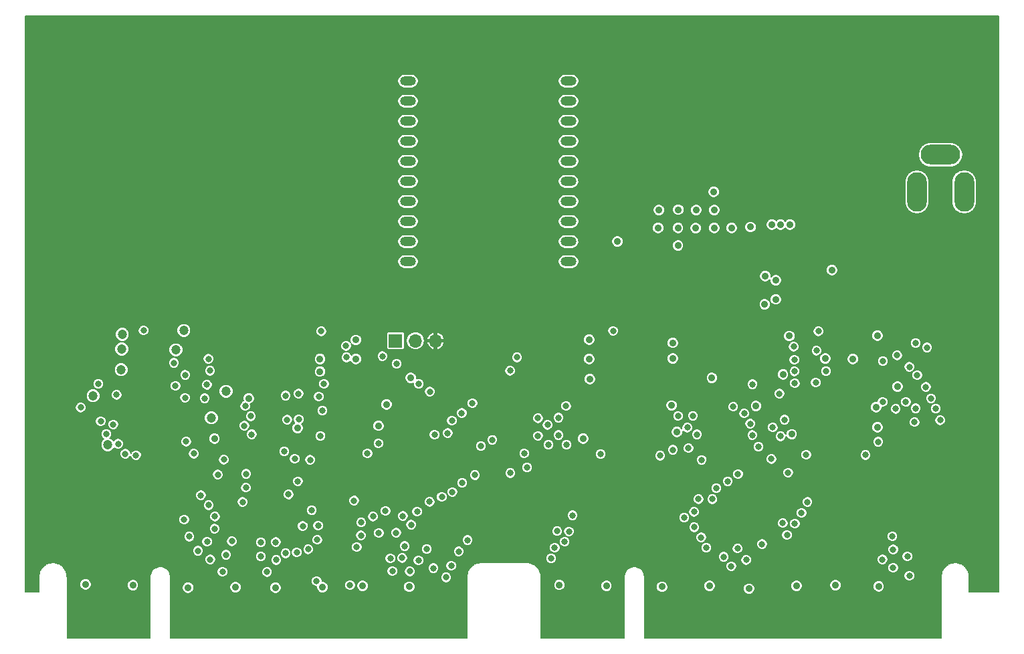
<source format=gbr>
G04 #@! TF.GenerationSoftware,KiCad,Pcbnew,(5.0.0)*
G04 #@! TF.CreationDate,2018-10-29T19:26:44-07:00*
G04 #@! TF.ProjectId,tester_v2,7465737465725F76322E6B696361645F,rev?*
G04 #@! TF.SameCoordinates,Original*
G04 #@! TF.FileFunction,Copper,L3,Inr,Plane*
G04 #@! TF.FilePolarity,Positive*
%FSLAX46Y46*%
G04 Gerber Fmt 4.6, Leading zero omitted, Abs format (unit mm)*
G04 Created by KiCad (PCBNEW (5.0.0)) date 10/29/18 19:26:44*
%MOMM*%
%LPD*%
G01*
G04 APERTURE LIST*
G04 #@! TA.AperFunction,ViaPad*
%ADD10O,2.000000X1.200000*%
G04 #@! TD*
G04 #@! TA.AperFunction,ViaPad*
%ADD11O,2.500000X5.000000*%
G04 #@! TD*
G04 #@! TA.AperFunction,ViaPad*
%ADD12O,5.000000X2.500000*%
G04 #@! TD*
G04 #@! TA.AperFunction,ViaPad*
%ADD13O,1.700000X1.700000*%
G04 #@! TD*
G04 #@! TA.AperFunction,ViaPad*
%ADD14R,1.700000X1.700000*%
G04 #@! TD*
G04 #@! TA.AperFunction,ViaPad*
%ADD15C,1.200000*%
G04 #@! TD*
G04 #@! TA.AperFunction,ViaPad*
%ADD16C,0.900000*%
G04 #@! TD*
G04 #@! TA.AperFunction,ViaPad*
%ADD17C,0.800000*%
G04 #@! TD*
G04 #@! TA.AperFunction,Conductor*
%ADD18C,0.200000*%
G04 #@! TD*
G04 APERTURE END LIST*
D10*
G04 #@! TO.N,/LED_G*
G04 #@! TO.C,A1*
X145160000Y-68570000D03*
G04 #@! TO.N,/5V*
X124840000Y-68570000D03*
G04 #@! TO.N,/LED_R*
X145160000Y-71110000D03*
G04 #@! TO.N,GNDREF*
X124840000Y-71110000D03*
G04 #@! TO.N,Net-(A1-Pad18)*
X145160000Y-73650000D03*
G04 #@! TO.N,/SCL*
X124840000Y-73650000D03*
G04 #@! TO.N,Net-(A1-Pad17)*
X145160000Y-76190000D03*
G04 #@! TO.N,/SDA*
X124840000Y-76190000D03*
G04 #@! TO.N,Net-(A1-Pad16)*
X145160000Y-78730000D03*
G04 #@! TO.N,/SDA*
X124840000Y-78730000D03*
G04 #@! TO.N,Net-(A1-Pad15)*
X145160000Y-81270000D03*
G04 #@! TO.N,Net-(A1-Pad6)*
X124840000Y-81270000D03*
G04 #@! TO.N,Net-(A1-Pad14)*
X145160000Y-83810000D03*
G04 #@! TO.N,Net-(A1-Pad7)*
X124840000Y-83810000D03*
G04 #@! TO.N,Net-(A1-Pad13)*
X145160000Y-86350000D03*
G04 #@! TO.N,Net-(A1-Pad8)*
X124840000Y-86350000D03*
G04 #@! TO.N,/~RESET*
X145160000Y-88890000D03*
G04 #@! TO.N,Net-(A1-Pad9)*
X124840000Y-88890000D03*
G04 #@! TO.N,/~OE*
X145160000Y-91430000D03*
G04 #@! TO.N,Net-(A1-Pad10)*
X124840000Y-91430000D03*
G04 #@! TD*
D11*
G04 #@! TO.N,/VIN*
G04 #@! TO.C,J1*
X189250000Y-82600000D03*
G04 #@! TO.N,GNDREF*
X195250000Y-82600000D03*
D12*
X192250000Y-77900000D03*
G04 #@! TD*
D13*
G04 #@! TO.N,+3V3*
G04 #@! TO.C,J2*
X128330000Y-101450000D03*
G04 #@! TO.N,/I2C_PU*
X125790000Y-101450000D03*
D14*
G04 #@! TO.N,/5V*
X123250000Y-101450000D03*
G04 #@! TD*
D15*
G04 #@! TO.N,GNDREF*
X84995891Y-108395891D03*
X88650000Y-100650000D03*
X96450000Y-100150000D03*
X99950000Y-111200000D03*
X95450000Y-102600000D03*
X86850000Y-114650000D03*
D16*
X125200000Y-106150000D03*
X113700000Y-105350000D03*
X113700000Y-103750000D03*
X121100000Y-112200000D03*
X122100000Y-109500000D03*
X118250000Y-103750000D03*
X118250000Y-101350000D03*
X147750000Y-103750000D03*
X147850000Y-106300000D03*
X147750000Y-101300000D03*
X158350000Y-103700000D03*
X158350000Y-101700000D03*
X158200000Y-109650000D03*
X172300000Y-105700000D03*
X177650000Y-103700000D03*
X173100000Y-100850000D03*
X186800000Y-107250000D03*
X184100000Y-109850000D03*
X184250000Y-112400000D03*
X181150000Y-103750000D03*
X184250000Y-100800000D03*
X159000000Y-89400000D03*
X159000000Y-87150000D03*
X161250000Y-87200000D03*
X163600000Y-87150000D03*
X159050000Y-84850000D03*
X161300000Y-84900000D03*
X163600000Y-84900000D03*
X163550000Y-82600000D03*
X165800000Y-87150000D03*
X168200000Y-87050000D03*
X156500000Y-87150000D03*
X156600000Y-84900000D03*
X151350000Y-88900000D03*
X84000000Y-132300000D03*
X90000000Y-132400000D03*
X97000000Y-132700000D03*
X103000000Y-132650000D03*
X108050000Y-132700000D03*
X114000000Y-132650000D03*
X119100000Y-132500000D03*
X125000000Y-132600000D03*
X144000000Y-132350000D03*
X149950000Y-132500000D03*
X157000000Y-132600000D03*
X163000000Y-132500000D03*
X168000000Y-132850000D03*
X174000000Y-132500000D03*
X178950000Y-132400000D03*
X184399664Y-132550336D03*
D15*
X88550000Y-105099944D03*
X88600000Y-102499911D03*
X101801801Y-107873357D03*
D16*
X104662900Y-108759979D03*
X100334209Y-113828674D03*
X110850000Y-112500000D03*
X146996889Y-113846889D03*
X173393646Y-113286467D03*
X168899957Y-109700000D03*
X170000000Y-96850000D03*
X178500000Y-92500000D03*
X172000000Y-86750000D03*
X173200000Y-86750000D03*
X170900000Y-86750000D03*
X170050000Y-93250000D03*
X171400000Y-93800000D03*
X171400000Y-96200000D03*
X163305039Y-106167059D03*
X158899990Y-113000000D03*
D17*
G04 #@! TO.N,/SCL*
X96750022Y-114224216D03*
X184350000Y-114250000D03*
X135500000Y-114000000D03*
X121089852Y-114450034D03*
X158366806Y-115250034D03*
G04 #@! TO.N,/SDA*
X134050000Y-114774500D03*
X156750000Y-115999994D03*
X182750006Y-115900000D03*
X97700000Y-115750000D03*
X119700000Y-115700000D03*
G04 #@! TO.N,/~RESET*
X149225000Y-115800000D03*
X175250000Y-115875000D03*
X90409891Y-115948763D03*
X139550000Y-115700000D03*
X112431988Y-116523676D03*
G04 #@! TO.N,/~OE*
X91350000Y-100150000D03*
X113850000Y-100250000D03*
X150800000Y-100200000D03*
X176800000Y-100250000D03*
D16*
G04 #@! TO.N,+3V3*
X121100000Y-106300000D03*
X110850000Y-101200000D03*
X110205006Y-109950206D03*
X119750000Y-100100000D03*
X147650000Y-109650000D03*
X158300000Y-106149933D03*
X184050000Y-106250000D03*
X181050000Y-101250000D03*
X152600000Y-91500000D03*
X165750000Y-91600000D03*
X163550000Y-91600000D03*
X162400000Y-92800000D03*
X164700000Y-92700000D03*
X163650000Y-93950000D03*
X162450000Y-95000000D03*
X164850000Y-94950000D03*
X166700000Y-92650000D03*
X165750000Y-93700000D03*
X163700000Y-96100000D03*
X164950000Y-97000000D03*
X162550000Y-97000000D03*
X166500000Y-97000000D03*
X167950000Y-91850000D03*
X167900000Y-93550000D03*
X167700000Y-97400000D03*
X86950000Y-132600000D03*
X100000000Y-132650000D03*
X110950000Y-132750000D03*
X121950000Y-132550000D03*
X147100000Y-132400000D03*
X160000000Y-132550000D03*
X171050000Y-132450000D03*
X182050000Y-132400000D03*
D15*
X101500000Y-105900000D03*
D16*
X173380487Y-110244936D03*
D15*
X87826362Y-110294816D03*
X98958113Y-100949944D03*
D17*
G04 #@! TO.N,/rd[31]*
X83399990Y-109900000D03*
X85622781Y-106904151D03*
G04 #@! TO.N,/rs1[31]*
X95200000Y-104250000D03*
G04 #@! TO.N,/rs1[30]*
X99569085Y-103749988D03*
G04 #@! TO.N,/rs1[29]*
X96625448Y-105776110D03*
G04 #@! TO.N,/rs1[28]*
X99769387Y-105250008D03*
G04 #@! TO.N,/rs1[27]*
X95400000Y-107150000D03*
G04 #@! TO.N,/rs1[26]*
X99378127Y-107020751D03*
G04 #@! TO.N,/rs1[25]*
X96603364Y-108664720D03*
G04 #@! TO.N,/rs1[24]*
X99110056Y-108728653D03*
G04 #@! TO.N,/rd[18]*
X101350000Y-130700000D03*
X99799996Y-129150000D03*
G04 #@! TO.N,/rd[17]*
X101800002Y-128550000D03*
X99400000Y-126900000D03*
G04 #@! TO.N,/rd[16]*
X102542698Y-126839210D03*
X100350000Y-125250000D03*
G04 #@! TO.N,/rs2[23]*
X125228594Y-124747398D03*
X118900000Y-124449998D03*
G04 #@! TO.N,/rs2[22]*
X118883161Y-126093473D03*
X124400000Y-127450000D03*
G04 #@! TO.N,/rs2[21]*
X124192675Y-123633612D03*
X120400000Y-123700000D03*
G04 #@! TO.N,/rs2[20]*
X121150000Y-125800000D03*
X123350034Y-125750000D03*
G04 #@! TO.N,/rs2[18]*
X122600000Y-129000000D03*
X124100000Y-128950012D03*
G04 #@! TO.N,/rs2[17]*
X125990634Y-123078203D03*
X121992641Y-122999990D03*
G04 #@! TO.N,/rs2[16]*
X125050033Y-130650000D03*
X122849980Y-130600000D03*
G04 #@! TO.N,/rda[0]*
X103900000Y-121850000D03*
X127575400Y-121834621D03*
X87950000Y-108300000D03*
X104229649Y-109716440D03*
G04 #@! TO.N,/rda[1]*
X129110562Y-121203582D03*
X109700010Y-120900000D03*
X109161387Y-115450791D03*
X85950000Y-111650000D03*
G04 #@! TO.N,/rda[2]*
X130458707Y-120603145D03*
X104314647Y-120045388D03*
X104924636Y-111008439D03*
X87533967Y-112051415D03*
G04 #@! TO.N,/rda[3]*
X110900000Y-119250000D03*
X131683181Y-119423839D03*
X110500000Y-116400000D03*
X86650000Y-113250000D03*
G04 #@! TO.N,/rda[4]*
X133300000Y-118450000D03*
X104349979Y-118300000D03*
X104122173Y-112199685D03*
X88150000Y-114500000D03*
G04 #@! TO.N,/rs1[23]*
X101510010Y-116500010D03*
G04 #@! TO.N,/rs1[22]*
X100750000Y-118400000D03*
G04 #@! TO.N,/rs1[21]*
X96500000Y-124100000D03*
G04 #@! TO.N,/rs1[20]*
X97150000Y-126250000D03*
G04 #@! TO.N,/rs1[19]*
X98250000Y-128050000D03*
G04 #@! TO.N,/rs1[18]*
X100400000Y-123700000D03*
G04 #@! TO.N,/rs1[17]*
X99600000Y-122250000D03*
G04 #@! TO.N,/rs1[16]*
X98615711Y-121015711D03*
G04 #@! TO.N,/nc18*
X112650000Y-122900000D03*
G04 #@! TO.N,/nc19*
X117050000Y-103550000D03*
X117000000Y-102100000D03*
X113449924Y-124865345D03*
G04 #@! TO.N,/~rd_wr*
X105049899Y-113297925D03*
X106989760Y-130731426D03*
X89056104Y-115764575D03*
G04 #@! TO.N,/nc20*
X106200010Y-128757226D03*
G04 #@! TO.N,/nc21*
X106200010Y-126958553D03*
G04 #@! TO.N,/~rs2_rd*
X118000000Y-121700000D03*
X172950000Y-118150000D03*
X113271063Y-131894238D03*
G04 #@! TO.N,/nc22*
X108150000Y-129200000D03*
G04 #@! TO.N,/nc23*
X108100000Y-126950000D03*
G04 #@! TO.N,/~rs1_rd*
X117500000Y-132400000D03*
X145650000Y-123550000D03*
X118350111Y-127550000D03*
G04 #@! TO.N,/nc0*
X109344982Y-128355018D03*
G04 #@! TO.N,/nc1*
X110750000Y-128249979D03*
G04 #@! TO.N,/nc2*
X112200000Y-127849968D03*
G04 #@! TO.N,/nc3*
X113350000Y-126650000D03*
G04 #@! TO.N,/nc4*
X111500000Y-124900000D03*
G04 #@! TO.N,/nc5*
X126200000Y-106900000D03*
X114199990Y-106907099D03*
X126150000Y-129250000D03*
G04 #@! TO.N,/nc6*
X127608750Y-107884470D03*
X127199924Y-127833048D03*
X110978829Y-108151295D03*
G04 #@! TO.N,/rs2a[4]*
X128049968Y-130252967D03*
X113750000Y-113500000D03*
X128200000Y-113350000D03*
G04 #@! TO.N,/rs2a[3]*
X129649990Y-131398603D03*
X111000000Y-111400000D03*
X129850004Y-113150000D03*
G04 #@! TO.N,/rs2a[2]*
X130299990Y-129945427D03*
X114000000Y-110300000D03*
X130400000Y-111550002D03*
G04 #@! TO.N,/rs2a[1]*
X131250010Y-128124903D03*
X109550000Y-111450000D03*
X131650000Y-110600000D03*
G04 #@! TO.N,/rs2a[0]*
X133000000Y-109350010D03*
X132377832Y-126677832D03*
X109350000Y-108400000D03*
G04 #@! TO.N,/rs1a[4]*
X142950000Y-129000000D03*
G04 #@! TO.N,/rs1[12]*
X163350000Y-121500000D03*
G04 #@! TO.N,/nc7*
X113550000Y-108499978D03*
X187850000Y-109200000D03*
G04 #@! TO.N,/nc8*
X190400070Y-107291598D03*
X173750000Y-103849998D03*
G04 #@! TO.N,/nc9*
X191050000Y-108750000D03*
X177750000Y-105300000D03*
G04 #@! TO.N,/nc10*
X191650000Y-110050000D03*
X173754672Y-105335462D03*
G04 #@! TO.N,/nc11*
X176450000Y-106750011D03*
X192200000Y-111500000D03*
G04 #@! TO.N,/rs1a[3]*
X141300000Y-111250000D03*
X141300009Y-113491663D03*
X143400000Y-127650000D03*
G04 #@! TO.N,/rs1a[2]*
X142600000Y-114600004D03*
X142503067Y-112105264D03*
X143700000Y-125550000D03*
G04 #@! TO.N,/rs1a[1]*
X143899988Y-113400000D03*
X143900000Y-111199966D03*
X144663115Y-126898166D03*
G04 #@! TO.N,/rs1a[0]*
X145200000Y-125600000D03*
X144900000Y-114600000D03*
X144850000Y-109700000D03*
G04 #@! TO.N,/rs1[15]*
X166607073Y-118326962D03*
G04 #@! TO.N,/rs1[14]*
X165292874Y-119250358D03*
G04 #@! TO.N,/rs1[13]*
X163864085Y-120113448D03*
G04 #@! TO.N,/rs1[11]*
X161600000Y-121500000D03*
G04 #@! TO.N,/rs1[10]*
X161050000Y-123100000D03*
G04 #@! TO.N,/rs1[9]*
X159800000Y-123850000D03*
G04 #@! TO.N,/rs1[8]*
X161068151Y-125043871D03*
G04 #@! TO.N,/rs1[7]*
X161950000Y-126350000D03*
G04 #@! TO.N,/rs1[6]*
X162600000Y-127650000D03*
G04 #@! TO.N,/rs1[5]*
X164800000Y-128800000D03*
X159022443Y-110975514D03*
X166000000Y-109800000D03*
G04 #@! TO.N,/rs1[4]*
X165750000Y-130000000D03*
X167400000Y-110650000D03*
X160900000Y-110950000D03*
G04 #@! TO.N,/rs1[3]*
X166550000Y-127750000D03*
X168150000Y-111950000D03*
X160200000Y-112450000D03*
G04 #@! TO.N,/rs1[2]*
X167655736Y-129204299D03*
X161400000Y-113300000D03*
X168418475Y-113393020D03*
G04 #@! TO.N,/rs1[1]*
X169656507Y-127203533D03*
X160350000Y-115050000D03*
X169200000Y-114850000D03*
G04 #@! TO.N,/rs1[0]*
X172274078Y-124534114D03*
X162018529Y-116538838D03*
X170828683Y-116428685D03*
G04 #@! TO.N,/nc12*
X172800000Y-126050000D03*
X168450000Y-106950000D03*
X173792842Y-106835474D03*
G04 #@! TO.N,/nc13*
X173800000Y-124600000D03*
G04 #@! TO.N,/nc14*
X174650000Y-123250000D03*
G04 #@! TO.N,/nc15*
X175400000Y-121850000D03*
G04 #@! TO.N,/nc16*
X137800000Y-118200000D03*
X137750000Y-105250000D03*
X123400000Y-104350000D03*
G04 #@! TO.N,/nc17*
X138650000Y-103550000D03*
X121600000Y-103400000D03*
X139900000Y-117500000D03*
G04 #@! TO.N,/~shift_oe*
X173650000Y-102200000D03*
X189100000Y-101750000D03*
X186150000Y-126200000D03*
G04 #@! TO.N,/~alu_oe*
X176550000Y-102700000D03*
X190550000Y-102299965D03*
X186259757Y-127871957D03*
G04 #@! TO.N,/f[0]*
X184910453Y-109182399D03*
X184900000Y-129150000D03*
X171850000Y-108150000D03*
G04 #@! TO.N,/f[1]*
X186250000Y-130200000D03*
X186573603Y-110064235D03*
X172500000Y-111450000D03*
G04 #@! TO.N,/f[2]*
X188050000Y-128750000D03*
X189100000Y-110000000D03*
X171000000Y-112400000D03*
G04 #@! TO.N,/f[3]*
X188300000Y-131200000D03*
X188950000Y-111750000D03*
X172000000Y-113550000D03*
G04 #@! TO.N,/~BOOT_ALU_EN*
X189300000Y-105800000D03*
G04 #@! TO.N,/BOOT_CLK*
X188300000Y-104750000D03*
G04 #@! TO.N,/~BOOT_RST*
X186750000Y-103300000D03*
G04 #@! TO.N,/~BOOT_WR*
X184953029Y-104032730D03*
G04 #@! TD*
D18*
G04 #@! TO.N,+3V3*
G36*
X199625001Y-133225000D02*
X195897247Y-133225000D01*
X195897247Y-131312777D01*
X195894195Y-131297433D01*
X195874313Y-131067871D01*
X195870770Y-131054072D01*
X195870770Y-131039825D01*
X195855320Y-130979651D01*
X195697556Y-130530405D01*
X195683897Y-130505560D01*
X195674714Y-130478738D01*
X195640606Y-130426813D01*
X195345829Y-130052891D01*
X195324855Y-130033806D01*
X195307482Y-130011409D01*
X195258394Y-129973331D01*
X194858390Y-129715052D01*
X194832366Y-129703791D01*
X194808674Y-129688228D01*
X194749898Y-129668104D01*
X194287800Y-129553318D01*
X194259535Y-129551093D01*
X194232076Y-129544043D01*
X194169963Y-129544043D01*
X194169950Y-129544042D01*
X194169944Y-129544044D01*
X193695584Y-129585127D01*
X193668123Y-129592178D01*
X193639860Y-129594402D01*
X193581083Y-129614525D01*
X193145600Y-129807050D01*
X193121900Y-129822618D01*
X193095884Y-129833876D01*
X193046795Y-129871953D01*
X192697154Y-130195159D01*
X192679775Y-130217563D01*
X192658808Y-130236642D01*
X192624703Y-130288560D01*
X192624699Y-130288566D01*
X192624699Y-130288567D01*
X192398600Y-130707602D01*
X192389415Y-130734428D01*
X192375759Y-130759269D01*
X192360312Y-130819430D01*
X192360308Y-130819442D01*
X192360308Y-130819448D01*
X192283054Y-131283585D01*
X192277247Y-131312778D01*
X192277248Y-139038230D01*
X154797247Y-139038230D01*
X154797247Y-132450816D01*
X156250000Y-132450816D01*
X156250000Y-132749184D01*
X156364181Y-133024841D01*
X156575159Y-133235819D01*
X156850816Y-133350000D01*
X157149184Y-133350000D01*
X157424841Y-133235819D01*
X157635819Y-133024841D01*
X157750000Y-132749184D01*
X157750000Y-132450816D01*
X157708579Y-132350816D01*
X162250000Y-132350816D01*
X162250000Y-132649184D01*
X162364181Y-132924841D01*
X162575159Y-133135819D01*
X162850816Y-133250000D01*
X163149184Y-133250000D01*
X163424841Y-133135819D01*
X163635819Y-132924841D01*
X163728613Y-132700816D01*
X167250000Y-132700816D01*
X167250000Y-132999184D01*
X167364181Y-133274841D01*
X167575159Y-133485819D01*
X167850816Y-133600000D01*
X168149184Y-133600000D01*
X168424841Y-133485819D01*
X168635819Y-133274841D01*
X168750000Y-132999184D01*
X168750000Y-132700816D01*
X168635819Y-132425159D01*
X168561476Y-132350816D01*
X173250000Y-132350816D01*
X173250000Y-132649184D01*
X173364181Y-132924841D01*
X173575159Y-133135819D01*
X173850816Y-133250000D01*
X174149184Y-133250000D01*
X174424841Y-133135819D01*
X174635819Y-132924841D01*
X174750000Y-132649184D01*
X174750000Y-132350816D01*
X174708579Y-132250816D01*
X178200000Y-132250816D01*
X178200000Y-132549184D01*
X178314181Y-132824841D01*
X178525159Y-133035819D01*
X178800816Y-133150000D01*
X179099184Y-133150000D01*
X179374841Y-133035819D01*
X179585819Y-132824841D01*
X179700000Y-132549184D01*
X179700000Y-132401152D01*
X183649664Y-132401152D01*
X183649664Y-132699520D01*
X183763845Y-132975177D01*
X183974823Y-133186155D01*
X184250480Y-133300336D01*
X184548848Y-133300336D01*
X184824505Y-133186155D01*
X185035483Y-132975177D01*
X185149664Y-132699520D01*
X185149664Y-132401152D01*
X185035483Y-132125495D01*
X184824505Y-131914517D01*
X184548848Y-131800336D01*
X184250480Y-131800336D01*
X183974823Y-131914517D01*
X183763845Y-132125495D01*
X183649664Y-132401152D01*
X179700000Y-132401152D01*
X179700000Y-132250816D01*
X179585819Y-131975159D01*
X179374841Y-131764181D01*
X179099184Y-131650000D01*
X178800816Y-131650000D01*
X178525159Y-131764181D01*
X178314181Y-131975159D01*
X178200000Y-132250816D01*
X174708579Y-132250816D01*
X174635819Y-132075159D01*
X174424841Y-131864181D01*
X174149184Y-131750000D01*
X173850816Y-131750000D01*
X173575159Y-131864181D01*
X173364181Y-132075159D01*
X173250000Y-132350816D01*
X168561476Y-132350816D01*
X168424841Y-132214181D01*
X168149184Y-132100000D01*
X167850816Y-132100000D01*
X167575159Y-132214181D01*
X167364181Y-132425159D01*
X167250000Y-132700816D01*
X163728613Y-132700816D01*
X163750000Y-132649184D01*
X163750000Y-132350816D01*
X163635819Y-132075159D01*
X163424841Y-131864181D01*
X163149184Y-131750000D01*
X162850816Y-131750000D01*
X162575159Y-131864181D01*
X162364181Y-132075159D01*
X162250000Y-132350816D01*
X157708579Y-132350816D01*
X157635819Y-132175159D01*
X157424841Y-131964181D01*
X157149184Y-131850000D01*
X156850816Y-131850000D01*
X156575159Y-131964181D01*
X156364181Y-132175159D01*
X156250000Y-132450816D01*
X154797247Y-132450816D01*
X154797247Y-131312777D01*
X154790330Y-131278003D01*
X154790330Y-131277998D01*
X154747120Y-131060761D01*
X187600000Y-131060761D01*
X187600000Y-131339239D01*
X187706568Y-131596518D01*
X187903482Y-131793432D01*
X188160761Y-131900000D01*
X188439239Y-131900000D01*
X188696518Y-131793432D01*
X188893432Y-131596518D01*
X189000000Y-131339239D01*
X189000000Y-131060761D01*
X188893432Y-130803482D01*
X188696518Y-130606568D01*
X188439239Y-130500000D01*
X188160761Y-130500000D01*
X187903482Y-130606568D01*
X187706568Y-130803482D01*
X187600000Y-131060761D01*
X154747120Y-131060761D01*
X154718016Y-130914449D01*
X154718016Y-130914447D01*
X154680397Y-130823627D01*
X154664263Y-130784676D01*
X154664262Y-130784675D01*
X154458327Y-130476473D01*
X154359002Y-130377148D01*
X154050802Y-130171215D01*
X154050801Y-130171214D01*
X153997048Y-130148949D01*
X153921030Y-130117461D01*
X153921028Y-130117461D01*
X153557481Y-130045147D01*
X153417013Y-130045147D01*
X153053466Y-130117461D01*
X153053464Y-130117461D01*
X152977446Y-130148949D01*
X152923693Y-130171214D01*
X152923692Y-130171215D01*
X152615492Y-130377148D01*
X152516167Y-130476473D01*
X152310232Y-130784675D01*
X152310231Y-130784676D01*
X152294097Y-130823627D01*
X152256478Y-130914447D01*
X152256478Y-130914449D01*
X152184164Y-131277998D01*
X152184164Y-131278008D01*
X152177248Y-131312777D01*
X152177247Y-133562777D01*
X152177247Y-133562778D01*
X152177248Y-139038230D01*
X141697247Y-139038230D01*
X141697247Y-132200816D01*
X143250000Y-132200816D01*
X143250000Y-132499184D01*
X143364181Y-132774841D01*
X143575159Y-132985819D01*
X143850816Y-133100000D01*
X144149184Y-133100000D01*
X144424841Y-132985819D01*
X144635819Y-132774841D01*
X144750000Y-132499184D01*
X144750000Y-132350816D01*
X149200000Y-132350816D01*
X149200000Y-132649184D01*
X149314181Y-132924841D01*
X149525159Y-133135819D01*
X149800816Y-133250000D01*
X150099184Y-133250000D01*
X150374841Y-133135819D01*
X150585819Y-132924841D01*
X150700000Y-132649184D01*
X150700000Y-132350816D01*
X150585819Y-132075159D01*
X150374841Y-131864181D01*
X150099184Y-131750000D01*
X149800816Y-131750000D01*
X149525159Y-131864181D01*
X149314181Y-132075159D01*
X149200000Y-132350816D01*
X144750000Y-132350816D01*
X144750000Y-132200816D01*
X144635819Y-131925159D01*
X144424841Y-131714181D01*
X144149184Y-131600000D01*
X143850816Y-131600000D01*
X143575159Y-131714181D01*
X143364181Y-131925159D01*
X143250000Y-132200816D01*
X141697247Y-132200816D01*
X141697247Y-131312777D01*
X141692813Y-131290488D01*
X141648854Y-130942510D01*
X141642747Y-130922090D01*
X141641075Y-130900843D01*
X141620952Y-130842066D01*
X141428427Y-130406583D01*
X141412859Y-130382883D01*
X141401601Y-130356867D01*
X141363524Y-130307778D01*
X141040318Y-129958137D01*
X141017914Y-129940758D01*
X140998835Y-129919791D01*
X140946917Y-129885686D01*
X140946911Y-129885682D01*
X140946908Y-129885681D01*
X140900724Y-129860761D01*
X165050000Y-129860761D01*
X165050000Y-130139239D01*
X165156568Y-130396518D01*
X165353482Y-130593432D01*
X165610761Y-130700000D01*
X165889239Y-130700000D01*
X166146518Y-130593432D01*
X166343432Y-130396518D01*
X166450000Y-130139239D01*
X166450000Y-130060761D01*
X185550000Y-130060761D01*
X185550000Y-130339239D01*
X185656568Y-130596518D01*
X185853482Y-130793432D01*
X186110761Y-130900000D01*
X186389239Y-130900000D01*
X186646518Y-130793432D01*
X186843432Y-130596518D01*
X186950000Y-130339239D01*
X186950000Y-130060761D01*
X186843432Y-129803482D01*
X186646518Y-129606568D01*
X186389239Y-129500000D01*
X186110761Y-129500000D01*
X185853482Y-129606568D01*
X185656568Y-129803482D01*
X185550000Y-130060761D01*
X166450000Y-130060761D01*
X166450000Y-129860761D01*
X166343432Y-129603482D01*
X166146518Y-129406568D01*
X165889239Y-129300000D01*
X165610761Y-129300000D01*
X165353482Y-129406568D01*
X165156568Y-129603482D01*
X165050000Y-129860761D01*
X140900724Y-129860761D01*
X140527875Y-129659583D01*
X140501049Y-129650398D01*
X140476208Y-129636742D01*
X140416047Y-129621295D01*
X140416035Y-129621291D01*
X140416029Y-129621291D01*
X139951898Y-129544038D01*
X139922700Y-129538230D01*
X134051794Y-129538230D01*
X134029505Y-129542664D01*
X133681527Y-129586623D01*
X133661107Y-129592730D01*
X133639860Y-129594402D01*
X133581083Y-129614525D01*
X133145600Y-129807050D01*
X133121900Y-129822618D01*
X133095884Y-129833876D01*
X133046795Y-129871953D01*
X132697154Y-130195159D01*
X132679775Y-130217563D01*
X132658808Y-130236642D01*
X132624703Y-130288560D01*
X132624699Y-130288566D01*
X132624699Y-130288567D01*
X132398600Y-130707602D01*
X132389415Y-130734428D01*
X132375759Y-130759269D01*
X132360312Y-130819430D01*
X132360308Y-130819442D01*
X132360308Y-130819448D01*
X132283054Y-131283585D01*
X132277247Y-131312778D01*
X132277248Y-139038230D01*
X94797247Y-139038230D01*
X94797247Y-132550816D01*
X96250000Y-132550816D01*
X96250000Y-132849184D01*
X96364181Y-133124841D01*
X96575159Y-133335819D01*
X96850816Y-133450000D01*
X97149184Y-133450000D01*
X97424841Y-133335819D01*
X97635819Y-133124841D01*
X97750000Y-132849184D01*
X97750000Y-132550816D01*
X97729290Y-132500816D01*
X102250000Y-132500816D01*
X102250000Y-132799184D01*
X102364181Y-133074841D01*
X102575159Y-133285819D01*
X102850816Y-133400000D01*
X103149184Y-133400000D01*
X103424841Y-133285819D01*
X103635819Y-133074841D01*
X103750000Y-132799184D01*
X103750000Y-132550816D01*
X107300000Y-132550816D01*
X107300000Y-132849184D01*
X107414181Y-133124841D01*
X107625159Y-133335819D01*
X107900816Y-133450000D01*
X108199184Y-133450000D01*
X108474841Y-133335819D01*
X108685819Y-133124841D01*
X108800000Y-132849184D01*
X108800000Y-132550816D01*
X108685819Y-132275159D01*
X108474841Y-132064181D01*
X108199184Y-131950000D01*
X107900816Y-131950000D01*
X107625159Y-132064181D01*
X107414181Y-132275159D01*
X107300000Y-132550816D01*
X103750000Y-132550816D01*
X103750000Y-132500816D01*
X103635819Y-132225159D01*
X103424841Y-132014181D01*
X103149184Y-131900000D01*
X102850816Y-131900000D01*
X102575159Y-132014181D01*
X102364181Y-132225159D01*
X102250000Y-132500816D01*
X97729290Y-132500816D01*
X97635819Y-132275159D01*
X97424841Y-132064181D01*
X97149184Y-131950000D01*
X96850816Y-131950000D01*
X96575159Y-132064181D01*
X96364181Y-132275159D01*
X96250000Y-132550816D01*
X94797247Y-132550816D01*
X94797247Y-131754999D01*
X112571063Y-131754999D01*
X112571063Y-132033477D01*
X112677631Y-132290756D01*
X112874545Y-132487670D01*
X113131824Y-132594238D01*
X113250000Y-132594238D01*
X113250000Y-132799184D01*
X113364181Y-133074841D01*
X113575159Y-133285819D01*
X113850816Y-133400000D01*
X114149184Y-133400000D01*
X114424841Y-133285819D01*
X114635819Y-133074841D01*
X114750000Y-132799184D01*
X114750000Y-132500816D01*
X114650566Y-132260761D01*
X116800000Y-132260761D01*
X116800000Y-132539239D01*
X116906568Y-132796518D01*
X117103482Y-132993432D01*
X117360761Y-133100000D01*
X117639239Y-133100000D01*
X117896518Y-132993432D01*
X118093432Y-132796518D01*
X118200000Y-132539239D01*
X118200000Y-132350816D01*
X118350000Y-132350816D01*
X118350000Y-132649184D01*
X118464181Y-132924841D01*
X118675159Y-133135819D01*
X118950816Y-133250000D01*
X119249184Y-133250000D01*
X119524841Y-133135819D01*
X119735819Y-132924841D01*
X119850000Y-132649184D01*
X119850000Y-132450816D01*
X124250000Y-132450816D01*
X124250000Y-132749184D01*
X124364181Y-133024841D01*
X124575159Y-133235819D01*
X124850816Y-133350000D01*
X125149184Y-133350000D01*
X125424841Y-133235819D01*
X125635819Y-133024841D01*
X125750000Y-132749184D01*
X125750000Y-132450816D01*
X125635819Y-132175159D01*
X125424841Y-131964181D01*
X125149184Y-131850000D01*
X124850816Y-131850000D01*
X124575159Y-131964181D01*
X124364181Y-132175159D01*
X124250000Y-132450816D01*
X119850000Y-132450816D01*
X119850000Y-132350816D01*
X119735819Y-132075159D01*
X119524841Y-131864181D01*
X119249184Y-131750000D01*
X118950816Y-131750000D01*
X118675159Y-131864181D01*
X118464181Y-132075159D01*
X118350000Y-132350816D01*
X118200000Y-132350816D01*
X118200000Y-132260761D01*
X118093432Y-132003482D01*
X117896518Y-131806568D01*
X117639239Y-131700000D01*
X117360761Y-131700000D01*
X117103482Y-131806568D01*
X116906568Y-132003482D01*
X116800000Y-132260761D01*
X114650566Y-132260761D01*
X114635819Y-132225159D01*
X114424841Y-132014181D01*
X114149184Y-131900000D01*
X113971063Y-131900000D01*
X113971063Y-131754999D01*
X113864495Y-131497720D01*
X113667581Y-131300806D01*
X113410302Y-131194238D01*
X113131824Y-131194238D01*
X112874545Y-131300806D01*
X112677631Y-131497720D01*
X112571063Y-131754999D01*
X94797247Y-131754999D01*
X94797247Y-131312777D01*
X94790330Y-131278003D01*
X94790330Y-131277998D01*
X94718016Y-130914449D01*
X94718016Y-130914447D01*
X94680397Y-130823627D01*
X94664263Y-130784676D01*
X94664262Y-130784675D01*
X94514647Y-130560761D01*
X100650000Y-130560761D01*
X100650000Y-130839239D01*
X100756568Y-131096518D01*
X100953482Y-131293432D01*
X101210761Y-131400000D01*
X101489239Y-131400000D01*
X101746518Y-131293432D01*
X101943432Y-131096518D01*
X102050000Y-130839239D01*
X102050000Y-130592187D01*
X106289760Y-130592187D01*
X106289760Y-130870665D01*
X106396328Y-131127944D01*
X106593242Y-131324858D01*
X106850521Y-131431426D01*
X107128999Y-131431426D01*
X107386278Y-131324858D01*
X107583192Y-131127944D01*
X107689760Y-130870665D01*
X107689760Y-130592187D01*
X107635322Y-130460761D01*
X122149980Y-130460761D01*
X122149980Y-130739239D01*
X122256548Y-130996518D01*
X122453462Y-131193432D01*
X122710741Y-131300000D01*
X122989219Y-131300000D01*
X123246498Y-131193432D01*
X123443412Y-130996518D01*
X123549980Y-130739239D01*
X123549980Y-130510761D01*
X124350033Y-130510761D01*
X124350033Y-130789239D01*
X124456601Y-131046518D01*
X124653515Y-131243432D01*
X124910794Y-131350000D01*
X125189272Y-131350000D01*
X125408087Y-131259364D01*
X128949990Y-131259364D01*
X128949990Y-131537842D01*
X129056558Y-131795121D01*
X129253472Y-131992035D01*
X129510751Y-132098603D01*
X129789229Y-132098603D01*
X130046508Y-131992035D01*
X130243422Y-131795121D01*
X130349990Y-131537842D01*
X130349990Y-131259364D01*
X130243422Y-131002085D01*
X130046508Y-130805171D01*
X129789229Y-130698603D01*
X129510751Y-130698603D01*
X129253472Y-130805171D01*
X129056558Y-131002085D01*
X128949990Y-131259364D01*
X125408087Y-131259364D01*
X125446551Y-131243432D01*
X125643465Y-131046518D01*
X125750033Y-130789239D01*
X125750033Y-130510761D01*
X125643465Y-130253482D01*
X125503711Y-130113728D01*
X127349968Y-130113728D01*
X127349968Y-130392206D01*
X127456536Y-130649485D01*
X127653450Y-130846399D01*
X127910729Y-130952967D01*
X128189207Y-130952967D01*
X128446486Y-130846399D01*
X128643400Y-130649485D01*
X128749968Y-130392206D01*
X128749968Y-130113728D01*
X128643400Y-129856449D01*
X128593139Y-129806188D01*
X129599990Y-129806188D01*
X129599990Y-130084666D01*
X129706558Y-130341945D01*
X129903472Y-130538859D01*
X130160751Y-130645427D01*
X130439229Y-130645427D01*
X130696508Y-130538859D01*
X130893422Y-130341945D01*
X130999990Y-130084666D01*
X130999990Y-129806188D01*
X130893422Y-129548909D01*
X130696508Y-129351995D01*
X130439229Y-129245427D01*
X130160751Y-129245427D01*
X129903472Y-129351995D01*
X129706558Y-129548909D01*
X129599990Y-129806188D01*
X128593139Y-129806188D01*
X128446486Y-129659535D01*
X128189207Y-129552967D01*
X127910729Y-129552967D01*
X127653450Y-129659535D01*
X127456536Y-129856449D01*
X127349968Y-130113728D01*
X125503711Y-130113728D01*
X125446551Y-130056568D01*
X125189272Y-129950000D01*
X124910794Y-129950000D01*
X124653515Y-130056568D01*
X124456601Y-130253482D01*
X124350033Y-130510761D01*
X123549980Y-130510761D01*
X123549980Y-130460761D01*
X123443412Y-130203482D01*
X123246498Y-130006568D01*
X122989219Y-129900000D01*
X122710741Y-129900000D01*
X122453462Y-130006568D01*
X122256548Y-130203482D01*
X122149980Y-130460761D01*
X107635322Y-130460761D01*
X107583192Y-130334908D01*
X107386278Y-130137994D01*
X107128999Y-130031426D01*
X106850521Y-130031426D01*
X106593242Y-130137994D01*
X106396328Y-130334908D01*
X106289760Y-130592187D01*
X102050000Y-130592187D01*
X102050000Y-130560761D01*
X101943432Y-130303482D01*
X101746518Y-130106568D01*
X101489239Y-130000000D01*
X101210761Y-130000000D01*
X100953482Y-130106568D01*
X100756568Y-130303482D01*
X100650000Y-130560761D01*
X94514647Y-130560761D01*
X94458327Y-130476473D01*
X94359002Y-130377148D01*
X94050802Y-130171215D01*
X94050801Y-130171214D01*
X93997048Y-130148949D01*
X93921030Y-130117461D01*
X93921028Y-130117461D01*
X93557481Y-130045147D01*
X93417013Y-130045147D01*
X93053466Y-130117461D01*
X93053464Y-130117461D01*
X92977446Y-130148949D01*
X92923693Y-130171214D01*
X92923692Y-130171215D01*
X92615492Y-130377148D01*
X92516167Y-130476473D01*
X92310232Y-130784675D01*
X92310231Y-130784676D01*
X92294097Y-130823627D01*
X92256478Y-130914447D01*
X92256478Y-130914449D01*
X92184164Y-131277998D01*
X92184164Y-131278008D01*
X92177248Y-131312777D01*
X92177247Y-133562777D01*
X92177247Y-133562778D01*
X92177248Y-139038230D01*
X81697247Y-139038230D01*
X81697247Y-132150816D01*
X83250000Y-132150816D01*
X83250000Y-132449184D01*
X83364181Y-132724841D01*
X83575159Y-132935819D01*
X83850816Y-133050000D01*
X84149184Y-133050000D01*
X84424841Y-132935819D01*
X84635819Y-132724841D01*
X84750000Y-132449184D01*
X84750000Y-132250816D01*
X89250000Y-132250816D01*
X89250000Y-132549184D01*
X89364181Y-132824841D01*
X89575159Y-133035819D01*
X89850816Y-133150000D01*
X90149184Y-133150000D01*
X90424841Y-133035819D01*
X90635819Y-132824841D01*
X90750000Y-132549184D01*
X90750000Y-132250816D01*
X90635819Y-131975159D01*
X90424841Y-131764181D01*
X90149184Y-131650000D01*
X89850816Y-131650000D01*
X89575159Y-131764181D01*
X89364181Y-131975159D01*
X89250000Y-132250816D01*
X84750000Y-132250816D01*
X84750000Y-132150816D01*
X84635819Y-131875159D01*
X84424841Y-131664181D01*
X84149184Y-131550000D01*
X83850816Y-131550000D01*
X83575159Y-131664181D01*
X83364181Y-131875159D01*
X83250000Y-132150816D01*
X81697247Y-132150816D01*
X81697247Y-131312777D01*
X81694195Y-131297433D01*
X81674313Y-131067871D01*
X81670770Y-131054072D01*
X81670770Y-131039825D01*
X81655320Y-130979651D01*
X81497556Y-130530405D01*
X81483897Y-130505560D01*
X81474714Y-130478738D01*
X81440606Y-130426813D01*
X81145829Y-130052891D01*
X81124855Y-130033806D01*
X81107482Y-130011409D01*
X81058394Y-129973331D01*
X80658390Y-129715052D01*
X80632366Y-129703791D01*
X80608674Y-129688228D01*
X80549898Y-129668104D01*
X80087800Y-129553318D01*
X80059535Y-129551093D01*
X80032076Y-129544043D01*
X79969963Y-129544043D01*
X79969950Y-129544042D01*
X79969944Y-129544044D01*
X79495584Y-129585127D01*
X79468123Y-129592178D01*
X79439860Y-129594402D01*
X79381083Y-129614525D01*
X78945600Y-129807050D01*
X78921900Y-129822618D01*
X78895884Y-129833876D01*
X78846795Y-129871953D01*
X78497154Y-130195159D01*
X78479775Y-130217563D01*
X78458808Y-130236642D01*
X78424703Y-130288560D01*
X78424699Y-130288566D01*
X78424699Y-130288567D01*
X78198600Y-130707602D01*
X78189415Y-130734428D01*
X78175759Y-130759269D01*
X78160312Y-130819430D01*
X78160308Y-130819442D01*
X78160308Y-130819448D01*
X78083054Y-131283585D01*
X78077247Y-131312778D01*
X78077248Y-133225000D01*
X76375000Y-133225000D01*
X76375000Y-129010761D01*
X99099996Y-129010761D01*
X99099996Y-129289239D01*
X99206564Y-129546518D01*
X99403478Y-129743432D01*
X99660757Y-129850000D01*
X99939235Y-129850000D01*
X100196514Y-129743432D01*
X100393428Y-129546518D01*
X100499996Y-129289239D01*
X100499996Y-129010761D01*
X100393428Y-128753482D01*
X100196514Y-128556568D01*
X99939235Y-128450000D01*
X99660757Y-128450000D01*
X99403478Y-128556568D01*
X99206564Y-128753482D01*
X99099996Y-129010761D01*
X76375000Y-129010761D01*
X76375000Y-127910761D01*
X97550000Y-127910761D01*
X97550000Y-128189239D01*
X97656568Y-128446518D01*
X97853482Y-128643432D01*
X98110761Y-128750000D01*
X98389239Y-128750000D01*
X98646518Y-128643432D01*
X98843432Y-128446518D01*
X98858242Y-128410761D01*
X101100002Y-128410761D01*
X101100002Y-128689239D01*
X101206570Y-128946518D01*
X101403484Y-129143432D01*
X101660763Y-129250000D01*
X101939241Y-129250000D01*
X102196520Y-129143432D01*
X102393434Y-128946518D01*
X102500002Y-128689239D01*
X102500002Y-128617987D01*
X105500010Y-128617987D01*
X105500010Y-128896465D01*
X105606578Y-129153744D01*
X105803492Y-129350658D01*
X106060771Y-129457226D01*
X106339249Y-129457226D01*
X106596528Y-129350658D01*
X106793442Y-129153744D01*
X106831956Y-129060761D01*
X107450000Y-129060761D01*
X107450000Y-129339239D01*
X107556568Y-129596518D01*
X107753482Y-129793432D01*
X108010761Y-129900000D01*
X108289239Y-129900000D01*
X108546518Y-129793432D01*
X108743432Y-129596518D01*
X108850000Y-129339239D01*
X108850000Y-129060761D01*
X108743432Y-128803482D01*
X108546518Y-128606568D01*
X108289239Y-128500000D01*
X108010761Y-128500000D01*
X107753482Y-128606568D01*
X107556568Y-128803482D01*
X107450000Y-129060761D01*
X106831956Y-129060761D01*
X106900010Y-128896465D01*
X106900010Y-128617987D01*
X106793442Y-128360708D01*
X106648513Y-128215779D01*
X108644982Y-128215779D01*
X108644982Y-128494257D01*
X108751550Y-128751536D01*
X108948464Y-128948450D01*
X109205743Y-129055018D01*
X109484221Y-129055018D01*
X109741500Y-128948450D01*
X109938414Y-128751536D01*
X110044982Y-128494257D01*
X110044982Y-128215779D01*
X110001474Y-128110740D01*
X110050000Y-128110740D01*
X110050000Y-128389218D01*
X110156568Y-128646497D01*
X110353482Y-128843411D01*
X110610761Y-128949979D01*
X110889239Y-128949979D01*
X111104631Y-128860761D01*
X121900000Y-128860761D01*
X121900000Y-129139239D01*
X122006568Y-129396518D01*
X122203482Y-129593432D01*
X122460761Y-129700000D01*
X122739239Y-129700000D01*
X122996518Y-129593432D01*
X123193432Y-129396518D01*
X123300000Y-129139239D01*
X123300000Y-128860761D01*
X123279295Y-128810773D01*
X123400000Y-128810773D01*
X123400000Y-129089251D01*
X123506568Y-129346530D01*
X123703482Y-129543444D01*
X123960761Y-129650012D01*
X124239239Y-129650012D01*
X124496518Y-129543444D01*
X124693432Y-129346530D01*
X124791090Y-129110761D01*
X125450000Y-129110761D01*
X125450000Y-129389239D01*
X125556568Y-129646518D01*
X125753482Y-129843432D01*
X126010761Y-129950000D01*
X126289239Y-129950000D01*
X126546518Y-129843432D01*
X126743432Y-129646518D01*
X126850000Y-129389239D01*
X126850000Y-129110761D01*
X126746448Y-128860761D01*
X142250000Y-128860761D01*
X142250000Y-129139239D01*
X142356568Y-129396518D01*
X142553482Y-129593432D01*
X142810761Y-129700000D01*
X143089239Y-129700000D01*
X143346518Y-129593432D01*
X143543432Y-129396518D01*
X143650000Y-129139239D01*
X143650000Y-128860761D01*
X143567158Y-128660761D01*
X164100000Y-128660761D01*
X164100000Y-128939239D01*
X164206568Y-129196518D01*
X164403482Y-129393432D01*
X164660761Y-129500000D01*
X164939239Y-129500000D01*
X165196518Y-129393432D01*
X165393432Y-129196518D01*
X165447883Y-129065060D01*
X166955736Y-129065060D01*
X166955736Y-129343538D01*
X167062304Y-129600817D01*
X167259218Y-129797731D01*
X167516497Y-129904299D01*
X167794975Y-129904299D01*
X168052254Y-129797731D01*
X168249168Y-129600817D01*
X168355736Y-129343538D01*
X168355736Y-129065060D01*
X168333245Y-129010761D01*
X184200000Y-129010761D01*
X184200000Y-129289239D01*
X184306568Y-129546518D01*
X184503482Y-129743432D01*
X184760761Y-129850000D01*
X185039239Y-129850000D01*
X185296518Y-129743432D01*
X185493432Y-129546518D01*
X185600000Y-129289239D01*
X185600000Y-129010761D01*
X185493432Y-128753482D01*
X185350711Y-128610761D01*
X187350000Y-128610761D01*
X187350000Y-128889239D01*
X187456568Y-129146518D01*
X187653482Y-129343432D01*
X187910761Y-129450000D01*
X188189239Y-129450000D01*
X188446518Y-129343432D01*
X188643432Y-129146518D01*
X188750000Y-128889239D01*
X188750000Y-128610761D01*
X188643432Y-128353482D01*
X188446518Y-128156568D01*
X188189239Y-128050000D01*
X187910761Y-128050000D01*
X187653482Y-128156568D01*
X187456568Y-128353482D01*
X187350000Y-128610761D01*
X185350711Y-128610761D01*
X185296518Y-128556568D01*
X185039239Y-128450000D01*
X184760761Y-128450000D01*
X184503482Y-128556568D01*
X184306568Y-128753482D01*
X184200000Y-129010761D01*
X168333245Y-129010761D01*
X168249168Y-128807781D01*
X168052254Y-128610867D01*
X167794975Y-128504299D01*
X167516497Y-128504299D01*
X167259218Y-128610867D01*
X167062304Y-128807781D01*
X166955736Y-129065060D01*
X165447883Y-129065060D01*
X165500000Y-128939239D01*
X165500000Y-128660761D01*
X165393432Y-128403482D01*
X165196518Y-128206568D01*
X164939239Y-128100000D01*
X164660761Y-128100000D01*
X164403482Y-128206568D01*
X164206568Y-128403482D01*
X164100000Y-128660761D01*
X143567158Y-128660761D01*
X143543432Y-128603482D01*
X143346518Y-128406568D01*
X143089239Y-128300000D01*
X142810761Y-128300000D01*
X142553482Y-128406568D01*
X142356568Y-128603482D01*
X142250000Y-128860761D01*
X126746448Y-128860761D01*
X126743432Y-128853482D01*
X126546518Y-128656568D01*
X126289239Y-128550000D01*
X126010761Y-128550000D01*
X125753482Y-128656568D01*
X125556568Y-128853482D01*
X125450000Y-129110761D01*
X124791090Y-129110761D01*
X124800000Y-129089251D01*
X124800000Y-128810773D01*
X124693432Y-128553494D01*
X124496518Y-128356580D01*
X124239239Y-128250012D01*
X123960761Y-128250012D01*
X123703482Y-128356580D01*
X123506568Y-128553494D01*
X123400000Y-128810773D01*
X123279295Y-128810773D01*
X123193432Y-128603482D01*
X122996518Y-128406568D01*
X122739239Y-128300000D01*
X122460761Y-128300000D01*
X122203482Y-128406568D01*
X122006568Y-128603482D01*
X121900000Y-128860761D01*
X111104631Y-128860761D01*
X111146518Y-128843411D01*
X111343432Y-128646497D01*
X111450000Y-128389218D01*
X111450000Y-128110740D01*
X111343432Y-127853461D01*
X111200700Y-127710729D01*
X111500000Y-127710729D01*
X111500000Y-127989207D01*
X111606568Y-128246486D01*
X111803482Y-128443400D01*
X112060761Y-128549968D01*
X112339239Y-128549968D01*
X112596518Y-128443400D01*
X112793432Y-128246486D01*
X112900000Y-127989207D01*
X112900000Y-127710729D01*
X112793432Y-127453450D01*
X112750743Y-127410761D01*
X117650111Y-127410761D01*
X117650111Y-127689239D01*
X117756679Y-127946518D01*
X117953593Y-128143432D01*
X118210872Y-128250000D01*
X118489350Y-128250000D01*
X118746629Y-128143432D01*
X118943543Y-127946518D01*
X119050111Y-127689239D01*
X119050111Y-127410761D01*
X119008690Y-127310761D01*
X123700000Y-127310761D01*
X123700000Y-127589239D01*
X123806568Y-127846518D01*
X124003482Y-128043432D01*
X124260761Y-128150000D01*
X124539239Y-128150000D01*
X124796518Y-128043432D01*
X124993432Y-127846518D01*
X125056685Y-127693809D01*
X126499924Y-127693809D01*
X126499924Y-127972287D01*
X126606492Y-128229566D01*
X126803406Y-128426480D01*
X127060685Y-128533048D01*
X127339163Y-128533048D01*
X127596442Y-128426480D01*
X127793356Y-128229566D01*
X127894383Y-127985664D01*
X130550010Y-127985664D01*
X130550010Y-128264142D01*
X130656578Y-128521421D01*
X130853492Y-128718335D01*
X131110771Y-128824903D01*
X131389249Y-128824903D01*
X131646528Y-128718335D01*
X131843442Y-128521421D01*
X131950010Y-128264142D01*
X131950010Y-127985664D01*
X131843442Y-127728385D01*
X131646528Y-127531471D01*
X131596530Y-127510761D01*
X142700000Y-127510761D01*
X142700000Y-127789239D01*
X142806568Y-128046518D01*
X143003482Y-128243432D01*
X143260761Y-128350000D01*
X143539239Y-128350000D01*
X143796518Y-128243432D01*
X143993432Y-128046518D01*
X144100000Y-127789239D01*
X144100000Y-127510761D01*
X143993432Y-127253482D01*
X143796518Y-127056568D01*
X143539239Y-126950000D01*
X143260761Y-126950000D01*
X143003482Y-127056568D01*
X142806568Y-127253482D01*
X142700000Y-127510761D01*
X131596530Y-127510761D01*
X131389249Y-127424903D01*
X131110771Y-127424903D01*
X130853492Y-127531471D01*
X130656578Y-127728385D01*
X130550010Y-127985664D01*
X127894383Y-127985664D01*
X127899924Y-127972287D01*
X127899924Y-127693809D01*
X127793356Y-127436530D01*
X127596442Y-127239616D01*
X127339163Y-127133048D01*
X127060685Y-127133048D01*
X126803406Y-127239616D01*
X126606492Y-127436530D01*
X126499924Y-127693809D01*
X125056685Y-127693809D01*
X125100000Y-127589239D01*
X125100000Y-127310761D01*
X124993432Y-127053482D01*
X124796518Y-126856568D01*
X124539239Y-126750000D01*
X124260761Y-126750000D01*
X124003482Y-126856568D01*
X123806568Y-127053482D01*
X123700000Y-127310761D01*
X119008690Y-127310761D01*
X118943543Y-127153482D01*
X118746629Y-126956568D01*
X118489350Y-126850000D01*
X118210872Y-126850000D01*
X117953593Y-126956568D01*
X117756679Y-127153482D01*
X117650111Y-127410761D01*
X112750743Y-127410761D01*
X112596518Y-127256536D01*
X112339239Y-127149968D01*
X112060761Y-127149968D01*
X111803482Y-127256536D01*
X111606568Y-127453450D01*
X111500000Y-127710729D01*
X111200700Y-127710729D01*
X111146518Y-127656547D01*
X110889239Y-127549979D01*
X110610761Y-127549979D01*
X110353482Y-127656547D01*
X110156568Y-127853461D01*
X110050000Y-128110740D01*
X110001474Y-128110740D01*
X109938414Y-127958500D01*
X109741500Y-127761586D01*
X109484221Y-127655018D01*
X109205743Y-127655018D01*
X108948464Y-127761586D01*
X108751550Y-127958500D01*
X108644982Y-128215779D01*
X106648513Y-128215779D01*
X106596528Y-128163794D01*
X106339249Y-128057226D01*
X106060771Y-128057226D01*
X105803492Y-128163794D01*
X105606578Y-128360708D01*
X105500010Y-128617987D01*
X102500002Y-128617987D01*
X102500002Y-128410761D01*
X102393434Y-128153482D01*
X102196520Y-127956568D01*
X101939241Y-127850000D01*
X101660763Y-127850000D01*
X101403484Y-127956568D01*
X101206570Y-128153482D01*
X101100002Y-128410761D01*
X98858242Y-128410761D01*
X98950000Y-128189239D01*
X98950000Y-127910761D01*
X98843432Y-127653482D01*
X98646518Y-127456568D01*
X98389239Y-127350000D01*
X98110761Y-127350000D01*
X97853482Y-127456568D01*
X97656568Y-127653482D01*
X97550000Y-127910761D01*
X76375000Y-127910761D01*
X76375000Y-126110761D01*
X96450000Y-126110761D01*
X96450000Y-126389239D01*
X96556568Y-126646518D01*
X96753482Y-126843432D01*
X97010761Y-126950000D01*
X97289239Y-126950000D01*
X97546518Y-126843432D01*
X97629189Y-126760761D01*
X98700000Y-126760761D01*
X98700000Y-127039239D01*
X98806568Y-127296518D01*
X99003482Y-127493432D01*
X99260761Y-127600000D01*
X99539239Y-127600000D01*
X99796518Y-127493432D01*
X99993432Y-127296518D01*
X100100000Y-127039239D01*
X100100000Y-126760761D01*
X100074821Y-126699971D01*
X101842698Y-126699971D01*
X101842698Y-126978449D01*
X101949266Y-127235728D01*
X102146180Y-127432642D01*
X102403459Y-127539210D01*
X102681937Y-127539210D01*
X102939216Y-127432642D01*
X103136130Y-127235728D01*
X103242698Y-126978449D01*
X103242698Y-126819314D01*
X105500010Y-126819314D01*
X105500010Y-127097792D01*
X105606578Y-127355071D01*
X105803492Y-127551985D01*
X106060771Y-127658553D01*
X106339249Y-127658553D01*
X106596528Y-127551985D01*
X106793442Y-127355071D01*
X106900010Y-127097792D01*
X106900010Y-126819314D01*
X106896468Y-126810761D01*
X107400000Y-126810761D01*
X107400000Y-127089239D01*
X107506568Y-127346518D01*
X107703482Y-127543432D01*
X107960761Y-127650000D01*
X108239239Y-127650000D01*
X108496518Y-127543432D01*
X108693432Y-127346518D01*
X108800000Y-127089239D01*
X108800000Y-126810761D01*
X108693432Y-126553482D01*
X108650711Y-126510761D01*
X112650000Y-126510761D01*
X112650000Y-126789239D01*
X112756568Y-127046518D01*
X112953482Y-127243432D01*
X113210761Y-127350000D01*
X113489239Y-127350000D01*
X113746518Y-127243432D01*
X113943432Y-127046518D01*
X114050000Y-126789239D01*
X114050000Y-126510761D01*
X113943432Y-126253482D01*
X113746518Y-126056568D01*
X113499461Y-125954234D01*
X118183161Y-125954234D01*
X118183161Y-126232712D01*
X118289729Y-126489991D01*
X118486643Y-126686905D01*
X118743922Y-126793473D01*
X119022400Y-126793473D01*
X119279679Y-126686905D01*
X119427991Y-126538593D01*
X131677832Y-126538593D01*
X131677832Y-126817071D01*
X131784400Y-127074350D01*
X131981314Y-127271264D01*
X132238593Y-127377832D01*
X132517071Y-127377832D01*
X132774350Y-127271264D01*
X132971264Y-127074350D01*
X133077832Y-126817071D01*
X133077832Y-126758927D01*
X143963115Y-126758927D01*
X143963115Y-127037405D01*
X144069683Y-127294684D01*
X144266597Y-127491598D01*
X144523876Y-127598166D01*
X144802354Y-127598166D01*
X145013369Y-127510761D01*
X161900000Y-127510761D01*
X161900000Y-127789239D01*
X162006568Y-128046518D01*
X162203482Y-128243432D01*
X162460761Y-128350000D01*
X162739239Y-128350000D01*
X162996518Y-128243432D01*
X163193432Y-128046518D01*
X163300000Y-127789239D01*
X163300000Y-127610761D01*
X165850000Y-127610761D01*
X165850000Y-127889239D01*
X165956568Y-128146518D01*
X166153482Y-128343432D01*
X166410761Y-128450000D01*
X166689239Y-128450000D01*
X166946518Y-128343432D01*
X167143432Y-128146518D01*
X167250000Y-127889239D01*
X167250000Y-127610761D01*
X167143432Y-127353482D01*
X166946518Y-127156568D01*
X166723748Y-127064294D01*
X168956507Y-127064294D01*
X168956507Y-127342772D01*
X169063075Y-127600051D01*
X169259989Y-127796965D01*
X169517268Y-127903533D01*
X169795746Y-127903533D01*
X170053025Y-127796965D01*
X170117272Y-127732718D01*
X185559757Y-127732718D01*
X185559757Y-128011196D01*
X185666325Y-128268475D01*
X185863239Y-128465389D01*
X186120518Y-128571957D01*
X186398996Y-128571957D01*
X186656275Y-128465389D01*
X186853189Y-128268475D01*
X186959757Y-128011196D01*
X186959757Y-127732718D01*
X186853189Y-127475439D01*
X186656275Y-127278525D01*
X186398996Y-127171957D01*
X186120518Y-127171957D01*
X185863239Y-127278525D01*
X185666325Y-127475439D01*
X185559757Y-127732718D01*
X170117272Y-127732718D01*
X170249939Y-127600051D01*
X170356507Y-127342772D01*
X170356507Y-127064294D01*
X170249939Y-126807015D01*
X170053025Y-126610101D01*
X169795746Y-126503533D01*
X169517268Y-126503533D01*
X169259989Y-126610101D01*
X169063075Y-126807015D01*
X168956507Y-127064294D01*
X166723748Y-127064294D01*
X166689239Y-127050000D01*
X166410761Y-127050000D01*
X166153482Y-127156568D01*
X165956568Y-127353482D01*
X165850000Y-127610761D01*
X163300000Y-127610761D01*
X163300000Y-127510761D01*
X163193432Y-127253482D01*
X162996518Y-127056568D01*
X162739239Y-126950000D01*
X162460761Y-126950000D01*
X162203482Y-127056568D01*
X162006568Y-127253482D01*
X161900000Y-127510761D01*
X145013369Y-127510761D01*
X145059633Y-127491598D01*
X145256547Y-127294684D01*
X145363115Y-127037405D01*
X145363115Y-126758927D01*
X145256547Y-126501648D01*
X145059633Y-126304734D01*
X144802354Y-126198166D01*
X144523876Y-126198166D01*
X144266597Y-126304734D01*
X144069683Y-126501648D01*
X143963115Y-126758927D01*
X133077832Y-126758927D01*
X133077832Y-126538593D01*
X132971264Y-126281314D01*
X132774350Y-126084400D01*
X132517071Y-125977832D01*
X132238593Y-125977832D01*
X131981314Y-126084400D01*
X131784400Y-126281314D01*
X131677832Y-126538593D01*
X119427991Y-126538593D01*
X119476593Y-126489991D01*
X119583161Y-126232712D01*
X119583161Y-125954234D01*
X119476593Y-125696955D01*
X119440399Y-125660761D01*
X120450000Y-125660761D01*
X120450000Y-125939239D01*
X120556568Y-126196518D01*
X120753482Y-126393432D01*
X121010761Y-126500000D01*
X121289239Y-126500000D01*
X121546518Y-126393432D01*
X121743432Y-126196518D01*
X121850000Y-125939239D01*
X121850000Y-125660761D01*
X121829290Y-125610761D01*
X122650034Y-125610761D01*
X122650034Y-125889239D01*
X122756602Y-126146518D01*
X122953516Y-126343432D01*
X123210795Y-126450000D01*
X123489273Y-126450000D01*
X123746552Y-126343432D01*
X123943466Y-126146518D01*
X124050034Y-125889239D01*
X124050034Y-125610761D01*
X123943466Y-125353482D01*
X123746552Y-125156568D01*
X123489273Y-125050000D01*
X123210795Y-125050000D01*
X122953516Y-125156568D01*
X122756602Y-125353482D01*
X122650034Y-125610761D01*
X121829290Y-125610761D01*
X121743432Y-125403482D01*
X121546518Y-125206568D01*
X121289239Y-125100000D01*
X121010761Y-125100000D01*
X120753482Y-125206568D01*
X120556568Y-125403482D01*
X120450000Y-125660761D01*
X119440399Y-125660761D01*
X119279679Y-125500041D01*
X119022400Y-125393473D01*
X118743922Y-125393473D01*
X118486643Y-125500041D01*
X118289729Y-125696955D01*
X118183161Y-125954234D01*
X113499461Y-125954234D01*
X113489239Y-125950000D01*
X113210761Y-125950000D01*
X112953482Y-126056568D01*
X112756568Y-126253482D01*
X112650000Y-126510761D01*
X108650711Y-126510761D01*
X108496518Y-126356568D01*
X108239239Y-126250000D01*
X107960761Y-126250000D01*
X107703482Y-126356568D01*
X107506568Y-126553482D01*
X107400000Y-126810761D01*
X106896468Y-126810761D01*
X106793442Y-126562035D01*
X106596528Y-126365121D01*
X106339249Y-126258553D01*
X106060771Y-126258553D01*
X105803492Y-126365121D01*
X105606578Y-126562035D01*
X105500010Y-126819314D01*
X103242698Y-126819314D01*
X103242698Y-126699971D01*
X103136130Y-126442692D01*
X102939216Y-126245778D01*
X102681937Y-126139210D01*
X102403459Y-126139210D01*
X102146180Y-126245778D01*
X101949266Y-126442692D01*
X101842698Y-126699971D01*
X100074821Y-126699971D01*
X99993432Y-126503482D01*
X99796518Y-126306568D01*
X99539239Y-126200000D01*
X99260761Y-126200000D01*
X99003482Y-126306568D01*
X98806568Y-126503482D01*
X98700000Y-126760761D01*
X97629189Y-126760761D01*
X97743432Y-126646518D01*
X97850000Y-126389239D01*
X97850000Y-126110761D01*
X97743432Y-125853482D01*
X97546518Y-125656568D01*
X97289239Y-125550000D01*
X97010761Y-125550000D01*
X96753482Y-125656568D01*
X96556568Y-125853482D01*
X96450000Y-126110761D01*
X76375000Y-126110761D01*
X76375000Y-125110761D01*
X99650000Y-125110761D01*
X99650000Y-125389239D01*
X99756568Y-125646518D01*
X99953482Y-125843432D01*
X100210761Y-125950000D01*
X100489239Y-125950000D01*
X100746518Y-125843432D01*
X100943432Y-125646518D01*
X101050000Y-125389239D01*
X101050000Y-125110761D01*
X100943432Y-124853482D01*
X100850711Y-124760761D01*
X110800000Y-124760761D01*
X110800000Y-125039239D01*
X110906568Y-125296518D01*
X111103482Y-125493432D01*
X111360761Y-125600000D01*
X111639239Y-125600000D01*
X111896518Y-125493432D01*
X112093432Y-125296518D01*
X112200000Y-125039239D01*
X112200000Y-124760761D01*
X112185646Y-124726106D01*
X112749924Y-124726106D01*
X112749924Y-125004584D01*
X112856492Y-125261863D01*
X113053406Y-125458777D01*
X113310685Y-125565345D01*
X113589163Y-125565345D01*
X113846442Y-125458777D01*
X114043356Y-125261863D01*
X114149924Y-125004584D01*
X114149924Y-124726106D01*
X114043356Y-124468827D01*
X113885288Y-124310759D01*
X118200000Y-124310759D01*
X118200000Y-124589237D01*
X118306568Y-124846516D01*
X118503482Y-125043430D01*
X118760761Y-125149998D01*
X119039239Y-125149998D01*
X119296518Y-125043430D01*
X119493432Y-124846516D01*
X119592162Y-124608159D01*
X124528594Y-124608159D01*
X124528594Y-124886637D01*
X124635162Y-125143916D01*
X124832076Y-125340830D01*
X125089355Y-125447398D01*
X125367833Y-125447398D01*
X125456282Y-125410761D01*
X143000000Y-125410761D01*
X143000000Y-125689239D01*
X143106568Y-125946518D01*
X143303482Y-126143432D01*
X143560761Y-126250000D01*
X143839239Y-126250000D01*
X144096518Y-126143432D01*
X144293432Y-125946518D01*
X144400000Y-125689239D01*
X144400000Y-125460761D01*
X144500000Y-125460761D01*
X144500000Y-125739239D01*
X144606568Y-125996518D01*
X144803482Y-126193432D01*
X145060761Y-126300000D01*
X145339239Y-126300000D01*
X145554681Y-126210761D01*
X161250000Y-126210761D01*
X161250000Y-126489239D01*
X161356568Y-126746518D01*
X161553482Y-126943432D01*
X161810761Y-127050000D01*
X162089239Y-127050000D01*
X162346518Y-126943432D01*
X162543432Y-126746518D01*
X162650000Y-126489239D01*
X162650000Y-126210761D01*
X162543432Y-125953482D01*
X162500711Y-125910761D01*
X172100000Y-125910761D01*
X172100000Y-126189239D01*
X172206568Y-126446518D01*
X172403482Y-126643432D01*
X172660761Y-126750000D01*
X172939239Y-126750000D01*
X173196518Y-126643432D01*
X173393432Y-126446518D01*
X173500000Y-126189239D01*
X173500000Y-126060761D01*
X185450000Y-126060761D01*
X185450000Y-126339239D01*
X185556568Y-126596518D01*
X185753482Y-126793432D01*
X186010761Y-126900000D01*
X186289239Y-126900000D01*
X186546518Y-126793432D01*
X186743432Y-126596518D01*
X186850000Y-126339239D01*
X186850000Y-126060761D01*
X186743432Y-125803482D01*
X186546518Y-125606568D01*
X186289239Y-125500000D01*
X186010761Y-125500000D01*
X185753482Y-125606568D01*
X185556568Y-125803482D01*
X185450000Y-126060761D01*
X173500000Y-126060761D01*
X173500000Y-125910761D01*
X173393432Y-125653482D01*
X173196518Y-125456568D01*
X172939239Y-125350000D01*
X172660761Y-125350000D01*
X172403482Y-125456568D01*
X172206568Y-125653482D01*
X172100000Y-125910761D01*
X162500711Y-125910761D01*
X162346518Y-125756568D01*
X162089239Y-125650000D01*
X161810761Y-125650000D01*
X161553482Y-125756568D01*
X161356568Y-125953482D01*
X161250000Y-126210761D01*
X145554681Y-126210761D01*
X145596518Y-126193432D01*
X145793432Y-125996518D01*
X145900000Y-125739239D01*
X145900000Y-125460761D01*
X145793432Y-125203482D01*
X145596518Y-125006568D01*
X145350422Y-124904632D01*
X160368151Y-124904632D01*
X160368151Y-125183110D01*
X160474719Y-125440389D01*
X160671633Y-125637303D01*
X160928912Y-125743871D01*
X161207390Y-125743871D01*
X161464669Y-125637303D01*
X161661583Y-125440389D01*
X161768151Y-125183110D01*
X161768151Y-124904632D01*
X161661583Y-124647353D01*
X161464669Y-124450439D01*
X161330526Y-124394875D01*
X171574078Y-124394875D01*
X171574078Y-124673353D01*
X171680646Y-124930632D01*
X171877560Y-125127546D01*
X172134839Y-125234114D01*
X172413317Y-125234114D01*
X172670596Y-125127546D01*
X172867510Y-124930632D01*
X172974078Y-124673353D01*
X172974078Y-124460761D01*
X173100000Y-124460761D01*
X173100000Y-124739239D01*
X173206568Y-124996518D01*
X173403482Y-125193432D01*
X173660761Y-125300000D01*
X173939239Y-125300000D01*
X174196518Y-125193432D01*
X174393432Y-124996518D01*
X174500000Y-124739239D01*
X174500000Y-124460761D01*
X174393432Y-124203482D01*
X174196518Y-124006568D01*
X173939239Y-123900000D01*
X173660761Y-123900000D01*
X173403482Y-124006568D01*
X173206568Y-124203482D01*
X173100000Y-124460761D01*
X172974078Y-124460761D01*
X172974078Y-124394875D01*
X172867510Y-124137596D01*
X172670596Y-123940682D01*
X172413317Y-123834114D01*
X172134839Y-123834114D01*
X171877560Y-123940682D01*
X171680646Y-124137596D01*
X171574078Y-124394875D01*
X161330526Y-124394875D01*
X161207390Y-124343871D01*
X160928912Y-124343871D01*
X160671633Y-124450439D01*
X160474719Y-124647353D01*
X160368151Y-124904632D01*
X145350422Y-124904632D01*
X145339239Y-124900000D01*
X145060761Y-124900000D01*
X144803482Y-125006568D01*
X144606568Y-125203482D01*
X144500000Y-125460761D01*
X144400000Y-125460761D01*
X144400000Y-125410761D01*
X144293432Y-125153482D01*
X144096518Y-124956568D01*
X143839239Y-124850000D01*
X143560761Y-124850000D01*
X143303482Y-124956568D01*
X143106568Y-125153482D01*
X143000000Y-125410761D01*
X125456282Y-125410761D01*
X125625112Y-125340830D01*
X125822026Y-125143916D01*
X125928594Y-124886637D01*
X125928594Y-124608159D01*
X125822026Y-124350880D01*
X125625112Y-124153966D01*
X125367833Y-124047398D01*
X125089355Y-124047398D01*
X124832076Y-124153966D01*
X124635162Y-124350880D01*
X124528594Y-124608159D01*
X119592162Y-124608159D01*
X119600000Y-124589237D01*
X119600000Y-124310759D01*
X119493432Y-124053480D01*
X119296518Y-123856566D01*
X119039239Y-123749998D01*
X118760761Y-123749998D01*
X118503482Y-123856566D01*
X118306568Y-124053480D01*
X118200000Y-124310759D01*
X113885288Y-124310759D01*
X113846442Y-124271913D01*
X113589163Y-124165345D01*
X113310685Y-124165345D01*
X113053406Y-124271913D01*
X112856492Y-124468827D01*
X112749924Y-124726106D01*
X112185646Y-124726106D01*
X112093432Y-124503482D01*
X111896518Y-124306568D01*
X111639239Y-124200000D01*
X111360761Y-124200000D01*
X111103482Y-124306568D01*
X110906568Y-124503482D01*
X110800000Y-124760761D01*
X100850711Y-124760761D01*
X100746518Y-124656568D01*
X100489239Y-124550000D01*
X100210761Y-124550000D01*
X99953482Y-124656568D01*
X99756568Y-124853482D01*
X99650000Y-125110761D01*
X76375000Y-125110761D01*
X76375000Y-123960761D01*
X95800000Y-123960761D01*
X95800000Y-124239239D01*
X95906568Y-124496518D01*
X96103482Y-124693432D01*
X96360761Y-124800000D01*
X96639239Y-124800000D01*
X96896518Y-124693432D01*
X97093432Y-124496518D01*
X97200000Y-124239239D01*
X97200000Y-123960761D01*
X97093432Y-123703482D01*
X96950711Y-123560761D01*
X99700000Y-123560761D01*
X99700000Y-123839239D01*
X99806568Y-124096518D01*
X100003482Y-124293432D01*
X100260761Y-124400000D01*
X100539239Y-124400000D01*
X100796518Y-124293432D01*
X100993432Y-124096518D01*
X101100000Y-123839239D01*
X101100000Y-123560761D01*
X100993432Y-123303482D01*
X100796518Y-123106568D01*
X100539239Y-123000000D01*
X100260761Y-123000000D01*
X100003482Y-123106568D01*
X99806568Y-123303482D01*
X99700000Y-123560761D01*
X96950711Y-123560761D01*
X96896518Y-123506568D01*
X96639239Y-123400000D01*
X96360761Y-123400000D01*
X96103482Y-123506568D01*
X95906568Y-123703482D01*
X95800000Y-123960761D01*
X76375000Y-123960761D01*
X76375000Y-122110761D01*
X98900000Y-122110761D01*
X98900000Y-122389239D01*
X99006568Y-122646518D01*
X99203482Y-122843432D01*
X99460761Y-122950000D01*
X99739239Y-122950000D01*
X99996518Y-122843432D01*
X100079189Y-122760761D01*
X111950000Y-122760761D01*
X111950000Y-123039239D01*
X112056568Y-123296518D01*
X112253482Y-123493432D01*
X112510761Y-123600000D01*
X112789239Y-123600000D01*
X112883970Y-123560761D01*
X119700000Y-123560761D01*
X119700000Y-123839239D01*
X119806568Y-124096518D01*
X120003482Y-124293432D01*
X120260761Y-124400000D01*
X120539239Y-124400000D01*
X120796518Y-124293432D01*
X120993432Y-124096518D01*
X121100000Y-123839239D01*
X121100000Y-123560761D01*
X120993432Y-123303482D01*
X120796518Y-123106568D01*
X120539239Y-123000000D01*
X120260761Y-123000000D01*
X120003482Y-123106568D01*
X119806568Y-123303482D01*
X119700000Y-123560761D01*
X112883970Y-123560761D01*
X113046518Y-123493432D01*
X113243432Y-123296518D01*
X113350000Y-123039239D01*
X113350000Y-122860751D01*
X121292641Y-122860751D01*
X121292641Y-123139229D01*
X121399209Y-123396508D01*
X121596123Y-123593422D01*
X121853402Y-123699990D01*
X122131880Y-123699990D01*
X122389159Y-123593422D01*
X122488208Y-123494373D01*
X123492675Y-123494373D01*
X123492675Y-123772851D01*
X123599243Y-124030130D01*
X123796157Y-124227044D01*
X124053436Y-124333612D01*
X124331914Y-124333612D01*
X124589193Y-124227044D01*
X124786107Y-124030130D01*
X124892675Y-123772851D01*
X124892675Y-123494373D01*
X124786107Y-123237094D01*
X124589193Y-123040180D01*
X124344835Y-122938964D01*
X125290634Y-122938964D01*
X125290634Y-123217442D01*
X125397202Y-123474721D01*
X125594116Y-123671635D01*
X125851395Y-123778203D01*
X126129873Y-123778203D01*
X126387152Y-123671635D01*
X126584066Y-123474721D01*
X126610558Y-123410761D01*
X144950000Y-123410761D01*
X144950000Y-123689239D01*
X145056568Y-123946518D01*
X145253482Y-124143432D01*
X145510761Y-124250000D01*
X145789239Y-124250000D01*
X146046518Y-124143432D01*
X146243432Y-123946518D01*
X146341085Y-123710761D01*
X159100000Y-123710761D01*
X159100000Y-123989239D01*
X159206568Y-124246518D01*
X159403482Y-124443432D01*
X159660761Y-124550000D01*
X159939239Y-124550000D01*
X160196518Y-124443432D01*
X160393432Y-124246518D01*
X160500000Y-123989239D01*
X160500000Y-123710761D01*
X160393432Y-123453482D01*
X160196518Y-123256568D01*
X159939239Y-123150000D01*
X159660761Y-123150000D01*
X159403482Y-123256568D01*
X159206568Y-123453482D01*
X159100000Y-123710761D01*
X146341085Y-123710761D01*
X146350000Y-123689239D01*
X146350000Y-123410761D01*
X146243432Y-123153482D01*
X146050711Y-122960761D01*
X160350000Y-122960761D01*
X160350000Y-123239239D01*
X160456568Y-123496518D01*
X160653482Y-123693432D01*
X160910761Y-123800000D01*
X161189239Y-123800000D01*
X161446518Y-123693432D01*
X161643432Y-123496518D01*
X161750000Y-123239239D01*
X161750000Y-123110761D01*
X173950000Y-123110761D01*
X173950000Y-123389239D01*
X174056568Y-123646518D01*
X174253482Y-123843432D01*
X174510761Y-123950000D01*
X174789239Y-123950000D01*
X175046518Y-123843432D01*
X175243432Y-123646518D01*
X175350000Y-123389239D01*
X175350000Y-123110761D01*
X175243432Y-122853482D01*
X175046518Y-122656568D01*
X174789239Y-122550000D01*
X174510761Y-122550000D01*
X174253482Y-122656568D01*
X174056568Y-122853482D01*
X173950000Y-123110761D01*
X161750000Y-123110761D01*
X161750000Y-122960761D01*
X161643432Y-122703482D01*
X161446518Y-122506568D01*
X161189239Y-122400000D01*
X160910761Y-122400000D01*
X160653482Y-122506568D01*
X160456568Y-122703482D01*
X160350000Y-122960761D01*
X146050711Y-122960761D01*
X146046518Y-122956568D01*
X145789239Y-122850000D01*
X145510761Y-122850000D01*
X145253482Y-122956568D01*
X145056568Y-123153482D01*
X144950000Y-123410761D01*
X126610558Y-123410761D01*
X126690634Y-123217442D01*
X126690634Y-122938964D01*
X126584066Y-122681685D01*
X126387152Y-122484771D01*
X126129873Y-122378203D01*
X125851395Y-122378203D01*
X125594116Y-122484771D01*
X125397202Y-122681685D01*
X125290634Y-122938964D01*
X124344835Y-122938964D01*
X124331914Y-122933612D01*
X124053436Y-122933612D01*
X123796157Y-123040180D01*
X123599243Y-123237094D01*
X123492675Y-123494373D01*
X122488208Y-123494373D01*
X122586073Y-123396508D01*
X122692641Y-123139229D01*
X122692641Y-122860751D01*
X122586073Y-122603472D01*
X122389159Y-122406558D01*
X122131880Y-122299990D01*
X121853402Y-122299990D01*
X121596123Y-122406558D01*
X121399209Y-122603472D01*
X121292641Y-122860751D01*
X113350000Y-122860751D01*
X113350000Y-122760761D01*
X113243432Y-122503482D01*
X113046518Y-122306568D01*
X112789239Y-122200000D01*
X112510761Y-122200000D01*
X112253482Y-122306568D01*
X112056568Y-122503482D01*
X111950000Y-122760761D01*
X100079189Y-122760761D01*
X100193432Y-122646518D01*
X100300000Y-122389239D01*
X100300000Y-122110761D01*
X100193432Y-121853482D01*
X100050711Y-121710761D01*
X103200000Y-121710761D01*
X103200000Y-121989239D01*
X103306568Y-122246518D01*
X103503482Y-122443432D01*
X103760761Y-122550000D01*
X104039239Y-122550000D01*
X104296518Y-122443432D01*
X104493432Y-122246518D01*
X104600000Y-121989239D01*
X104600000Y-121710761D01*
X104493432Y-121453482D01*
X104296518Y-121256568D01*
X104039239Y-121150000D01*
X103760761Y-121150000D01*
X103503482Y-121256568D01*
X103306568Y-121453482D01*
X103200000Y-121710761D01*
X100050711Y-121710761D01*
X99996518Y-121656568D01*
X99739239Y-121550000D01*
X99460761Y-121550000D01*
X99203482Y-121656568D01*
X99006568Y-121853482D01*
X98900000Y-122110761D01*
X76375000Y-122110761D01*
X76375000Y-120876472D01*
X97915711Y-120876472D01*
X97915711Y-121154950D01*
X98022279Y-121412229D01*
X98219193Y-121609143D01*
X98476472Y-121715711D01*
X98754950Y-121715711D01*
X99012229Y-121609143D01*
X99209143Y-121412229D01*
X99315711Y-121154950D01*
X99315711Y-120876472D01*
X99267783Y-120760761D01*
X109000010Y-120760761D01*
X109000010Y-121039239D01*
X109106578Y-121296518D01*
X109303492Y-121493432D01*
X109560771Y-121600000D01*
X109839249Y-121600000D01*
X109933980Y-121560761D01*
X117300000Y-121560761D01*
X117300000Y-121839239D01*
X117406568Y-122096518D01*
X117603482Y-122293432D01*
X117860761Y-122400000D01*
X118139239Y-122400000D01*
X118396518Y-122293432D01*
X118593432Y-122096518D01*
X118700000Y-121839239D01*
X118700000Y-121695382D01*
X126875400Y-121695382D01*
X126875400Y-121973860D01*
X126981968Y-122231139D01*
X127178882Y-122428053D01*
X127436161Y-122534621D01*
X127714639Y-122534621D01*
X127971918Y-122428053D01*
X128168832Y-122231139D01*
X128275400Y-121973860D01*
X128275400Y-121695382D01*
X128168832Y-121438103D01*
X127971918Y-121241189D01*
X127714639Y-121134621D01*
X127436161Y-121134621D01*
X127178882Y-121241189D01*
X126981968Y-121438103D01*
X126875400Y-121695382D01*
X118700000Y-121695382D01*
X118700000Y-121560761D01*
X118593432Y-121303482D01*
X118396518Y-121106568D01*
X118294578Y-121064343D01*
X128410562Y-121064343D01*
X128410562Y-121342821D01*
X128517130Y-121600100D01*
X128714044Y-121797014D01*
X128971323Y-121903582D01*
X129249801Y-121903582D01*
X129507080Y-121797014D01*
X129703994Y-121600100D01*
X129803131Y-121360761D01*
X160900000Y-121360761D01*
X160900000Y-121639239D01*
X161006568Y-121896518D01*
X161203482Y-122093432D01*
X161460761Y-122200000D01*
X161739239Y-122200000D01*
X161996518Y-122093432D01*
X162193432Y-121896518D01*
X162300000Y-121639239D01*
X162300000Y-121360761D01*
X162650000Y-121360761D01*
X162650000Y-121639239D01*
X162756568Y-121896518D01*
X162953482Y-122093432D01*
X163210761Y-122200000D01*
X163489239Y-122200000D01*
X163746518Y-122093432D01*
X163943432Y-121896518D01*
X164020374Y-121710761D01*
X174700000Y-121710761D01*
X174700000Y-121989239D01*
X174806568Y-122246518D01*
X175003482Y-122443432D01*
X175260761Y-122550000D01*
X175539239Y-122550000D01*
X175796518Y-122443432D01*
X175993432Y-122246518D01*
X176100000Y-121989239D01*
X176100000Y-121710761D01*
X175993432Y-121453482D01*
X175796518Y-121256568D01*
X175539239Y-121150000D01*
X175260761Y-121150000D01*
X175003482Y-121256568D01*
X174806568Y-121453482D01*
X174700000Y-121710761D01*
X164020374Y-121710761D01*
X164050000Y-121639239D01*
X164050000Y-121360761D01*
X163943432Y-121103482D01*
X163746518Y-120906568D01*
X163489239Y-120800000D01*
X163210761Y-120800000D01*
X162953482Y-120906568D01*
X162756568Y-121103482D01*
X162650000Y-121360761D01*
X162300000Y-121360761D01*
X162193432Y-121103482D01*
X161996518Y-120906568D01*
X161739239Y-120800000D01*
X161460761Y-120800000D01*
X161203482Y-120906568D01*
X161006568Y-121103482D01*
X160900000Y-121360761D01*
X129803131Y-121360761D01*
X129810562Y-121342821D01*
X129810562Y-121064343D01*
X129703994Y-120807064D01*
X129507080Y-120610150D01*
X129249801Y-120503582D01*
X128971323Y-120503582D01*
X128714044Y-120610150D01*
X128517130Y-120807064D01*
X128410562Y-121064343D01*
X118294578Y-121064343D01*
X118139239Y-121000000D01*
X117860761Y-121000000D01*
X117603482Y-121106568D01*
X117406568Y-121303482D01*
X117300000Y-121560761D01*
X109933980Y-121560761D01*
X110096528Y-121493432D01*
X110293442Y-121296518D01*
X110400010Y-121039239D01*
X110400010Y-120760761D01*
X110293442Y-120503482D01*
X110253866Y-120463906D01*
X129758707Y-120463906D01*
X129758707Y-120742384D01*
X129865275Y-120999663D01*
X130062189Y-121196577D01*
X130319468Y-121303145D01*
X130597946Y-121303145D01*
X130855225Y-121196577D01*
X131052139Y-120999663D01*
X131158707Y-120742384D01*
X131158707Y-120463906D01*
X131052139Y-120206627D01*
X130855225Y-120009713D01*
X130597946Y-119903145D01*
X130319468Y-119903145D01*
X130062189Y-120009713D01*
X129865275Y-120206627D01*
X129758707Y-120463906D01*
X110253866Y-120463906D01*
X110096528Y-120306568D01*
X109839249Y-120200000D01*
X109560771Y-120200000D01*
X109303492Y-120306568D01*
X109106578Y-120503482D01*
X109000010Y-120760761D01*
X99267783Y-120760761D01*
X99209143Y-120619193D01*
X99012229Y-120422279D01*
X98754950Y-120315711D01*
X98476472Y-120315711D01*
X98219193Y-120422279D01*
X98022279Y-120619193D01*
X97915711Y-120876472D01*
X76375000Y-120876472D01*
X76375000Y-119906149D01*
X103614647Y-119906149D01*
X103614647Y-120184627D01*
X103721215Y-120441906D01*
X103918129Y-120638820D01*
X104175408Y-120745388D01*
X104453886Y-120745388D01*
X104711165Y-120638820D01*
X104908079Y-120441906D01*
X105014647Y-120184627D01*
X105014647Y-119906149D01*
X104908079Y-119648870D01*
X104711165Y-119451956D01*
X104453886Y-119345388D01*
X104175408Y-119345388D01*
X103918129Y-119451956D01*
X103721215Y-119648870D01*
X103614647Y-119906149D01*
X76375000Y-119906149D01*
X76375000Y-119110761D01*
X110200000Y-119110761D01*
X110200000Y-119389239D01*
X110306568Y-119646518D01*
X110503482Y-119843432D01*
X110760761Y-119950000D01*
X111039239Y-119950000D01*
X111296518Y-119843432D01*
X111493432Y-119646518D01*
X111600000Y-119389239D01*
X111600000Y-119284600D01*
X130983181Y-119284600D01*
X130983181Y-119563078D01*
X131089749Y-119820357D01*
X131286663Y-120017271D01*
X131543942Y-120123839D01*
X131822420Y-120123839D01*
X132079699Y-120017271D01*
X132122761Y-119974209D01*
X163164085Y-119974209D01*
X163164085Y-120252687D01*
X163270653Y-120509966D01*
X163467567Y-120706880D01*
X163724846Y-120813448D01*
X164003324Y-120813448D01*
X164260603Y-120706880D01*
X164457517Y-120509966D01*
X164564085Y-120252687D01*
X164564085Y-119974209D01*
X164457517Y-119716930D01*
X164260603Y-119520016D01*
X164003324Y-119413448D01*
X163724846Y-119413448D01*
X163467567Y-119520016D01*
X163270653Y-119716930D01*
X163164085Y-119974209D01*
X132122761Y-119974209D01*
X132276613Y-119820357D01*
X132383181Y-119563078D01*
X132383181Y-119284600D01*
X132276613Y-119027321D01*
X132079699Y-118830407D01*
X131822420Y-118723839D01*
X131543942Y-118723839D01*
X131286663Y-118830407D01*
X131089749Y-119027321D01*
X130983181Y-119284600D01*
X111600000Y-119284600D01*
X111600000Y-119110761D01*
X111493432Y-118853482D01*
X111296518Y-118656568D01*
X111039239Y-118550000D01*
X110760761Y-118550000D01*
X110503482Y-118656568D01*
X110306568Y-118853482D01*
X110200000Y-119110761D01*
X76375000Y-119110761D01*
X76375000Y-118260761D01*
X100050000Y-118260761D01*
X100050000Y-118539239D01*
X100156568Y-118796518D01*
X100353482Y-118993432D01*
X100610761Y-119100000D01*
X100889239Y-119100000D01*
X101146518Y-118993432D01*
X101343432Y-118796518D01*
X101450000Y-118539239D01*
X101450000Y-118260761D01*
X101408579Y-118160761D01*
X103649979Y-118160761D01*
X103649979Y-118439239D01*
X103756547Y-118696518D01*
X103953461Y-118893432D01*
X104210740Y-119000000D01*
X104489218Y-119000000D01*
X104746497Y-118893432D01*
X104943411Y-118696518D01*
X105049979Y-118439239D01*
X105049979Y-118310761D01*
X132600000Y-118310761D01*
X132600000Y-118589239D01*
X132706568Y-118846518D01*
X132903482Y-119043432D01*
X133160761Y-119150000D01*
X133439239Y-119150000D01*
X133533106Y-119111119D01*
X164592874Y-119111119D01*
X164592874Y-119389597D01*
X164699442Y-119646876D01*
X164896356Y-119843790D01*
X165153635Y-119950358D01*
X165432113Y-119950358D01*
X165689392Y-119843790D01*
X165886306Y-119646876D01*
X165992874Y-119389597D01*
X165992874Y-119111119D01*
X165886306Y-118853840D01*
X165689392Y-118656926D01*
X165432113Y-118550358D01*
X165153635Y-118550358D01*
X164896356Y-118656926D01*
X164699442Y-118853840D01*
X164592874Y-119111119D01*
X133533106Y-119111119D01*
X133696518Y-119043432D01*
X133893432Y-118846518D01*
X134000000Y-118589239D01*
X134000000Y-118310761D01*
X133896448Y-118060761D01*
X137100000Y-118060761D01*
X137100000Y-118339239D01*
X137206568Y-118596518D01*
X137403482Y-118793432D01*
X137660761Y-118900000D01*
X137939239Y-118900000D01*
X138196518Y-118793432D01*
X138393432Y-118596518D01*
X138500000Y-118339239D01*
X138500000Y-118060761D01*
X138393432Y-117803482D01*
X138196518Y-117606568D01*
X137939239Y-117500000D01*
X137660761Y-117500000D01*
X137403482Y-117606568D01*
X137206568Y-117803482D01*
X137100000Y-118060761D01*
X133896448Y-118060761D01*
X133893432Y-118053482D01*
X133696518Y-117856568D01*
X133439239Y-117750000D01*
X133160761Y-117750000D01*
X132903482Y-117856568D01*
X132706568Y-118053482D01*
X132600000Y-118310761D01*
X105049979Y-118310761D01*
X105049979Y-118160761D01*
X104943411Y-117903482D01*
X104746497Y-117706568D01*
X104489218Y-117600000D01*
X104210740Y-117600000D01*
X103953461Y-117706568D01*
X103756547Y-117903482D01*
X103649979Y-118160761D01*
X101408579Y-118160761D01*
X101343432Y-118003482D01*
X101146518Y-117806568D01*
X100889239Y-117700000D01*
X100610761Y-117700000D01*
X100353482Y-117806568D01*
X100156568Y-118003482D01*
X100050000Y-118260761D01*
X76375000Y-118260761D01*
X76375000Y-117360761D01*
X139200000Y-117360761D01*
X139200000Y-117639239D01*
X139306568Y-117896518D01*
X139503482Y-118093432D01*
X139760761Y-118200000D01*
X140039239Y-118200000D01*
X140068878Y-118187723D01*
X165907073Y-118187723D01*
X165907073Y-118466201D01*
X166013641Y-118723480D01*
X166210555Y-118920394D01*
X166467834Y-119026962D01*
X166746312Y-119026962D01*
X167003591Y-118920394D01*
X167200505Y-118723480D01*
X167307073Y-118466201D01*
X167307073Y-118187723D01*
X167233774Y-118010761D01*
X172250000Y-118010761D01*
X172250000Y-118289239D01*
X172356568Y-118546518D01*
X172553482Y-118743432D01*
X172810761Y-118850000D01*
X173089239Y-118850000D01*
X173346518Y-118743432D01*
X173543432Y-118546518D01*
X173650000Y-118289239D01*
X173650000Y-118010761D01*
X173543432Y-117753482D01*
X173346518Y-117556568D01*
X173089239Y-117450000D01*
X172810761Y-117450000D01*
X172553482Y-117556568D01*
X172356568Y-117753482D01*
X172250000Y-118010761D01*
X167233774Y-118010761D01*
X167200505Y-117930444D01*
X167003591Y-117733530D01*
X166746312Y-117626962D01*
X166467834Y-117626962D01*
X166210555Y-117733530D01*
X166013641Y-117930444D01*
X165907073Y-118187723D01*
X140068878Y-118187723D01*
X140296518Y-118093432D01*
X140493432Y-117896518D01*
X140600000Y-117639239D01*
X140600000Y-117360761D01*
X140493432Y-117103482D01*
X140296518Y-116906568D01*
X140039239Y-116800000D01*
X139760761Y-116800000D01*
X139503482Y-116906568D01*
X139306568Y-117103482D01*
X139200000Y-117360761D01*
X76375000Y-117360761D01*
X76375000Y-115625336D01*
X88356104Y-115625336D01*
X88356104Y-115903814D01*
X88462672Y-116161093D01*
X88659586Y-116358007D01*
X88916865Y-116464575D01*
X89195343Y-116464575D01*
X89452622Y-116358007D01*
X89649536Y-116161093D01*
X89709891Y-116015383D01*
X89709891Y-116088002D01*
X89816459Y-116345281D01*
X90013373Y-116542195D01*
X90270652Y-116648763D01*
X90549130Y-116648763D01*
X90806409Y-116542195D01*
X91003323Y-116345281D01*
X91109891Y-116088002D01*
X91109891Y-115809524D01*
X91027562Y-115610761D01*
X97000000Y-115610761D01*
X97000000Y-115889239D01*
X97106568Y-116146518D01*
X97303482Y-116343432D01*
X97560761Y-116450000D01*
X97839239Y-116450000D01*
X98054657Y-116360771D01*
X100810010Y-116360771D01*
X100810010Y-116639249D01*
X100916578Y-116896528D01*
X101113492Y-117093442D01*
X101370771Y-117200010D01*
X101649249Y-117200010D01*
X101906528Y-117093442D01*
X102103442Y-116896528D01*
X102210010Y-116639249D01*
X102210010Y-116360771D01*
X102168585Y-116260761D01*
X109800000Y-116260761D01*
X109800000Y-116539239D01*
X109906568Y-116796518D01*
X110103482Y-116993432D01*
X110360761Y-117100000D01*
X110639239Y-117100000D01*
X110896518Y-116993432D01*
X111093432Y-116796518D01*
X111200000Y-116539239D01*
X111200000Y-116384437D01*
X111731988Y-116384437D01*
X111731988Y-116662915D01*
X111838556Y-116920194D01*
X112035470Y-117117108D01*
X112292749Y-117223676D01*
X112571227Y-117223676D01*
X112828506Y-117117108D01*
X113025420Y-116920194D01*
X113131988Y-116662915D01*
X113131988Y-116384437D01*
X113025420Y-116127158D01*
X112828506Y-115930244D01*
X112571227Y-115823676D01*
X112292749Y-115823676D01*
X112035470Y-115930244D01*
X111838556Y-116127158D01*
X111731988Y-116384437D01*
X111200000Y-116384437D01*
X111200000Y-116260761D01*
X111093432Y-116003482D01*
X110896518Y-115806568D01*
X110639239Y-115700000D01*
X110360761Y-115700000D01*
X110103482Y-115806568D01*
X109906568Y-116003482D01*
X109800000Y-116260761D01*
X102168585Y-116260761D01*
X102103442Y-116103492D01*
X101906528Y-115906578D01*
X101649249Y-115800010D01*
X101370771Y-115800010D01*
X101113492Y-115906578D01*
X100916578Y-116103492D01*
X100810010Y-116360771D01*
X98054657Y-116360771D01*
X98096518Y-116343432D01*
X98293432Y-116146518D01*
X98400000Y-115889239D01*
X98400000Y-115610761D01*
X98293432Y-115353482D01*
X98251502Y-115311552D01*
X108461387Y-115311552D01*
X108461387Y-115590030D01*
X108567955Y-115847309D01*
X108764869Y-116044223D01*
X109022148Y-116150791D01*
X109300626Y-116150791D01*
X109557905Y-116044223D01*
X109754819Y-115847309D01*
X109861387Y-115590030D01*
X109861387Y-115560761D01*
X119000000Y-115560761D01*
X119000000Y-115839239D01*
X119106568Y-116096518D01*
X119303482Y-116293432D01*
X119560761Y-116400000D01*
X119839239Y-116400000D01*
X120096518Y-116293432D01*
X120293432Y-116096518D01*
X120400000Y-115839239D01*
X120400000Y-115560761D01*
X138850000Y-115560761D01*
X138850000Y-115839239D01*
X138956568Y-116096518D01*
X139153482Y-116293432D01*
X139410761Y-116400000D01*
X139689239Y-116400000D01*
X139946518Y-116293432D01*
X140143432Y-116096518D01*
X140250000Y-115839239D01*
X140250000Y-115660761D01*
X148525000Y-115660761D01*
X148525000Y-115939239D01*
X148631568Y-116196518D01*
X148828482Y-116393432D01*
X149085761Y-116500000D01*
X149364239Y-116500000D01*
X149621518Y-116393432D01*
X149818432Y-116196518D01*
X149925000Y-115939239D01*
X149925000Y-115860755D01*
X156050000Y-115860755D01*
X156050000Y-116139233D01*
X156156568Y-116396512D01*
X156353482Y-116593426D01*
X156610761Y-116699994D01*
X156889239Y-116699994D01*
X157146518Y-116593426D01*
X157340345Y-116399599D01*
X161318529Y-116399599D01*
X161318529Y-116678077D01*
X161425097Y-116935356D01*
X161622011Y-117132270D01*
X161879290Y-117238838D01*
X162157768Y-117238838D01*
X162415047Y-117132270D01*
X162611961Y-116935356D01*
X162718529Y-116678077D01*
X162718529Y-116399599D01*
X162672903Y-116289446D01*
X170128683Y-116289446D01*
X170128683Y-116567924D01*
X170235251Y-116825203D01*
X170432165Y-117022117D01*
X170689444Y-117128685D01*
X170967922Y-117128685D01*
X171225201Y-117022117D01*
X171422115Y-116825203D01*
X171528683Y-116567924D01*
X171528683Y-116289446D01*
X171422115Y-116032167D01*
X171225201Y-115835253D01*
X170985006Y-115735761D01*
X174550000Y-115735761D01*
X174550000Y-116014239D01*
X174656568Y-116271518D01*
X174853482Y-116468432D01*
X175110761Y-116575000D01*
X175389239Y-116575000D01*
X175646518Y-116468432D01*
X175843432Y-116271518D01*
X175950000Y-116014239D01*
X175950000Y-115760761D01*
X182050006Y-115760761D01*
X182050006Y-116039239D01*
X182156574Y-116296518D01*
X182353488Y-116493432D01*
X182610767Y-116600000D01*
X182889245Y-116600000D01*
X183146524Y-116493432D01*
X183343438Y-116296518D01*
X183450006Y-116039239D01*
X183450006Y-115760761D01*
X183343438Y-115503482D01*
X183146524Y-115306568D01*
X182889245Y-115200000D01*
X182610767Y-115200000D01*
X182353488Y-115306568D01*
X182156574Y-115503482D01*
X182050006Y-115760761D01*
X175950000Y-115760761D01*
X175950000Y-115735761D01*
X175843432Y-115478482D01*
X175646518Y-115281568D01*
X175389239Y-115175000D01*
X175110761Y-115175000D01*
X174853482Y-115281568D01*
X174656568Y-115478482D01*
X174550000Y-115735761D01*
X170985006Y-115735761D01*
X170967922Y-115728685D01*
X170689444Y-115728685D01*
X170432165Y-115835253D01*
X170235251Y-116032167D01*
X170128683Y-116289446D01*
X162672903Y-116289446D01*
X162611961Y-116142320D01*
X162415047Y-115945406D01*
X162157768Y-115838838D01*
X161879290Y-115838838D01*
X161622011Y-115945406D01*
X161425097Y-116142320D01*
X161318529Y-116399599D01*
X157340345Y-116399599D01*
X157343432Y-116396512D01*
X157450000Y-116139233D01*
X157450000Y-115860755D01*
X157343432Y-115603476D01*
X157146518Y-115406562D01*
X156889239Y-115299994D01*
X156610761Y-115299994D01*
X156353482Y-115406562D01*
X156156568Y-115603476D01*
X156050000Y-115860755D01*
X149925000Y-115860755D01*
X149925000Y-115660761D01*
X149818432Y-115403482D01*
X149621518Y-115206568D01*
X149390301Y-115110795D01*
X157666806Y-115110795D01*
X157666806Y-115389273D01*
X157773374Y-115646552D01*
X157970288Y-115843466D01*
X158227567Y-115950034D01*
X158506045Y-115950034D01*
X158763324Y-115843466D01*
X158960238Y-115646552D01*
X159066806Y-115389273D01*
X159066806Y-115110795D01*
X158983950Y-114910761D01*
X159650000Y-114910761D01*
X159650000Y-115189239D01*
X159756568Y-115446518D01*
X159953482Y-115643432D01*
X160210761Y-115750000D01*
X160489239Y-115750000D01*
X160746518Y-115643432D01*
X160943432Y-115446518D01*
X161050000Y-115189239D01*
X161050000Y-114910761D01*
X160967158Y-114710761D01*
X168500000Y-114710761D01*
X168500000Y-114989239D01*
X168606568Y-115246518D01*
X168803482Y-115443432D01*
X169060761Y-115550000D01*
X169339239Y-115550000D01*
X169596518Y-115443432D01*
X169793432Y-115246518D01*
X169900000Y-114989239D01*
X169900000Y-114710761D01*
X169793432Y-114453482D01*
X169596518Y-114256568D01*
X169339239Y-114150000D01*
X169060761Y-114150000D01*
X168803482Y-114256568D01*
X168606568Y-114453482D01*
X168500000Y-114710761D01*
X160967158Y-114710761D01*
X160943432Y-114653482D01*
X160746518Y-114456568D01*
X160489239Y-114350000D01*
X160210761Y-114350000D01*
X159953482Y-114456568D01*
X159756568Y-114653482D01*
X159650000Y-114910761D01*
X158983950Y-114910761D01*
X158960238Y-114853516D01*
X158763324Y-114656602D01*
X158506045Y-114550034D01*
X158227567Y-114550034D01*
X157970288Y-114656602D01*
X157773374Y-114853516D01*
X157666806Y-115110795D01*
X149390301Y-115110795D01*
X149364239Y-115100000D01*
X149085761Y-115100000D01*
X148828482Y-115206568D01*
X148631568Y-115403482D01*
X148525000Y-115660761D01*
X140250000Y-115660761D01*
X140250000Y-115560761D01*
X140143432Y-115303482D01*
X139946518Y-115106568D01*
X139689239Y-115000000D01*
X139410761Y-115000000D01*
X139153482Y-115106568D01*
X138956568Y-115303482D01*
X138850000Y-115560761D01*
X120400000Y-115560761D01*
X120293432Y-115303482D01*
X120096518Y-115106568D01*
X119839239Y-115000000D01*
X119560761Y-115000000D01*
X119303482Y-115106568D01*
X119106568Y-115303482D01*
X119000000Y-115560761D01*
X109861387Y-115560761D01*
X109861387Y-115311552D01*
X109754819Y-115054273D01*
X109557905Y-114857359D01*
X109300626Y-114750791D01*
X109022148Y-114750791D01*
X108764869Y-114857359D01*
X108567955Y-115054273D01*
X108461387Y-115311552D01*
X98251502Y-115311552D01*
X98096518Y-115156568D01*
X97839239Y-115050000D01*
X97560761Y-115050000D01*
X97303482Y-115156568D01*
X97106568Y-115353482D01*
X97000000Y-115610761D01*
X91027562Y-115610761D01*
X91003323Y-115552245D01*
X90806409Y-115355331D01*
X90549130Y-115248763D01*
X90270652Y-115248763D01*
X90013373Y-115355331D01*
X89816459Y-115552245D01*
X89756104Y-115697955D01*
X89756104Y-115625336D01*
X89649536Y-115368057D01*
X89452622Y-115171143D01*
X89195343Y-115064575D01*
X88916865Y-115064575D01*
X88659586Y-115171143D01*
X88462672Y-115368057D01*
X88356104Y-115625336D01*
X76375000Y-115625336D01*
X76375000Y-113110761D01*
X85950000Y-113110761D01*
X85950000Y-113389239D01*
X86056568Y-113646518D01*
X86253482Y-113843432D01*
X86349448Y-113883182D01*
X86340191Y-113887017D01*
X86087017Y-114140191D01*
X85950000Y-114470979D01*
X85950000Y-114829021D01*
X86087017Y-115159809D01*
X86340191Y-115412983D01*
X86670979Y-115550000D01*
X87029021Y-115550000D01*
X87359809Y-115412983D01*
X87612983Y-115159809D01*
X87673576Y-115013526D01*
X87753482Y-115093432D01*
X88010761Y-115200000D01*
X88289239Y-115200000D01*
X88546518Y-115093432D01*
X88743432Y-114896518D01*
X88850000Y-114639239D01*
X88850000Y-114360761D01*
X88743432Y-114103482D01*
X88724927Y-114084977D01*
X96050022Y-114084977D01*
X96050022Y-114363455D01*
X96156590Y-114620734D01*
X96353504Y-114817648D01*
X96610783Y-114924216D01*
X96889261Y-114924216D01*
X97146540Y-114817648D01*
X97343454Y-114620734D01*
X97450022Y-114363455D01*
X97450022Y-114084977D01*
X97343454Y-113827698D01*
X97195246Y-113679490D01*
X99584209Y-113679490D01*
X99584209Y-113977858D01*
X99698390Y-114253515D01*
X99909368Y-114464493D01*
X100185025Y-114578674D01*
X100483393Y-114578674D01*
X100759050Y-114464493D01*
X100912748Y-114310795D01*
X120389852Y-114310795D01*
X120389852Y-114589273D01*
X120496420Y-114846552D01*
X120693334Y-115043466D01*
X120950613Y-115150034D01*
X121229091Y-115150034D01*
X121486370Y-115043466D01*
X121683284Y-114846552D01*
X121770803Y-114635261D01*
X133350000Y-114635261D01*
X133350000Y-114913739D01*
X133456568Y-115171018D01*
X133653482Y-115367932D01*
X133910761Y-115474500D01*
X134189239Y-115474500D01*
X134446518Y-115367932D01*
X134643432Y-115171018D01*
X134750000Y-114913739D01*
X134750000Y-114635261D01*
X134643432Y-114377982D01*
X134446518Y-114181068D01*
X134189239Y-114074500D01*
X133910761Y-114074500D01*
X133653482Y-114181068D01*
X133456568Y-114377982D01*
X133350000Y-114635261D01*
X121770803Y-114635261D01*
X121789852Y-114589273D01*
X121789852Y-114310795D01*
X121683284Y-114053516D01*
X121486370Y-113856602D01*
X121229091Y-113750034D01*
X120950613Y-113750034D01*
X120693334Y-113856602D01*
X120496420Y-114053516D01*
X120389852Y-114310795D01*
X100912748Y-114310795D01*
X100970028Y-114253515D01*
X101084209Y-113977858D01*
X101084209Y-113679490D01*
X100970028Y-113403833D01*
X100759050Y-113192855D01*
X100676559Y-113158686D01*
X104349899Y-113158686D01*
X104349899Y-113437164D01*
X104456467Y-113694443D01*
X104653381Y-113891357D01*
X104910660Y-113997925D01*
X105189138Y-113997925D01*
X105446417Y-113891357D01*
X105643331Y-113694443D01*
X105749899Y-113437164D01*
X105749899Y-113360761D01*
X113050000Y-113360761D01*
X113050000Y-113639239D01*
X113156568Y-113896518D01*
X113353482Y-114093432D01*
X113610761Y-114200000D01*
X113889239Y-114200000D01*
X114146518Y-114093432D01*
X114343432Y-113896518D01*
X114450000Y-113639239D01*
X114450000Y-113360761D01*
X114387869Y-113210761D01*
X127500000Y-113210761D01*
X127500000Y-113489239D01*
X127606568Y-113746518D01*
X127803482Y-113943432D01*
X128060761Y-114050000D01*
X128339239Y-114050000D01*
X128596518Y-113943432D01*
X128679189Y-113860761D01*
X134800000Y-113860761D01*
X134800000Y-114139239D01*
X134906568Y-114396518D01*
X135103482Y-114593432D01*
X135360761Y-114700000D01*
X135639239Y-114700000D01*
X135896518Y-114593432D01*
X136029185Y-114460765D01*
X141900000Y-114460765D01*
X141900000Y-114739243D01*
X142006568Y-114996522D01*
X142203482Y-115193436D01*
X142460761Y-115300004D01*
X142739239Y-115300004D01*
X142996518Y-115193436D01*
X143193432Y-114996522D01*
X143300000Y-114739243D01*
X143300000Y-114460765D01*
X143299999Y-114460761D01*
X144200000Y-114460761D01*
X144200000Y-114739239D01*
X144306568Y-114996518D01*
X144503482Y-115193432D01*
X144760761Y-115300000D01*
X145039239Y-115300000D01*
X145296518Y-115193432D01*
X145493432Y-114996518D01*
X145600000Y-114739239D01*
X145600000Y-114460761D01*
X145493432Y-114203482D01*
X145296518Y-114006568D01*
X145039239Y-113900000D01*
X144760761Y-113900000D01*
X144503482Y-114006568D01*
X144306568Y-114203482D01*
X144200000Y-114460761D01*
X143299999Y-114460761D01*
X143193432Y-114203486D01*
X142996518Y-114006572D01*
X142739239Y-113900004D01*
X142460761Y-113900004D01*
X142203482Y-114006572D01*
X142006568Y-114203486D01*
X141900000Y-114460765D01*
X136029185Y-114460765D01*
X136093432Y-114396518D01*
X136200000Y-114139239D01*
X136200000Y-113860761D01*
X136093432Y-113603482D01*
X135896518Y-113406568D01*
X135765803Y-113352424D01*
X140600009Y-113352424D01*
X140600009Y-113630902D01*
X140706577Y-113888181D01*
X140903491Y-114085095D01*
X141160770Y-114191663D01*
X141439248Y-114191663D01*
X141696527Y-114085095D01*
X141893441Y-113888181D01*
X142000009Y-113630902D01*
X142000009Y-113352424D01*
X141962042Y-113260761D01*
X143199988Y-113260761D01*
X143199988Y-113539239D01*
X143306556Y-113796518D01*
X143503470Y-113993432D01*
X143760749Y-114100000D01*
X144039227Y-114100000D01*
X144296506Y-113993432D01*
X144493420Y-113796518D01*
X144534349Y-113697705D01*
X146246889Y-113697705D01*
X146246889Y-113996073D01*
X146361070Y-114271730D01*
X146572048Y-114482708D01*
X146847705Y-114596889D01*
X147146073Y-114596889D01*
X147421730Y-114482708D01*
X147632708Y-114271730D01*
X147746889Y-113996073D01*
X147746889Y-113697705D01*
X147632708Y-113422048D01*
X147421730Y-113211070D01*
X147146073Y-113096889D01*
X146847705Y-113096889D01*
X146572048Y-113211070D01*
X146361070Y-113422048D01*
X146246889Y-113697705D01*
X144534349Y-113697705D01*
X144599988Y-113539239D01*
X144599988Y-113260761D01*
X144493420Y-113003482D01*
X144340754Y-112850816D01*
X158149990Y-112850816D01*
X158149990Y-113149184D01*
X158264171Y-113424841D01*
X158475149Y-113635819D01*
X158750806Y-113750000D01*
X159049174Y-113750000D01*
X159324831Y-113635819D01*
X159535809Y-113424841D01*
X159645194Y-113160761D01*
X160700000Y-113160761D01*
X160700000Y-113439239D01*
X160806568Y-113696518D01*
X161003482Y-113893432D01*
X161260761Y-114000000D01*
X161539239Y-114000000D01*
X161796518Y-113893432D01*
X161993432Y-113696518D01*
X162100000Y-113439239D01*
X162100000Y-113253781D01*
X167718475Y-113253781D01*
X167718475Y-113532259D01*
X167825043Y-113789538D01*
X168021957Y-113986452D01*
X168279236Y-114093020D01*
X168557714Y-114093020D01*
X168814993Y-113986452D01*
X169011907Y-113789538D01*
X169118475Y-113532259D01*
X169118475Y-113410761D01*
X171300000Y-113410761D01*
X171300000Y-113689239D01*
X171406568Y-113946518D01*
X171603482Y-114143432D01*
X171860761Y-114250000D01*
X172139239Y-114250000D01*
X172396518Y-114143432D01*
X172429189Y-114110761D01*
X183650000Y-114110761D01*
X183650000Y-114389239D01*
X183756568Y-114646518D01*
X183953482Y-114843432D01*
X184210761Y-114950000D01*
X184489239Y-114950000D01*
X184746518Y-114843432D01*
X184943432Y-114646518D01*
X185050000Y-114389239D01*
X185050000Y-114110761D01*
X184943432Y-113853482D01*
X184746518Y-113656568D01*
X184489239Y-113550000D01*
X184210761Y-113550000D01*
X183953482Y-113656568D01*
X183756568Y-113853482D01*
X183650000Y-114110761D01*
X172429189Y-114110761D01*
X172593432Y-113946518D01*
X172700000Y-113689239D01*
X172700000Y-113571701D01*
X172757827Y-113711308D01*
X172968805Y-113922286D01*
X173244462Y-114036467D01*
X173542830Y-114036467D01*
X173818487Y-113922286D01*
X174029465Y-113711308D01*
X174143646Y-113435651D01*
X174143646Y-113137283D01*
X174029465Y-112861626D01*
X173818487Y-112650648D01*
X173542830Y-112536467D01*
X173244462Y-112536467D01*
X172968805Y-112650648D01*
X172757827Y-112861626D01*
X172643646Y-113137283D01*
X172643646Y-113274710D01*
X172593432Y-113153482D01*
X172396518Y-112956568D01*
X172139239Y-112850000D01*
X171860761Y-112850000D01*
X171603482Y-112956568D01*
X171406568Y-113153482D01*
X171300000Y-113410761D01*
X169118475Y-113410761D01*
X169118475Y-113253781D01*
X169011907Y-112996502D01*
X168814993Y-112799588D01*
X168557714Y-112693020D01*
X168279236Y-112693020D01*
X168021957Y-112799588D01*
X167825043Y-112996502D01*
X167718475Y-113253781D01*
X162100000Y-113253781D01*
X162100000Y-113160761D01*
X161993432Y-112903482D01*
X161796518Y-112706568D01*
X161539239Y-112600000D01*
X161260761Y-112600000D01*
X161003482Y-112706568D01*
X160806568Y-112903482D01*
X160700000Y-113160761D01*
X159645194Y-113160761D01*
X159649990Y-113149184D01*
X159649990Y-112889940D01*
X159803482Y-113043432D01*
X160060761Y-113150000D01*
X160339239Y-113150000D01*
X160596518Y-113043432D01*
X160793432Y-112846518D01*
X160900000Y-112589239D01*
X160900000Y-112310761D01*
X160793432Y-112053482D01*
X160596518Y-111856568D01*
X160485930Y-111810761D01*
X167450000Y-111810761D01*
X167450000Y-112089239D01*
X167556568Y-112346518D01*
X167753482Y-112543432D01*
X168010761Y-112650000D01*
X168289239Y-112650000D01*
X168546518Y-112543432D01*
X168743432Y-112346518D01*
X168778953Y-112260761D01*
X170300000Y-112260761D01*
X170300000Y-112539239D01*
X170406568Y-112796518D01*
X170603482Y-112993432D01*
X170860761Y-113100000D01*
X171139239Y-113100000D01*
X171396518Y-112993432D01*
X171593432Y-112796518D01*
X171700000Y-112539239D01*
X171700000Y-112260761D01*
X171695881Y-112250816D01*
X183500000Y-112250816D01*
X183500000Y-112549184D01*
X183614181Y-112824841D01*
X183825159Y-113035819D01*
X184100816Y-113150000D01*
X184399184Y-113150000D01*
X184674841Y-113035819D01*
X184885819Y-112824841D01*
X185000000Y-112549184D01*
X185000000Y-112250816D01*
X184885819Y-111975159D01*
X184674841Y-111764181D01*
X184399184Y-111650000D01*
X184100816Y-111650000D01*
X183825159Y-111764181D01*
X183614181Y-111975159D01*
X183500000Y-112250816D01*
X171695881Y-112250816D01*
X171593432Y-112003482D01*
X171396518Y-111806568D01*
X171139239Y-111700000D01*
X170860761Y-111700000D01*
X170603482Y-111806568D01*
X170406568Y-112003482D01*
X170300000Y-112260761D01*
X168778953Y-112260761D01*
X168850000Y-112089239D01*
X168850000Y-111810761D01*
X168743432Y-111553482D01*
X168546518Y-111356568D01*
X168435930Y-111310761D01*
X171800000Y-111310761D01*
X171800000Y-111589239D01*
X171906568Y-111846518D01*
X172103482Y-112043432D01*
X172360761Y-112150000D01*
X172639239Y-112150000D01*
X172896518Y-112043432D01*
X173093432Y-111846518D01*
X173191085Y-111610761D01*
X188250000Y-111610761D01*
X188250000Y-111889239D01*
X188356568Y-112146518D01*
X188553482Y-112343432D01*
X188810761Y-112450000D01*
X189089239Y-112450000D01*
X189346518Y-112343432D01*
X189543432Y-112146518D01*
X189650000Y-111889239D01*
X189650000Y-111610761D01*
X189546448Y-111360761D01*
X191500000Y-111360761D01*
X191500000Y-111639239D01*
X191606568Y-111896518D01*
X191803482Y-112093432D01*
X192060761Y-112200000D01*
X192339239Y-112200000D01*
X192596518Y-112093432D01*
X192793432Y-111896518D01*
X192900000Y-111639239D01*
X192900000Y-111360761D01*
X192793432Y-111103482D01*
X192596518Y-110906568D01*
X192339239Y-110800000D01*
X192060761Y-110800000D01*
X191803482Y-110906568D01*
X191606568Y-111103482D01*
X191500000Y-111360761D01*
X189546448Y-111360761D01*
X189543432Y-111353482D01*
X189346518Y-111156568D01*
X189089239Y-111050000D01*
X188810761Y-111050000D01*
X188553482Y-111156568D01*
X188356568Y-111353482D01*
X188250000Y-111610761D01*
X173191085Y-111610761D01*
X173200000Y-111589239D01*
X173200000Y-111310761D01*
X173093432Y-111053482D01*
X172896518Y-110856568D01*
X172639239Y-110750000D01*
X172360761Y-110750000D01*
X172103482Y-110856568D01*
X171906568Y-111053482D01*
X171800000Y-111310761D01*
X168435930Y-111310761D01*
X168289239Y-111250000D01*
X168010761Y-111250000D01*
X167753482Y-111356568D01*
X167556568Y-111553482D01*
X167450000Y-111810761D01*
X160485930Y-111810761D01*
X160339239Y-111750000D01*
X160060761Y-111750000D01*
X159803482Y-111856568D01*
X159606568Y-112053482D01*
X159500000Y-112310761D01*
X159500000Y-112539350D01*
X159324831Y-112364181D01*
X159049174Y-112250000D01*
X158750806Y-112250000D01*
X158475149Y-112364181D01*
X158264171Y-112575159D01*
X158149990Y-112850816D01*
X144340754Y-112850816D01*
X144296506Y-112806568D01*
X144039227Y-112700000D01*
X143760749Y-112700000D01*
X143503470Y-112806568D01*
X143306556Y-113003482D01*
X143199988Y-113260761D01*
X141962042Y-113260761D01*
X141893441Y-113095145D01*
X141696527Y-112898231D01*
X141439248Y-112791663D01*
X141160770Y-112791663D01*
X140903491Y-112898231D01*
X140706577Y-113095145D01*
X140600009Y-113352424D01*
X135765803Y-113352424D01*
X135639239Y-113300000D01*
X135360761Y-113300000D01*
X135103482Y-113406568D01*
X134906568Y-113603482D01*
X134800000Y-113860761D01*
X128679189Y-113860761D01*
X128793432Y-113746518D01*
X128900000Y-113489239D01*
X128900000Y-113210761D01*
X128817158Y-113010761D01*
X129150004Y-113010761D01*
X129150004Y-113289239D01*
X129256572Y-113546518D01*
X129453486Y-113743432D01*
X129710765Y-113850000D01*
X129989243Y-113850000D01*
X130246522Y-113743432D01*
X130443436Y-113546518D01*
X130550004Y-113289239D01*
X130550004Y-113010761D01*
X130443436Y-112753482D01*
X130246522Y-112556568D01*
X129989243Y-112450000D01*
X129710765Y-112450000D01*
X129453486Y-112556568D01*
X129256572Y-112753482D01*
X129150004Y-113010761D01*
X128817158Y-113010761D01*
X128793432Y-112953482D01*
X128596518Y-112756568D01*
X128339239Y-112650000D01*
X128060761Y-112650000D01*
X127803482Y-112756568D01*
X127606568Y-112953482D01*
X127500000Y-113210761D01*
X114387869Y-113210761D01*
X114343432Y-113103482D01*
X114146518Y-112906568D01*
X113889239Y-112800000D01*
X113610761Y-112800000D01*
X113353482Y-112906568D01*
X113156568Y-113103482D01*
X113050000Y-113360761D01*
X105749899Y-113360761D01*
X105749899Y-113158686D01*
X105643331Y-112901407D01*
X105446417Y-112704493D01*
X105189138Y-112597925D01*
X104910660Y-112597925D01*
X104653381Y-112704493D01*
X104456467Y-112901407D01*
X104349899Y-113158686D01*
X100676559Y-113158686D01*
X100483393Y-113078674D01*
X100185025Y-113078674D01*
X99909368Y-113192855D01*
X99698390Y-113403833D01*
X99584209Y-113679490D01*
X97195246Y-113679490D01*
X97146540Y-113630784D01*
X96889261Y-113524216D01*
X96610783Y-113524216D01*
X96353504Y-113630784D01*
X96156590Y-113827698D01*
X96050022Y-114084977D01*
X88724927Y-114084977D01*
X88546518Y-113906568D01*
X88289239Y-113800000D01*
X88010761Y-113800000D01*
X87753482Y-113906568D01*
X87566421Y-114093629D01*
X87359809Y-113887017D01*
X87107460Y-113782490D01*
X87243432Y-113646518D01*
X87350000Y-113389239D01*
X87350000Y-113110761D01*
X87243432Y-112853482D01*
X87046518Y-112656568D01*
X86789239Y-112550000D01*
X86510761Y-112550000D01*
X86253482Y-112656568D01*
X86056568Y-112853482D01*
X85950000Y-113110761D01*
X76375000Y-113110761D01*
X76375000Y-111510761D01*
X85250000Y-111510761D01*
X85250000Y-111789239D01*
X85356568Y-112046518D01*
X85553482Y-112243432D01*
X85810761Y-112350000D01*
X86089239Y-112350000D01*
X86346518Y-112243432D01*
X86543432Y-112046518D01*
X86599078Y-111912176D01*
X86833967Y-111912176D01*
X86833967Y-112190654D01*
X86940535Y-112447933D01*
X87137449Y-112644847D01*
X87394728Y-112751415D01*
X87673206Y-112751415D01*
X87930485Y-112644847D01*
X88127399Y-112447933D01*
X88233967Y-112190654D01*
X88233967Y-111912176D01*
X88127399Y-111654897D01*
X87930485Y-111457983D01*
X87673206Y-111351415D01*
X87394728Y-111351415D01*
X87137449Y-111457983D01*
X86940535Y-111654897D01*
X86833967Y-111912176D01*
X86599078Y-111912176D01*
X86650000Y-111789239D01*
X86650000Y-111510761D01*
X86543432Y-111253482D01*
X86346518Y-111056568D01*
X86260599Y-111020979D01*
X99050000Y-111020979D01*
X99050000Y-111379021D01*
X99187017Y-111709809D01*
X99440191Y-111962983D01*
X99770979Y-112100000D01*
X100129021Y-112100000D01*
X100224512Y-112060446D01*
X103422173Y-112060446D01*
X103422173Y-112338924D01*
X103528741Y-112596203D01*
X103725655Y-112793117D01*
X103982934Y-112899685D01*
X104261412Y-112899685D01*
X104518691Y-112793117D01*
X104715605Y-112596203D01*
X104817247Y-112350816D01*
X110100000Y-112350816D01*
X110100000Y-112649184D01*
X110214181Y-112924841D01*
X110425159Y-113135819D01*
X110700816Y-113250000D01*
X110999184Y-113250000D01*
X111274841Y-113135819D01*
X111485819Y-112924841D01*
X111600000Y-112649184D01*
X111600000Y-112350816D01*
X111485819Y-112075159D01*
X111461476Y-112050816D01*
X120350000Y-112050816D01*
X120350000Y-112349184D01*
X120464181Y-112624841D01*
X120675159Y-112835819D01*
X120950816Y-112950000D01*
X121249184Y-112950000D01*
X121524841Y-112835819D01*
X121735819Y-112624841D01*
X121850000Y-112349184D01*
X121850000Y-112050816D01*
X121735819Y-111775159D01*
X121524841Y-111564181D01*
X121249184Y-111450000D01*
X120950816Y-111450000D01*
X120675159Y-111564181D01*
X120464181Y-111775159D01*
X120350000Y-112050816D01*
X111461476Y-112050816D01*
X111400305Y-111989645D01*
X111593432Y-111796518D01*
X111700000Y-111539239D01*
X111700000Y-111410763D01*
X129700000Y-111410763D01*
X129700000Y-111689241D01*
X129806568Y-111946520D01*
X130003482Y-112143434D01*
X130260761Y-112250002D01*
X130539239Y-112250002D01*
X130796518Y-112143434D01*
X130973927Y-111966025D01*
X141803067Y-111966025D01*
X141803067Y-112244503D01*
X141909635Y-112501782D01*
X142106549Y-112698696D01*
X142363828Y-112805264D01*
X142642306Y-112805264D01*
X142899585Y-112698696D01*
X143096499Y-112501782D01*
X143203067Y-112244503D01*
X143203067Y-111966025D01*
X143096499Y-111708746D01*
X142899585Y-111511832D01*
X142642306Y-111405264D01*
X142363828Y-111405264D01*
X142106549Y-111511832D01*
X141909635Y-111708746D01*
X141803067Y-111966025D01*
X130973927Y-111966025D01*
X130993432Y-111946520D01*
X131100000Y-111689241D01*
X131100000Y-111410763D01*
X130993432Y-111153484D01*
X130796518Y-110956570D01*
X130539239Y-110850002D01*
X130260761Y-110850002D01*
X130003482Y-110956570D01*
X129806568Y-111153484D01*
X129700000Y-111410763D01*
X111700000Y-111410763D01*
X111700000Y-111260761D01*
X111593432Y-111003482D01*
X111396518Y-110806568D01*
X111139239Y-110700000D01*
X110860761Y-110700000D01*
X110603482Y-110806568D01*
X110406568Y-111003482D01*
X110300000Y-111260761D01*
X110300000Y-111539239D01*
X110406568Y-111796518D01*
X110459858Y-111849808D01*
X110425159Y-111864181D01*
X110214181Y-112075159D01*
X110100000Y-112350816D01*
X104817247Y-112350816D01*
X104822173Y-112338924D01*
X104822173Y-112060446D01*
X104715605Y-111803167D01*
X104518691Y-111606253D01*
X104261412Y-111499685D01*
X103982934Y-111499685D01*
X103725655Y-111606253D01*
X103528741Y-111803167D01*
X103422173Y-112060446D01*
X100224512Y-112060446D01*
X100459809Y-111962983D01*
X100712983Y-111709809D01*
X100850000Y-111379021D01*
X100850000Y-111020979D01*
X100787132Y-110869200D01*
X104224636Y-110869200D01*
X104224636Y-111147678D01*
X104331204Y-111404957D01*
X104528118Y-111601871D01*
X104785397Y-111708439D01*
X105063875Y-111708439D01*
X105321154Y-111601871D01*
X105518068Y-111404957D01*
X105557085Y-111310761D01*
X108850000Y-111310761D01*
X108850000Y-111589239D01*
X108956568Y-111846518D01*
X109153482Y-112043432D01*
X109410761Y-112150000D01*
X109689239Y-112150000D01*
X109946518Y-112043432D01*
X110143432Y-111846518D01*
X110250000Y-111589239D01*
X110250000Y-111310761D01*
X110143432Y-111053482D01*
X109946518Y-110856568D01*
X109689239Y-110750000D01*
X109410761Y-110750000D01*
X109153482Y-110856568D01*
X108956568Y-111053482D01*
X108850000Y-111310761D01*
X105557085Y-111310761D01*
X105624636Y-111147678D01*
X105624636Y-110869200D01*
X105518068Y-110611921D01*
X105321154Y-110415007D01*
X105063875Y-110308439D01*
X104785397Y-110308439D01*
X104528118Y-110415007D01*
X104331204Y-110611921D01*
X104224636Y-110869200D01*
X100787132Y-110869200D01*
X100712983Y-110690191D01*
X100459809Y-110437017D01*
X100129021Y-110300000D01*
X99770979Y-110300000D01*
X99440191Y-110437017D01*
X99187017Y-110690191D01*
X99050000Y-111020979D01*
X86260599Y-111020979D01*
X86089239Y-110950000D01*
X85810761Y-110950000D01*
X85553482Y-111056568D01*
X85356568Y-111253482D01*
X85250000Y-111510761D01*
X76375000Y-111510761D01*
X76375000Y-109760761D01*
X82699990Y-109760761D01*
X82699990Y-110039239D01*
X82806558Y-110296518D01*
X83003472Y-110493432D01*
X83260751Y-110600000D01*
X83539229Y-110600000D01*
X83796508Y-110493432D01*
X83993422Y-110296518D01*
X84099990Y-110039239D01*
X84099990Y-109760761D01*
X84023958Y-109577201D01*
X103529649Y-109577201D01*
X103529649Y-109855679D01*
X103636217Y-110112958D01*
X103833131Y-110309872D01*
X104090410Y-110416440D01*
X104368888Y-110416440D01*
X104626167Y-110309872D01*
X104775278Y-110160761D01*
X113300000Y-110160761D01*
X113300000Y-110439239D01*
X113406568Y-110696518D01*
X113603482Y-110893432D01*
X113860761Y-111000000D01*
X114139239Y-111000000D01*
X114396518Y-110893432D01*
X114593432Y-110696518D01*
X114691085Y-110460761D01*
X130950000Y-110460761D01*
X130950000Y-110739239D01*
X131056568Y-110996518D01*
X131253482Y-111193432D01*
X131510761Y-111300000D01*
X131789239Y-111300000D01*
X132046518Y-111193432D01*
X132129189Y-111110761D01*
X140600000Y-111110761D01*
X140600000Y-111389239D01*
X140706568Y-111646518D01*
X140903482Y-111843432D01*
X141160761Y-111950000D01*
X141439239Y-111950000D01*
X141696518Y-111843432D01*
X141893432Y-111646518D01*
X142000000Y-111389239D01*
X142000000Y-111110761D01*
X141979276Y-111060727D01*
X143200000Y-111060727D01*
X143200000Y-111339205D01*
X143306568Y-111596484D01*
X143503482Y-111793398D01*
X143760761Y-111899966D01*
X144039239Y-111899966D01*
X144296518Y-111793398D01*
X144493432Y-111596484D01*
X144600000Y-111339205D01*
X144600000Y-111060727D01*
X144507030Y-110836275D01*
X158322443Y-110836275D01*
X158322443Y-111114753D01*
X158429011Y-111372032D01*
X158625925Y-111568946D01*
X158883204Y-111675514D01*
X159161682Y-111675514D01*
X159418961Y-111568946D01*
X159615875Y-111372032D01*
X159722443Y-111114753D01*
X159722443Y-110836275D01*
X159711875Y-110810761D01*
X160200000Y-110810761D01*
X160200000Y-111089239D01*
X160306568Y-111346518D01*
X160503482Y-111543432D01*
X160760761Y-111650000D01*
X161039239Y-111650000D01*
X161296518Y-111543432D01*
X161493432Y-111346518D01*
X161600000Y-111089239D01*
X161600000Y-110810761D01*
X161493432Y-110553482D01*
X161450711Y-110510761D01*
X166700000Y-110510761D01*
X166700000Y-110789239D01*
X166806568Y-111046518D01*
X167003482Y-111243432D01*
X167260761Y-111350000D01*
X167539239Y-111350000D01*
X167796518Y-111243432D01*
X167993432Y-111046518D01*
X168100000Y-110789239D01*
X168100000Y-110510761D01*
X167993432Y-110253482D01*
X167796518Y-110056568D01*
X167539239Y-109950000D01*
X167260761Y-109950000D01*
X167003482Y-110056568D01*
X166806568Y-110253482D01*
X166700000Y-110510761D01*
X161450711Y-110510761D01*
X161296518Y-110356568D01*
X161039239Y-110250000D01*
X160760761Y-110250000D01*
X160503482Y-110356568D01*
X160306568Y-110553482D01*
X160200000Y-110810761D01*
X159711875Y-110810761D01*
X159615875Y-110578996D01*
X159418961Y-110382082D01*
X159161682Y-110275514D01*
X158883204Y-110275514D01*
X158625925Y-110382082D01*
X158429011Y-110578996D01*
X158322443Y-110836275D01*
X144507030Y-110836275D01*
X144493432Y-110803448D01*
X144296518Y-110606534D01*
X144039239Y-110499966D01*
X143760761Y-110499966D01*
X143503482Y-110606534D01*
X143306568Y-110803448D01*
X143200000Y-111060727D01*
X141979276Y-111060727D01*
X141893432Y-110853482D01*
X141696518Y-110656568D01*
X141439239Y-110550000D01*
X141160761Y-110550000D01*
X140903482Y-110656568D01*
X140706568Y-110853482D01*
X140600000Y-111110761D01*
X132129189Y-111110761D01*
X132243432Y-110996518D01*
X132350000Y-110739239D01*
X132350000Y-110460761D01*
X132243432Y-110203482D01*
X132046518Y-110006568D01*
X131789239Y-109900000D01*
X131510761Y-109900000D01*
X131253482Y-110006568D01*
X131056568Y-110203482D01*
X130950000Y-110460761D01*
X114691085Y-110460761D01*
X114700000Y-110439239D01*
X114700000Y-110160761D01*
X114593432Y-109903482D01*
X114396518Y-109706568D01*
X114139239Y-109600000D01*
X113860761Y-109600000D01*
X113603482Y-109706568D01*
X113406568Y-109903482D01*
X113300000Y-110160761D01*
X104775278Y-110160761D01*
X104823081Y-110112958D01*
X104929649Y-109855679D01*
X104929649Y-109577201D01*
X104888666Y-109478258D01*
X105087741Y-109395798D01*
X105132723Y-109350816D01*
X121350000Y-109350816D01*
X121350000Y-109649184D01*
X121464181Y-109924841D01*
X121675159Y-110135819D01*
X121950816Y-110250000D01*
X122249184Y-110250000D01*
X122524841Y-110135819D01*
X122735819Y-109924841D01*
X122850000Y-109649184D01*
X122850000Y-109350816D01*
X122791992Y-109210771D01*
X132300000Y-109210771D01*
X132300000Y-109489249D01*
X132406568Y-109746528D01*
X132603482Y-109943442D01*
X132860761Y-110050010D01*
X133139239Y-110050010D01*
X133396518Y-109943442D01*
X133593432Y-109746528D01*
X133670378Y-109560761D01*
X144150000Y-109560761D01*
X144150000Y-109839239D01*
X144256568Y-110096518D01*
X144453482Y-110293432D01*
X144710761Y-110400000D01*
X144989239Y-110400000D01*
X145246518Y-110293432D01*
X145443432Y-110096518D01*
X145550000Y-109839239D01*
X145550000Y-109560761D01*
X145525171Y-109500816D01*
X157450000Y-109500816D01*
X157450000Y-109799184D01*
X157564181Y-110074841D01*
X157775159Y-110285819D01*
X158050816Y-110400000D01*
X158349184Y-110400000D01*
X158624841Y-110285819D01*
X158835819Y-110074841D01*
X158950000Y-109799184D01*
X158950000Y-109660761D01*
X165300000Y-109660761D01*
X165300000Y-109939239D01*
X165406568Y-110196518D01*
X165603482Y-110393432D01*
X165860761Y-110500000D01*
X166139239Y-110500000D01*
X166396518Y-110393432D01*
X166593432Y-110196518D01*
X166700000Y-109939239D01*
X166700000Y-109660761D01*
X166654460Y-109550816D01*
X168149957Y-109550816D01*
X168149957Y-109849184D01*
X168264138Y-110124841D01*
X168475116Y-110335819D01*
X168750773Y-110450000D01*
X169049141Y-110450000D01*
X169324798Y-110335819D01*
X169535776Y-110124841D01*
X169649957Y-109849184D01*
X169649957Y-109700816D01*
X183350000Y-109700816D01*
X183350000Y-109999184D01*
X183464181Y-110274841D01*
X183675159Y-110485819D01*
X183950816Y-110600000D01*
X184249184Y-110600000D01*
X184524841Y-110485819D01*
X184735819Y-110274841D01*
X184850000Y-109999184D01*
X184850000Y-109924996D01*
X185873603Y-109924996D01*
X185873603Y-110203474D01*
X185980171Y-110460753D01*
X186177085Y-110657667D01*
X186434364Y-110764235D01*
X186712842Y-110764235D01*
X186970121Y-110657667D01*
X187167035Y-110460753D01*
X187273603Y-110203474D01*
X187273603Y-109924996D01*
X187167035Y-109667717D01*
X186970121Y-109470803D01*
X186712842Y-109364235D01*
X186434364Y-109364235D01*
X186177085Y-109470803D01*
X185980171Y-109667717D01*
X185873603Y-109924996D01*
X184850000Y-109924996D01*
X184850000Y-109882399D01*
X185049692Y-109882399D01*
X185306971Y-109775831D01*
X185503885Y-109578917D01*
X185610453Y-109321638D01*
X185610453Y-109060761D01*
X187150000Y-109060761D01*
X187150000Y-109339239D01*
X187256568Y-109596518D01*
X187453482Y-109793432D01*
X187710761Y-109900000D01*
X187989239Y-109900000D01*
X188083970Y-109860761D01*
X188400000Y-109860761D01*
X188400000Y-110139239D01*
X188506568Y-110396518D01*
X188703482Y-110593432D01*
X188960761Y-110700000D01*
X189239239Y-110700000D01*
X189496518Y-110593432D01*
X189693432Y-110396518D01*
X189800000Y-110139239D01*
X189800000Y-109910761D01*
X190950000Y-109910761D01*
X190950000Y-110189239D01*
X191056568Y-110446518D01*
X191253482Y-110643432D01*
X191510761Y-110750000D01*
X191789239Y-110750000D01*
X192046518Y-110643432D01*
X192243432Y-110446518D01*
X192350000Y-110189239D01*
X192350000Y-109910761D01*
X192243432Y-109653482D01*
X192046518Y-109456568D01*
X191789239Y-109350000D01*
X191510761Y-109350000D01*
X191253482Y-109456568D01*
X191056568Y-109653482D01*
X190950000Y-109910761D01*
X189800000Y-109910761D01*
X189800000Y-109860761D01*
X189693432Y-109603482D01*
X189496518Y-109406568D01*
X189239239Y-109300000D01*
X188960761Y-109300000D01*
X188703482Y-109406568D01*
X188506568Y-109603482D01*
X188400000Y-109860761D01*
X188083970Y-109860761D01*
X188246518Y-109793432D01*
X188443432Y-109596518D01*
X188550000Y-109339239D01*
X188550000Y-109060761D01*
X188443432Y-108803482D01*
X188250711Y-108610761D01*
X190350000Y-108610761D01*
X190350000Y-108889239D01*
X190456568Y-109146518D01*
X190653482Y-109343432D01*
X190910761Y-109450000D01*
X191189239Y-109450000D01*
X191446518Y-109343432D01*
X191643432Y-109146518D01*
X191750000Y-108889239D01*
X191750000Y-108610761D01*
X191643432Y-108353482D01*
X191446518Y-108156568D01*
X191189239Y-108050000D01*
X190910761Y-108050000D01*
X190653482Y-108156568D01*
X190456568Y-108353482D01*
X190350000Y-108610761D01*
X188250711Y-108610761D01*
X188246518Y-108606568D01*
X187989239Y-108500000D01*
X187710761Y-108500000D01*
X187453482Y-108606568D01*
X187256568Y-108803482D01*
X187150000Y-109060761D01*
X185610453Y-109060761D01*
X185610453Y-109043160D01*
X185503885Y-108785881D01*
X185306971Y-108588967D01*
X185049692Y-108482399D01*
X184771214Y-108482399D01*
X184513935Y-108588967D01*
X184317021Y-108785881D01*
X184210453Y-109043160D01*
X184210453Y-109100000D01*
X183950816Y-109100000D01*
X183675159Y-109214181D01*
X183464181Y-109425159D01*
X183350000Y-109700816D01*
X169649957Y-109700816D01*
X169649957Y-109550816D01*
X169535776Y-109275159D01*
X169324798Y-109064181D01*
X169049141Y-108950000D01*
X168750773Y-108950000D01*
X168475116Y-109064181D01*
X168264138Y-109275159D01*
X168149957Y-109550816D01*
X166654460Y-109550816D01*
X166593432Y-109403482D01*
X166396518Y-109206568D01*
X166139239Y-109100000D01*
X165860761Y-109100000D01*
X165603482Y-109206568D01*
X165406568Y-109403482D01*
X165300000Y-109660761D01*
X158950000Y-109660761D01*
X158950000Y-109500816D01*
X158835819Y-109225159D01*
X158624841Y-109014181D01*
X158349184Y-108900000D01*
X158050816Y-108900000D01*
X157775159Y-109014181D01*
X157564181Y-109225159D01*
X157450000Y-109500816D01*
X145525171Y-109500816D01*
X145443432Y-109303482D01*
X145246518Y-109106568D01*
X144989239Y-109000000D01*
X144710761Y-109000000D01*
X144453482Y-109106568D01*
X144256568Y-109303482D01*
X144150000Y-109560761D01*
X133670378Y-109560761D01*
X133700000Y-109489249D01*
X133700000Y-109210771D01*
X133593432Y-108953492D01*
X133396518Y-108756578D01*
X133139239Y-108650010D01*
X132860761Y-108650010D01*
X132603482Y-108756578D01*
X132406568Y-108953492D01*
X132300000Y-109210771D01*
X122791992Y-109210771D01*
X122735819Y-109075159D01*
X122524841Y-108864181D01*
X122249184Y-108750000D01*
X121950816Y-108750000D01*
X121675159Y-108864181D01*
X121464181Y-109075159D01*
X121350000Y-109350816D01*
X105132723Y-109350816D01*
X105298719Y-109184820D01*
X105412900Y-108909163D01*
X105412900Y-108610795D01*
X105298719Y-108335138D01*
X105224342Y-108260761D01*
X108650000Y-108260761D01*
X108650000Y-108539239D01*
X108756568Y-108796518D01*
X108953482Y-108993432D01*
X109210761Y-109100000D01*
X109489239Y-109100000D01*
X109746518Y-108993432D01*
X109943432Y-108796518D01*
X110050000Y-108539239D01*
X110050000Y-108260761D01*
X109946984Y-108012056D01*
X110278829Y-108012056D01*
X110278829Y-108290534D01*
X110385397Y-108547813D01*
X110582311Y-108744727D01*
X110839590Y-108851295D01*
X111118068Y-108851295D01*
X111375347Y-108744727D01*
X111572261Y-108547813D01*
X111649749Y-108360739D01*
X112850000Y-108360739D01*
X112850000Y-108639217D01*
X112956568Y-108896496D01*
X113153482Y-109093410D01*
X113410761Y-109199978D01*
X113689239Y-109199978D01*
X113946518Y-109093410D01*
X114143432Y-108896496D01*
X114250000Y-108639217D01*
X114250000Y-108360739D01*
X114143432Y-108103460D01*
X113946518Y-107906546D01*
X113689239Y-107799978D01*
X113410761Y-107799978D01*
X113153482Y-107906546D01*
X112956568Y-108103460D01*
X112850000Y-108360739D01*
X111649749Y-108360739D01*
X111678829Y-108290534D01*
X111678829Y-108012056D01*
X111572261Y-107754777D01*
X111562715Y-107745231D01*
X126908750Y-107745231D01*
X126908750Y-108023709D01*
X127015318Y-108280988D01*
X127212232Y-108477902D01*
X127469511Y-108584470D01*
X127747989Y-108584470D01*
X128005268Y-108477902D01*
X128202182Y-108280988D01*
X128308750Y-108023709D01*
X128308750Y-108010761D01*
X171150000Y-108010761D01*
X171150000Y-108289239D01*
X171256568Y-108546518D01*
X171453482Y-108743432D01*
X171710761Y-108850000D01*
X171989239Y-108850000D01*
X172246518Y-108743432D01*
X172443432Y-108546518D01*
X172550000Y-108289239D01*
X172550000Y-108010761D01*
X172443432Y-107753482D01*
X172246518Y-107556568D01*
X171989239Y-107450000D01*
X171710761Y-107450000D01*
X171453482Y-107556568D01*
X171256568Y-107753482D01*
X171150000Y-108010761D01*
X128308750Y-108010761D01*
X128308750Y-107745231D01*
X128202182Y-107487952D01*
X128005268Y-107291038D01*
X127747989Y-107184470D01*
X127469511Y-107184470D01*
X127212232Y-107291038D01*
X127015318Y-107487952D01*
X126908750Y-107745231D01*
X111562715Y-107745231D01*
X111375347Y-107557863D01*
X111118068Y-107451295D01*
X110839590Y-107451295D01*
X110582311Y-107557863D01*
X110385397Y-107754777D01*
X110278829Y-108012056D01*
X109946984Y-108012056D01*
X109943432Y-108003482D01*
X109746518Y-107806568D01*
X109489239Y-107700000D01*
X109210761Y-107700000D01*
X108953482Y-107806568D01*
X108756568Y-108003482D01*
X108650000Y-108260761D01*
X105224342Y-108260761D01*
X105087741Y-108124160D01*
X104812084Y-108009979D01*
X104513716Y-108009979D01*
X104238059Y-108124160D01*
X104027081Y-108335138D01*
X103912900Y-108610795D01*
X103912900Y-108909163D01*
X103976824Y-109063489D01*
X103833131Y-109123008D01*
X103636217Y-109319922D01*
X103529649Y-109577201D01*
X84023958Y-109577201D01*
X83993422Y-109503482D01*
X83796508Y-109306568D01*
X83539229Y-109200000D01*
X83260751Y-109200000D01*
X83003472Y-109306568D01*
X82806558Y-109503482D01*
X82699990Y-109760761D01*
X76375000Y-109760761D01*
X76375000Y-108216870D01*
X84095891Y-108216870D01*
X84095891Y-108574912D01*
X84232908Y-108905700D01*
X84486082Y-109158874D01*
X84816870Y-109295891D01*
X85174912Y-109295891D01*
X85505700Y-109158874D01*
X85758874Y-108905700D01*
X85895891Y-108574912D01*
X85895891Y-108216870D01*
X85872650Y-108160761D01*
X87250000Y-108160761D01*
X87250000Y-108439239D01*
X87356568Y-108696518D01*
X87553482Y-108893432D01*
X87810761Y-109000000D01*
X88089239Y-109000000D01*
X88346518Y-108893432D01*
X88543432Y-108696518D01*
X88614277Y-108525481D01*
X95903364Y-108525481D01*
X95903364Y-108803959D01*
X96009932Y-109061238D01*
X96206846Y-109258152D01*
X96464125Y-109364720D01*
X96742603Y-109364720D01*
X96999882Y-109258152D01*
X97196796Y-109061238D01*
X97303364Y-108803959D01*
X97303364Y-108589414D01*
X98410056Y-108589414D01*
X98410056Y-108867892D01*
X98516624Y-109125171D01*
X98713538Y-109322085D01*
X98970817Y-109428653D01*
X99249295Y-109428653D01*
X99506574Y-109322085D01*
X99703488Y-109125171D01*
X99810056Y-108867892D01*
X99810056Y-108589414D01*
X99703488Y-108332135D01*
X99506574Y-108135221D01*
X99249295Y-108028653D01*
X98970817Y-108028653D01*
X98713538Y-108135221D01*
X98516624Y-108332135D01*
X98410056Y-108589414D01*
X97303364Y-108589414D01*
X97303364Y-108525481D01*
X97196796Y-108268202D01*
X96999882Y-108071288D01*
X96742603Y-107964720D01*
X96464125Y-107964720D01*
X96206846Y-108071288D01*
X96009932Y-108268202D01*
X95903364Y-108525481D01*
X88614277Y-108525481D01*
X88650000Y-108439239D01*
X88650000Y-108160761D01*
X88543432Y-107903482D01*
X88346518Y-107706568D01*
X88089239Y-107600000D01*
X87810761Y-107600000D01*
X87553482Y-107706568D01*
X87356568Y-107903482D01*
X87250000Y-108160761D01*
X85872650Y-108160761D01*
X85758874Y-107886082D01*
X85505700Y-107632908D01*
X85174912Y-107495891D01*
X84816870Y-107495891D01*
X84486082Y-107632908D01*
X84232908Y-107886082D01*
X84095891Y-108216870D01*
X76375000Y-108216870D01*
X76375000Y-106764912D01*
X84922781Y-106764912D01*
X84922781Y-107043390D01*
X85029349Y-107300669D01*
X85226263Y-107497583D01*
X85483542Y-107604151D01*
X85762020Y-107604151D01*
X86019299Y-107497583D01*
X86216213Y-107300669D01*
X86322781Y-107043390D01*
X86322781Y-107010761D01*
X94700000Y-107010761D01*
X94700000Y-107289239D01*
X94806568Y-107546518D01*
X95003482Y-107743432D01*
X95260761Y-107850000D01*
X95539239Y-107850000D01*
X95796518Y-107743432D01*
X95993432Y-107546518D01*
X96100000Y-107289239D01*
X96100000Y-107010761D01*
X96046464Y-106881512D01*
X98678127Y-106881512D01*
X98678127Y-107159990D01*
X98784695Y-107417269D01*
X98981609Y-107614183D01*
X99238888Y-107720751D01*
X99517366Y-107720751D01*
X99581137Y-107694336D01*
X100901801Y-107694336D01*
X100901801Y-108052378D01*
X101038818Y-108383166D01*
X101291992Y-108636340D01*
X101622780Y-108773357D01*
X101980822Y-108773357D01*
X102311610Y-108636340D01*
X102564784Y-108383166D01*
X102701801Y-108052378D01*
X102701801Y-107694336D01*
X102564784Y-107363548D01*
X102311610Y-107110374D01*
X101980822Y-106973357D01*
X101622780Y-106973357D01*
X101291992Y-107110374D01*
X101038818Y-107363548D01*
X100901801Y-107694336D01*
X99581137Y-107694336D01*
X99774645Y-107614183D01*
X99971559Y-107417269D01*
X100078127Y-107159990D01*
X100078127Y-106881512D01*
X100031051Y-106767860D01*
X113499990Y-106767860D01*
X113499990Y-107046338D01*
X113606558Y-107303617D01*
X113803472Y-107500531D01*
X114060751Y-107607099D01*
X114339229Y-107607099D01*
X114596508Y-107500531D01*
X114793422Y-107303617D01*
X114899990Y-107046338D01*
X114899990Y-106767860D01*
X114793422Y-106510581D01*
X114596508Y-106313667D01*
X114339229Y-106207099D01*
X114060751Y-106207099D01*
X113803472Y-106313667D01*
X113606558Y-106510581D01*
X113499990Y-106767860D01*
X100031051Y-106767860D01*
X99971559Y-106624233D01*
X99774645Y-106427319D01*
X99517366Y-106320751D01*
X99238888Y-106320751D01*
X98981609Y-106427319D01*
X98784695Y-106624233D01*
X98678127Y-106881512D01*
X96046464Y-106881512D01*
X95993432Y-106753482D01*
X95796518Y-106556568D01*
X95539239Y-106450000D01*
X95260761Y-106450000D01*
X95003482Y-106556568D01*
X94806568Y-106753482D01*
X94700000Y-107010761D01*
X86322781Y-107010761D01*
X86322781Y-106764912D01*
X86216213Y-106507633D01*
X86019299Y-106310719D01*
X85762020Y-106204151D01*
X85483542Y-106204151D01*
X85226263Y-106310719D01*
X85029349Y-106507633D01*
X84922781Y-106764912D01*
X76375000Y-106764912D01*
X76375000Y-104920923D01*
X87650000Y-104920923D01*
X87650000Y-105278965D01*
X87787017Y-105609753D01*
X88040191Y-105862927D01*
X88370979Y-105999944D01*
X88729021Y-105999944D01*
X89059809Y-105862927D01*
X89285865Y-105636871D01*
X95925448Y-105636871D01*
X95925448Y-105915349D01*
X96032016Y-106172628D01*
X96228930Y-106369542D01*
X96486209Y-106476110D01*
X96764687Y-106476110D01*
X97021966Y-106369542D01*
X97218880Y-106172628D01*
X97325448Y-105915349D01*
X97325448Y-105636871D01*
X97218880Y-105379592D01*
X97021966Y-105182678D01*
X96848362Y-105110769D01*
X99069387Y-105110769D01*
X99069387Y-105389247D01*
X99175955Y-105646526D01*
X99372869Y-105843440D01*
X99630148Y-105950008D01*
X99908626Y-105950008D01*
X100165905Y-105843440D01*
X100362819Y-105646526D01*
X100469387Y-105389247D01*
X100469387Y-105200816D01*
X112950000Y-105200816D01*
X112950000Y-105499184D01*
X113064181Y-105774841D01*
X113275159Y-105985819D01*
X113550816Y-106100000D01*
X113849184Y-106100000D01*
X114088635Y-106000816D01*
X124450000Y-106000816D01*
X124450000Y-106299184D01*
X124564181Y-106574841D01*
X124775159Y-106785819D01*
X125050816Y-106900000D01*
X125349184Y-106900000D01*
X125500000Y-106837530D01*
X125500000Y-107039239D01*
X125606568Y-107296518D01*
X125803482Y-107493432D01*
X126060761Y-107600000D01*
X126339239Y-107600000D01*
X126596518Y-107493432D01*
X126793432Y-107296518D01*
X126900000Y-107039239D01*
X126900000Y-106760761D01*
X126793432Y-106503482D01*
X126596518Y-106306568D01*
X126339239Y-106200000D01*
X126060761Y-106200000D01*
X125950000Y-106245879D01*
X125950000Y-106150816D01*
X147100000Y-106150816D01*
X147100000Y-106449184D01*
X147214181Y-106724841D01*
X147425159Y-106935819D01*
X147700816Y-107050000D01*
X147999184Y-107050000D01*
X148274841Y-106935819D01*
X148485819Y-106724841D01*
X148600000Y-106449184D01*
X148600000Y-106150816D01*
X148544934Y-106017875D01*
X162555039Y-106017875D01*
X162555039Y-106316243D01*
X162669220Y-106591900D01*
X162880198Y-106802878D01*
X163155855Y-106917059D01*
X163454223Y-106917059D01*
X163710848Y-106810761D01*
X167750000Y-106810761D01*
X167750000Y-107089239D01*
X167856568Y-107346518D01*
X168053482Y-107543432D01*
X168310761Y-107650000D01*
X168589239Y-107650000D01*
X168846518Y-107543432D01*
X169043432Y-107346518D01*
X169150000Y-107089239D01*
X169150000Y-106810761D01*
X169102562Y-106696235D01*
X173092842Y-106696235D01*
X173092842Y-106974713D01*
X173199410Y-107231992D01*
X173396324Y-107428906D01*
X173653603Y-107535474D01*
X173932081Y-107535474D01*
X174189360Y-107428906D01*
X174386274Y-107231992D01*
X174492842Y-106974713D01*
X174492842Y-106696235D01*
X174457443Y-106610772D01*
X175750000Y-106610772D01*
X175750000Y-106889250D01*
X175856568Y-107146529D01*
X176053482Y-107343443D01*
X176310761Y-107450011D01*
X176589239Y-107450011D01*
X176846518Y-107343443D01*
X177043432Y-107146529D01*
X177062366Y-107100816D01*
X186050000Y-107100816D01*
X186050000Y-107399184D01*
X186164181Y-107674841D01*
X186375159Y-107885819D01*
X186650816Y-108000000D01*
X186949184Y-108000000D01*
X187224841Y-107885819D01*
X187435819Y-107674841D01*
X187550000Y-107399184D01*
X187550000Y-107152359D01*
X189700070Y-107152359D01*
X189700070Y-107430837D01*
X189806638Y-107688116D01*
X190003552Y-107885030D01*
X190260831Y-107991598D01*
X190539309Y-107991598D01*
X190796588Y-107885030D01*
X190993502Y-107688116D01*
X191100070Y-107430837D01*
X191100070Y-107152359D01*
X190993502Y-106895080D01*
X190796588Y-106698166D01*
X190539309Y-106591598D01*
X190260831Y-106591598D01*
X190003552Y-106698166D01*
X189806638Y-106895080D01*
X189700070Y-107152359D01*
X187550000Y-107152359D01*
X187550000Y-107100816D01*
X187435819Y-106825159D01*
X187224841Y-106614181D01*
X186949184Y-106500000D01*
X186650816Y-106500000D01*
X186375159Y-106614181D01*
X186164181Y-106825159D01*
X186050000Y-107100816D01*
X177062366Y-107100816D01*
X177150000Y-106889250D01*
X177150000Y-106610772D01*
X177043432Y-106353493D01*
X176846518Y-106156579D01*
X176589239Y-106050011D01*
X176310761Y-106050011D01*
X176053482Y-106156579D01*
X175856568Y-106353493D01*
X175750000Y-106610772D01*
X174457443Y-106610772D01*
X174386274Y-106438956D01*
X174189360Y-106242042D01*
X173932081Y-106135474D01*
X173653603Y-106135474D01*
X173396324Y-106242042D01*
X173199410Y-106438956D01*
X173092842Y-106696235D01*
X169102562Y-106696235D01*
X169043432Y-106553482D01*
X168846518Y-106356568D01*
X168589239Y-106250000D01*
X168310761Y-106250000D01*
X168053482Y-106356568D01*
X167856568Y-106553482D01*
X167750000Y-106810761D01*
X163710848Y-106810761D01*
X163729880Y-106802878D01*
X163940858Y-106591900D01*
X164055039Y-106316243D01*
X164055039Y-106017875D01*
X163940858Y-105742218D01*
X163749456Y-105550816D01*
X171550000Y-105550816D01*
X171550000Y-105849184D01*
X171664181Y-106124841D01*
X171875159Y-106335819D01*
X172150816Y-106450000D01*
X172449184Y-106450000D01*
X172724841Y-106335819D01*
X172935819Y-106124841D01*
X173050000Y-105849184D01*
X173050000Y-105550816D01*
X172935819Y-105275159D01*
X172856883Y-105196223D01*
X173054672Y-105196223D01*
X173054672Y-105474701D01*
X173161240Y-105731980D01*
X173358154Y-105928894D01*
X173615433Y-106035462D01*
X173893911Y-106035462D01*
X174151190Y-105928894D01*
X174348104Y-105731980D01*
X174454672Y-105474701D01*
X174454672Y-105196223D01*
X174439984Y-105160761D01*
X177050000Y-105160761D01*
X177050000Y-105439239D01*
X177156568Y-105696518D01*
X177353482Y-105893432D01*
X177610761Y-106000000D01*
X177889239Y-106000000D01*
X178146518Y-105893432D01*
X178343432Y-105696518D01*
X178358242Y-105660761D01*
X188600000Y-105660761D01*
X188600000Y-105939239D01*
X188706568Y-106196518D01*
X188903482Y-106393432D01*
X189160761Y-106500000D01*
X189439239Y-106500000D01*
X189696518Y-106393432D01*
X189893432Y-106196518D01*
X190000000Y-105939239D01*
X190000000Y-105660761D01*
X189893432Y-105403482D01*
X189696518Y-105206568D01*
X189439239Y-105100000D01*
X189160761Y-105100000D01*
X188903482Y-105206568D01*
X188706568Y-105403482D01*
X188600000Y-105660761D01*
X178358242Y-105660761D01*
X178450000Y-105439239D01*
X178450000Y-105160761D01*
X178343432Y-104903482D01*
X178146518Y-104706568D01*
X177889239Y-104600000D01*
X177610761Y-104600000D01*
X177353482Y-104706568D01*
X177156568Y-104903482D01*
X177050000Y-105160761D01*
X174439984Y-105160761D01*
X174348104Y-104938944D01*
X174151190Y-104742030D01*
X173893911Y-104635462D01*
X173615433Y-104635462D01*
X173358154Y-104742030D01*
X173161240Y-104938944D01*
X173054672Y-105196223D01*
X172856883Y-105196223D01*
X172724841Y-105064181D01*
X172449184Y-104950000D01*
X172150816Y-104950000D01*
X171875159Y-105064181D01*
X171664181Y-105275159D01*
X171550000Y-105550816D01*
X163749456Y-105550816D01*
X163729880Y-105531240D01*
X163454223Y-105417059D01*
X163155855Y-105417059D01*
X162880198Y-105531240D01*
X162669220Y-105742218D01*
X162555039Y-106017875D01*
X148544934Y-106017875D01*
X148485819Y-105875159D01*
X148274841Y-105664181D01*
X147999184Y-105550000D01*
X147700816Y-105550000D01*
X147425159Y-105664181D01*
X147214181Y-105875159D01*
X147100000Y-106150816D01*
X125950000Y-106150816D01*
X125950000Y-106000816D01*
X125835819Y-105725159D01*
X125624841Y-105514181D01*
X125349184Y-105400000D01*
X125050816Y-105400000D01*
X124775159Y-105514181D01*
X124564181Y-105725159D01*
X124450000Y-106000816D01*
X114088635Y-106000816D01*
X114124841Y-105985819D01*
X114335819Y-105774841D01*
X114450000Y-105499184D01*
X114450000Y-105200816D01*
X114412698Y-105110761D01*
X137050000Y-105110761D01*
X137050000Y-105389239D01*
X137156568Y-105646518D01*
X137353482Y-105843432D01*
X137610761Y-105950000D01*
X137889239Y-105950000D01*
X138146518Y-105843432D01*
X138343432Y-105646518D01*
X138450000Y-105389239D01*
X138450000Y-105110761D01*
X138343432Y-104853482D01*
X138146518Y-104656568D01*
X137889239Y-104550000D01*
X137610761Y-104550000D01*
X137353482Y-104656568D01*
X137156568Y-104853482D01*
X137050000Y-105110761D01*
X114412698Y-105110761D01*
X114335819Y-104925159D01*
X114124841Y-104714181D01*
X113849184Y-104600000D01*
X113550816Y-104600000D01*
X113275159Y-104714181D01*
X113064181Y-104925159D01*
X112950000Y-105200816D01*
X100469387Y-105200816D01*
X100469387Y-105110769D01*
X100362819Y-104853490D01*
X100165905Y-104656576D01*
X99908626Y-104550008D01*
X99630148Y-104550008D01*
X99372869Y-104656576D01*
X99175955Y-104853490D01*
X99069387Y-105110769D01*
X96848362Y-105110769D01*
X96764687Y-105076110D01*
X96486209Y-105076110D01*
X96228930Y-105182678D01*
X96032016Y-105379592D01*
X95925448Y-105636871D01*
X89285865Y-105636871D01*
X89312983Y-105609753D01*
X89450000Y-105278965D01*
X89450000Y-104920923D01*
X89312983Y-104590135D01*
X89059809Y-104336961D01*
X88729021Y-104199944D01*
X88370979Y-104199944D01*
X88040191Y-104336961D01*
X87787017Y-104590135D01*
X87650000Y-104920923D01*
X76375000Y-104920923D01*
X76375000Y-104110761D01*
X94500000Y-104110761D01*
X94500000Y-104389239D01*
X94606568Y-104646518D01*
X94803482Y-104843432D01*
X95060761Y-104950000D01*
X95339239Y-104950000D01*
X95596518Y-104843432D01*
X95793432Y-104646518D01*
X95900000Y-104389239D01*
X95900000Y-104110761D01*
X95793432Y-103853482D01*
X95596518Y-103656568D01*
X95485901Y-103610749D01*
X98869085Y-103610749D01*
X98869085Y-103889227D01*
X98975653Y-104146506D01*
X99172567Y-104343420D01*
X99429846Y-104449988D01*
X99708324Y-104449988D01*
X99965603Y-104343420D01*
X100162517Y-104146506D01*
X100269085Y-103889227D01*
X100269085Y-103610749D01*
X100264971Y-103600816D01*
X112950000Y-103600816D01*
X112950000Y-103899184D01*
X113064181Y-104174841D01*
X113275159Y-104385819D01*
X113550816Y-104500000D01*
X113849184Y-104500000D01*
X114124841Y-104385819D01*
X114335819Y-104174841D01*
X114450000Y-103899184D01*
X114450000Y-103600816D01*
X114371277Y-103410761D01*
X116350000Y-103410761D01*
X116350000Y-103689239D01*
X116456568Y-103946518D01*
X116653482Y-104143432D01*
X116910761Y-104250000D01*
X117189239Y-104250000D01*
X117446518Y-104143432D01*
X117555874Y-104034076D01*
X117614181Y-104174841D01*
X117825159Y-104385819D01*
X118100816Y-104500000D01*
X118399184Y-104500000D01*
X118674841Y-104385819D01*
X118849899Y-104210761D01*
X122700000Y-104210761D01*
X122700000Y-104489239D01*
X122806568Y-104746518D01*
X123003482Y-104943432D01*
X123260761Y-105050000D01*
X123539239Y-105050000D01*
X123796518Y-104943432D01*
X123993432Y-104746518D01*
X124100000Y-104489239D01*
X124100000Y-104210761D01*
X123993432Y-103953482D01*
X123796518Y-103756568D01*
X123539239Y-103650000D01*
X123260761Y-103650000D01*
X123003482Y-103756568D01*
X122806568Y-103953482D01*
X122700000Y-104210761D01*
X118849899Y-104210761D01*
X118885819Y-104174841D01*
X119000000Y-103899184D01*
X119000000Y-103600816D01*
X118885819Y-103325159D01*
X118821421Y-103260761D01*
X120900000Y-103260761D01*
X120900000Y-103539239D01*
X121006568Y-103796518D01*
X121203482Y-103993432D01*
X121460761Y-104100000D01*
X121739239Y-104100000D01*
X121996518Y-103993432D01*
X122193432Y-103796518D01*
X122300000Y-103539239D01*
X122300000Y-103410761D01*
X137950000Y-103410761D01*
X137950000Y-103689239D01*
X138056568Y-103946518D01*
X138253482Y-104143432D01*
X138510761Y-104250000D01*
X138789239Y-104250000D01*
X139046518Y-104143432D01*
X139243432Y-103946518D01*
X139350000Y-103689239D01*
X139350000Y-103600816D01*
X147000000Y-103600816D01*
X147000000Y-103899184D01*
X147114181Y-104174841D01*
X147325159Y-104385819D01*
X147600816Y-104500000D01*
X147899184Y-104500000D01*
X148174841Y-104385819D01*
X148385819Y-104174841D01*
X148500000Y-103899184D01*
X148500000Y-103600816D01*
X148479290Y-103550816D01*
X157600000Y-103550816D01*
X157600000Y-103849184D01*
X157714181Y-104124841D01*
X157925159Y-104335819D01*
X158200816Y-104450000D01*
X158499184Y-104450000D01*
X158774841Y-104335819D01*
X158985819Y-104124841D01*
X159100000Y-103849184D01*
X159100000Y-103710759D01*
X173050000Y-103710759D01*
X173050000Y-103989237D01*
X173156568Y-104246516D01*
X173353482Y-104443430D01*
X173610761Y-104549998D01*
X173889239Y-104549998D01*
X174146518Y-104443430D01*
X174343432Y-104246516D01*
X174450000Y-103989237D01*
X174450000Y-103710759D01*
X174383750Y-103550816D01*
X176900000Y-103550816D01*
X176900000Y-103849184D01*
X177014181Y-104124841D01*
X177225159Y-104335819D01*
X177500816Y-104450000D01*
X177799184Y-104450000D01*
X178074841Y-104335819D01*
X178285819Y-104124841D01*
X178400000Y-103849184D01*
X178400000Y-103600816D01*
X180400000Y-103600816D01*
X180400000Y-103899184D01*
X180514181Y-104174841D01*
X180725159Y-104385819D01*
X181000816Y-104500000D01*
X181299184Y-104500000D01*
X181574841Y-104385819D01*
X181785819Y-104174841D01*
X181900000Y-103899184D01*
X181900000Y-103893491D01*
X184253029Y-103893491D01*
X184253029Y-104171969D01*
X184359597Y-104429248D01*
X184556511Y-104626162D01*
X184813790Y-104732730D01*
X185092268Y-104732730D01*
X185349547Y-104626162D01*
X185364948Y-104610761D01*
X187600000Y-104610761D01*
X187600000Y-104889239D01*
X187706568Y-105146518D01*
X187903482Y-105343432D01*
X188160761Y-105450000D01*
X188439239Y-105450000D01*
X188696518Y-105343432D01*
X188893432Y-105146518D01*
X189000000Y-104889239D01*
X189000000Y-104610761D01*
X188893432Y-104353482D01*
X188696518Y-104156568D01*
X188439239Y-104050000D01*
X188160761Y-104050000D01*
X187903482Y-104156568D01*
X187706568Y-104353482D01*
X187600000Y-104610761D01*
X185364948Y-104610761D01*
X185546461Y-104429248D01*
X185653029Y-104171969D01*
X185653029Y-103893491D01*
X185546461Y-103636212D01*
X185349547Y-103439298D01*
X185092268Y-103332730D01*
X184813790Y-103332730D01*
X184556511Y-103439298D01*
X184359597Y-103636212D01*
X184253029Y-103893491D01*
X181900000Y-103893491D01*
X181900000Y-103600816D01*
X181785819Y-103325159D01*
X181621421Y-103160761D01*
X186050000Y-103160761D01*
X186050000Y-103439239D01*
X186156568Y-103696518D01*
X186353482Y-103893432D01*
X186610761Y-104000000D01*
X186889239Y-104000000D01*
X187146518Y-103893432D01*
X187343432Y-103696518D01*
X187450000Y-103439239D01*
X187450000Y-103160761D01*
X187343432Y-102903482D01*
X187146518Y-102706568D01*
X186889239Y-102600000D01*
X186610761Y-102600000D01*
X186353482Y-102706568D01*
X186156568Y-102903482D01*
X186050000Y-103160761D01*
X181621421Y-103160761D01*
X181574841Y-103114181D01*
X181299184Y-103000000D01*
X181000816Y-103000000D01*
X180725159Y-103114181D01*
X180514181Y-103325159D01*
X180400000Y-103600816D01*
X178400000Y-103600816D01*
X178400000Y-103550816D01*
X178285819Y-103275159D01*
X178074841Y-103064181D01*
X177799184Y-102950000D01*
X177500816Y-102950000D01*
X177225159Y-103064181D01*
X177014181Y-103275159D01*
X176900000Y-103550816D01*
X174383750Y-103550816D01*
X174343432Y-103453480D01*
X174146518Y-103256566D01*
X173889239Y-103149998D01*
X173610761Y-103149998D01*
X173353482Y-103256566D01*
X173156568Y-103453480D01*
X173050000Y-103710759D01*
X159100000Y-103710759D01*
X159100000Y-103550816D01*
X158985819Y-103275159D01*
X158774841Y-103064181D01*
X158499184Y-102950000D01*
X158200816Y-102950000D01*
X157925159Y-103064181D01*
X157714181Y-103275159D01*
X157600000Y-103550816D01*
X148479290Y-103550816D01*
X148385819Y-103325159D01*
X148174841Y-103114181D01*
X147899184Y-103000000D01*
X147600816Y-103000000D01*
X147325159Y-103114181D01*
X147114181Y-103325159D01*
X147000000Y-103600816D01*
X139350000Y-103600816D01*
X139350000Y-103410761D01*
X139243432Y-103153482D01*
X139046518Y-102956568D01*
X138789239Y-102850000D01*
X138510761Y-102850000D01*
X138253482Y-102956568D01*
X138056568Y-103153482D01*
X137950000Y-103410761D01*
X122300000Y-103410761D01*
X122300000Y-103260761D01*
X122193432Y-103003482D01*
X121996518Y-102806568D01*
X121739239Y-102700000D01*
X121460761Y-102700000D01*
X121203482Y-102806568D01*
X121006568Y-103003482D01*
X120900000Y-103260761D01*
X118821421Y-103260761D01*
X118674841Y-103114181D01*
X118399184Y-103000000D01*
X118100816Y-103000000D01*
X117825159Y-103114181D01*
X117685147Y-103254193D01*
X117643432Y-103153482D01*
X117446518Y-102956568D01*
X117189239Y-102850000D01*
X116910761Y-102850000D01*
X116653482Y-102956568D01*
X116456568Y-103153482D01*
X116350000Y-103410761D01*
X114371277Y-103410761D01*
X114335819Y-103325159D01*
X114124841Y-103114181D01*
X113849184Y-103000000D01*
X113550816Y-103000000D01*
X113275159Y-103114181D01*
X113064181Y-103325159D01*
X112950000Y-103600816D01*
X100264971Y-103600816D01*
X100162517Y-103353470D01*
X99965603Y-103156556D01*
X99708324Y-103049988D01*
X99429846Y-103049988D01*
X99172567Y-103156556D01*
X98975653Y-103353470D01*
X98869085Y-103610749D01*
X95485901Y-103610749D01*
X95339239Y-103550000D01*
X95060761Y-103550000D01*
X94803482Y-103656568D01*
X94606568Y-103853482D01*
X94500000Y-104110761D01*
X76375000Y-104110761D01*
X76375000Y-102320890D01*
X87700000Y-102320890D01*
X87700000Y-102678932D01*
X87837017Y-103009720D01*
X88090191Y-103262894D01*
X88420979Y-103399911D01*
X88779021Y-103399911D01*
X89109809Y-103262894D01*
X89362983Y-103009720D01*
X89500000Y-102678932D01*
X89500000Y-102420979D01*
X94550000Y-102420979D01*
X94550000Y-102779021D01*
X94687017Y-103109809D01*
X94940191Y-103362983D01*
X95270979Y-103500000D01*
X95629021Y-103500000D01*
X95959809Y-103362983D01*
X96212983Y-103109809D01*
X96350000Y-102779021D01*
X96350000Y-102420979D01*
X96212983Y-102090191D01*
X96083553Y-101960761D01*
X116300000Y-101960761D01*
X116300000Y-102239239D01*
X116406568Y-102496518D01*
X116603482Y-102693432D01*
X116860761Y-102800000D01*
X117139239Y-102800000D01*
X117396518Y-102693432D01*
X117593432Y-102496518D01*
X117700000Y-102239239D01*
X117700000Y-101960761D01*
X117629218Y-101789878D01*
X117825159Y-101985819D01*
X118100816Y-102100000D01*
X118399184Y-102100000D01*
X118674841Y-101985819D01*
X118885819Y-101774841D01*
X119000000Y-101499184D01*
X119000000Y-101200816D01*
X118885819Y-100925159D01*
X118674841Y-100714181D01*
X118399184Y-100600000D01*
X122094123Y-100600000D01*
X122094123Y-102300000D01*
X122117407Y-102417054D01*
X122183712Y-102516288D01*
X122282946Y-102582593D01*
X122400000Y-102605877D01*
X124100000Y-102605877D01*
X124217054Y-102582593D01*
X124316288Y-102516288D01*
X124382593Y-102417054D01*
X124405877Y-102300000D01*
X124405877Y-101450000D01*
X124617471Y-101450000D01*
X124706724Y-101898707D01*
X124960897Y-102279103D01*
X125341293Y-102533276D01*
X125676739Y-102600000D01*
X125903261Y-102600000D01*
X126238707Y-102533276D01*
X126619103Y-102279103D01*
X126873276Y-101898707D01*
X126896811Y-101780386D01*
X127228465Y-101780386D01*
X127438748Y-102176776D01*
X127784716Y-102462521D01*
X127999617Y-102551520D01*
X128176000Y-102513912D01*
X128176000Y-101604000D01*
X128484000Y-101604000D01*
X128484000Y-102513912D01*
X128660383Y-102551520D01*
X128875284Y-102462521D01*
X129221252Y-102176776D01*
X129431535Y-101780386D01*
X129394657Y-101604000D01*
X128484000Y-101604000D01*
X128176000Y-101604000D01*
X127265343Y-101604000D01*
X127228465Y-101780386D01*
X126896811Y-101780386D01*
X126962529Y-101450000D01*
X126896812Y-101119614D01*
X127228465Y-101119614D01*
X127265343Y-101296000D01*
X128176000Y-101296000D01*
X128176000Y-100386088D01*
X128484000Y-100386088D01*
X128484000Y-101296000D01*
X129394657Y-101296000D01*
X129425011Y-101150816D01*
X147000000Y-101150816D01*
X147000000Y-101449184D01*
X147114181Y-101724841D01*
X147325159Y-101935819D01*
X147600816Y-102050000D01*
X147899184Y-102050000D01*
X148174841Y-101935819D01*
X148385819Y-101724841D01*
X148457902Y-101550816D01*
X157600000Y-101550816D01*
X157600000Y-101849184D01*
X157714181Y-102124841D01*
X157925159Y-102335819D01*
X158200816Y-102450000D01*
X158499184Y-102450000D01*
X158774841Y-102335819D01*
X158985819Y-102124841D01*
X159012361Y-102060761D01*
X172950000Y-102060761D01*
X172950000Y-102339239D01*
X173056568Y-102596518D01*
X173253482Y-102793432D01*
X173510761Y-102900000D01*
X173789239Y-102900000D01*
X174046518Y-102793432D01*
X174243432Y-102596518D01*
X174258242Y-102560761D01*
X175850000Y-102560761D01*
X175850000Y-102839239D01*
X175956568Y-103096518D01*
X176153482Y-103293432D01*
X176410761Y-103400000D01*
X176689239Y-103400000D01*
X176946518Y-103293432D01*
X177143432Y-103096518D01*
X177250000Y-102839239D01*
X177250000Y-102560761D01*
X177143432Y-102303482D01*
X176946518Y-102106568D01*
X176689239Y-102000000D01*
X176410761Y-102000000D01*
X176153482Y-102106568D01*
X175956568Y-102303482D01*
X175850000Y-102560761D01*
X174258242Y-102560761D01*
X174350000Y-102339239D01*
X174350000Y-102060761D01*
X174243432Y-101803482D01*
X174050711Y-101610761D01*
X188400000Y-101610761D01*
X188400000Y-101889239D01*
X188506568Y-102146518D01*
X188703482Y-102343432D01*
X188960761Y-102450000D01*
X189239239Y-102450000D01*
X189496518Y-102343432D01*
X189679224Y-102160726D01*
X189850000Y-102160726D01*
X189850000Y-102439204D01*
X189956568Y-102696483D01*
X190153482Y-102893397D01*
X190410761Y-102999965D01*
X190689239Y-102999965D01*
X190946518Y-102893397D01*
X191143432Y-102696483D01*
X191250000Y-102439204D01*
X191250000Y-102160726D01*
X191143432Y-101903447D01*
X190946518Y-101706533D01*
X190689239Y-101599965D01*
X190410761Y-101599965D01*
X190153482Y-101706533D01*
X189956568Y-101903447D01*
X189850000Y-102160726D01*
X189679224Y-102160726D01*
X189693432Y-102146518D01*
X189800000Y-101889239D01*
X189800000Y-101610761D01*
X189693432Y-101353482D01*
X189496518Y-101156568D01*
X189239239Y-101050000D01*
X188960761Y-101050000D01*
X188703482Y-101156568D01*
X188506568Y-101353482D01*
X188400000Y-101610761D01*
X174050711Y-101610761D01*
X174046518Y-101606568D01*
X173789239Y-101500000D01*
X173510761Y-101500000D01*
X173253482Y-101606568D01*
X173056568Y-101803482D01*
X172950000Y-102060761D01*
X159012361Y-102060761D01*
X159100000Y-101849184D01*
X159100000Y-101550816D01*
X158985819Y-101275159D01*
X158774841Y-101064181D01*
X158499184Y-100950000D01*
X158200816Y-100950000D01*
X157925159Y-101064181D01*
X157714181Y-101275159D01*
X157600000Y-101550816D01*
X148457902Y-101550816D01*
X148500000Y-101449184D01*
X148500000Y-101150816D01*
X148385819Y-100875159D01*
X148174841Y-100664181D01*
X147899184Y-100550000D01*
X147600816Y-100550000D01*
X147325159Y-100664181D01*
X147114181Y-100875159D01*
X147000000Y-101150816D01*
X129425011Y-101150816D01*
X129431535Y-101119614D01*
X129221252Y-100723224D01*
X128875284Y-100437479D01*
X128660383Y-100348480D01*
X128484000Y-100386088D01*
X128176000Y-100386088D01*
X127999617Y-100348480D01*
X127784716Y-100437479D01*
X127438748Y-100723224D01*
X127228465Y-101119614D01*
X126896812Y-101119614D01*
X126873276Y-101001293D01*
X126619103Y-100620897D01*
X126238707Y-100366724D01*
X125903261Y-100300000D01*
X125676739Y-100300000D01*
X125341293Y-100366724D01*
X124960897Y-100620897D01*
X124706724Y-101001293D01*
X124617471Y-101450000D01*
X124405877Y-101450000D01*
X124405877Y-100600000D01*
X124382593Y-100482946D01*
X124316288Y-100383712D01*
X124217054Y-100317407D01*
X124100000Y-100294123D01*
X122400000Y-100294123D01*
X122282946Y-100317407D01*
X122183712Y-100383712D01*
X122117407Y-100482946D01*
X122094123Y-100600000D01*
X118399184Y-100600000D01*
X118100816Y-100600000D01*
X117825159Y-100714181D01*
X117614181Y-100925159D01*
X117500000Y-101200816D01*
X117500000Y-101499184D01*
X117578394Y-101688444D01*
X117396518Y-101506568D01*
X117139239Y-101400000D01*
X116860761Y-101400000D01*
X116603482Y-101506568D01*
X116406568Y-101703482D01*
X116300000Y-101960761D01*
X96083553Y-101960761D01*
X95959809Y-101837017D01*
X95629021Y-101700000D01*
X95270979Y-101700000D01*
X94940191Y-101837017D01*
X94687017Y-102090191D01*
X94550000Y-102420979D01*
X89500000Y-102420979D01*
X89500000Y-102320890D01*
X89362983Y-101990102D01*
X89109809Y-101736928D01*
X88779021Y-101599911D01*
X88420979Y-101599911D01*
X88090191Y-101736928D01*
X87837017Y-101990102D01*
X87700000Y-102320890D01*
X76375000Y-102320890D01*
X76375000Y-100470979D01*
X87750000Y-100470979D01*
X87750000Y-100829021D01*
X87887017Y-101159809D01*
X88140191Y-101412983D01*
X88470979Y-101550000D01*
X88829021Y-101550000D01*
X89159809Y-101412983D01*
X89412983Y-101159809D01*
X89550000Y-100829021D01*
X89550000Y-100470979D01*
X89412983Y-100140191D01*
X89283553Y-100010761D01*
X90650000Y-100010761D01*
X90650000Y-100289239D01*
X90756568Y-100546518D01*
X90953482Y-100743432D01*
X91210761Y-100850000D01*
X91489239Y-100850000D01*
X91746518Y-100743432D01*
X91943432Y-100546518D01*
X92050000Y-100289239D01*
X92050000Y-100010761D01*
X92033522Y-99970979D01*
X95550000Y-99970979D01*
X95550000Y-100329021D01*
X95687017Y-100659809D01*
X95940191Y-100912983D01*
X96270979Y-101050000D01*
X96629021Y-101050000D01*
X96959809Y-100912983D01*
X97212983Y-100659809D01*
X97350000Y-100329021D01*
X97350000Y-100110761D01*
X113150000Y-100110761D01*
X113150000Y-100389239D01*
X113256568Y-100646518D01*
X113453482Y-100843432D01*
X113710761Y-100950000D01*
X113989239Y-100950000D01*
X114246518Y-100843432D01*
X114443432Y-100646518D01*
X114550000Y-100389239D01*
X114550000Y-100110761D01*
X114529290Y-100060761D01*
X150100000Y-100060761D01*
X150100000Y-100339239D01*
X150206568Y-100596518D01*
X150403482Y-100793432D01*
X150660761Y-100900000D01*
X150939239Y-100900000D01*
X151196518Y-100793432D01*
X151289134Y-100700816D01*
X172350000Y-100700816D01*
X172350000Y-100999184D01*
X172464181Y-101274841D01*
X172675159Y-101485819D01*
X172950816Y-101600000D01*
X173249184Y-101600000D01*
X173524841Y-101485819D01*
X173735819Y-101274841D01*
X173850000Y-100999184D01*
X173850000Y-100700816D01*
X173735819Y-100425159D01*
X173524841Y-100214181D01*
X173275164Y-100110761D01*
X176100000Y-100110761D01*
X176100000Y-100389239D01*
X176206568Y-100646518D01*
X176403482Y-100843432D01*
X176660761Y-100950000D01*
X176939239Y-100950000D01*
X177196518Y-100843432D01*
X177389134Y-100650816D01*
X183500000Y-100650816D01*
X183500000Y-100949184D01*
X183614181Y-101224841D01*
X183825159Y-101435819D01*
X184100816Y-101550000D01*
X184399184Y-101550000D01*
X184674841Y-101435819D01*
X184885819Y-101224841D01*
X185000000Y-100949184D01*
X185000000Y-100650816D01*
X184885819Y-100375159D01*
X184674841Y-100164181D01*
X184399184Y-100050000D01*
X184100816Y-100050000D01*
X183825159Y-100164181D01*
X183614181Y-100375159D01*
X183500000Y-100650816D01*
X177389134Y-100650816D01*
X177393432Y-100646518D01*
X177500000Y-100389239D01*
X177500000Y-100110761D01*
X177393432Y-99853482D01*
X177196518Y-99656568D01*
X176939239Y-99550000D01*
X176660761Y-99550000D01*
X176403482Y-99656568D01*
X176206568Y-99853482D01*
X176100000Y-100110761D01*
X173275164Y-100110761D01*
X173249184Y-100100000D01*
X172950816Y-100100000D01*
X172675159Y-100214181D01*
X172464181Y-100425159D01*
X172350000Y-100700816D01*
X151289134Y-100700816D01*
X151393432Y-100596518D01*
X151500000Y-100339239D01*
X151500000Y-100060761D01*
X151393432Y-99803482D01*
X151196518Y-99606568D01*
X150939239Y-99500000D01*
X150660761Y-99500000D01*
X150403482Y-99606568D01*
X150206568Y-99803482D01*
X150100000Y-100060761D01*
X114529290Y-100060761D01*
X114443432Y-99853482D01*
X114246518Y-99656568D01*
X113989239Y-99550000D01*
X113710761Y-99550000D01*
X113453482Y-99656568D01*
X113256568Y-99853482D01*
X113150000Y-100110761D01*
X97350000Y-100110761D01*
X97350000Y-99970979D01*
X97212983Y-99640191D01*
X96959809Y-99387017D01*
X96629021Y-99250000D01*
X96270979Y-99250000D01*
X95940191Y-99387017D01*
X95687017Y-99640191D01*
X95550000Y-99970979D01*
X92033522Y-99970979D01*
X91943432Y-99753482D01*
X91746518Y-99556568D01*
X91489239Y-99450000D01*
X91210761Y-99450000D01*
X90953482Y-99556568D01*
X90756568Y-99753482D01*
X90650000Y-100010761D01*
X89283553Y-100010761D01*
X89159809Y-99887017D01*
X88829021Y-99750000D01*
X88470979Y-99750000D01*
X88140191Y-99887017D01*
X87887017Y-100140191D01*
X87750000Y-100470979D01*
X76375000Y-100470979D01*
X76375000Y-96700816D01*
X169250000Y-96700816D01*
X169250000Y-96999184D01*
X169364181Y-97274841D01*
X169575159Y-97485819D01*
X169850816Y-97600000D01*
X170149184Y-97600000D01*
X170424841Y-97485819D01*
X170635819Y-97274841D01*
X170750000Y-96999184D01*
X170750000Y-96700816D01*
X170635819Y-96425159D01*
X170424841Y-96214181D01*
X170149184Y-96100000D01*
X169850816Y-96100000D01*
X169575159Y-96214181D01*
X169364181Y-96425159D01*
X169250000Y-96700816D01*
X76375000Y-96700816D01*
X76375000Y-96050816D01*
X170650000Y-96050816D01*
X170650000Y-96349184D01*
X170764181Y-96624841D01*
X170975159Y-96835819D01*
X171250816Y-96950000D01*
X171549184Y-96950000D01*
X171824841Y-96835819D01*
X172035819Y-96624841D01*
X172150000Y-96349184D01*
X172150000Y-96050816D01*
X172035819Y-95775159D01*
X171824841Y-95564181D01*
X171549184Y-95450000D01*
X171250816Y-95450000D01*
X170975159Y-95564181D01*
X170764181Y-95775159D01*
X170650000Y-96050816D01*
X76375000Y-96050816D01*
X76375000Y-93100816D01*
X169300000Y-93100816D01*
X169300000Y-93399184D01*
X169414181Y-93674841D01*
X169625159Y-93885819D01*
X169900816Y-94000000D01*
X170199184Y-94000000D01*
X170474841Y-93885819D01*
X170650000Y-93710660D01*
X170650000Y-93949184D01*
X170764181Y-94224841D01*
X170975159Y-94435819D01*
X171250816Y-94550000D01*
X171549184Y-94550000D01*
X171824841Y-94435819D01*
X172035819Y-94224841D01*
X172150000Y-93949184D01*
X172150000Y-93650816D01*
X172035819Y-93375159D01*
X171824841Y-93164181D01*
X171549184Y-93050000D01*
X171250816Y-93050000D01*
X170975159Y-93164181D01*
X170800000Y-93339340D01*
X170800000Y-93100816D01*
X170685819Y-92825159D01*
X170474841Y-92614181D01*
X170199184Y-92500000D01*
X169900816Y-92500000D01*
X169625159Y-92614181D01*
X169414181Y-92825159D01*
X169300000Y-93100816D01*
X76375000Y-93100816D01*
X76375000Y-92350816D01*
X177750000Y-92350816D01*
X177750000Y-92649184D01*
X177864181Y-92924841D01*
X178075159Y-93135819D01*
X178350816Y-93250000D01*
X178649184Y-93250000D01*
X178924841Y-93135819D01*
X179135819Y-92924841D01*
X179250000Y-92649184D01*
X179250000Y-92350816D01*
X179135819Y-92075159D01*
X178924841Y-91864181D01*
X178649184Y-91750000D01*
X178350816Y-91750000D01*
X178075159Y-91864181D01*
X177864181Y-92075159D01*
X177750000Y-92350816D01*
X76375000Y-92350816D01*
X76375000Y-91430000D01*
X123522368Y-91430000D01*
X123592219Y-91781163D01*
X123791136Y-92078864D01*
X124088837Y-92277781D01*
X124351358Y-92330000D01*
X125328642Y-92330000D01*
X125591163Y-92277781D01*
X125888864Y-92078864D01*
X126087781Y-91781163D01*
X126157632Y-91430000D01*
X143842368Y-91430000D01*
X143912219Y-91781163D01*
X144111136Y-92078864D01*
X144408837Y-92277781D01*
X144671358Y-92330000D01*
X145648642Y-92330000D01*
X145911163Y-92277781D01*
X146208864Y-92078864D01*
X146407781Y-91781163D01*
X146477632Y-91430000D01*
X146407781Y-91078837D01*
X146208864Y-90781136D01*
X145911163Y-90582219D01*
X145648642Y-90530000D01*
X144671358Y-90530000D01*
X144408837Y-90582219D01*
X144111136Y-90781136D01*
X143912219Y-91078837D01*
X143842368Y-91430000D01*
X126157632Y-91430000D01*
X126087781Y-91078837D01*
X125888864Y-90781136D01*
X125591163Y-90582219D01*
X125328642Y-90530000D01*
X124351358Y-90530000D01*
X124088837Y-90582219D01*
X123791136Y-90781136D01*
X123592219Y-91078837D01*
X123522368Y-91430000D01*
X76375000Y-91430000D01*
X76375000Y-88890000D01*
X123522368Y-88890000D01*
X123592219Y-89241163D01*
X123791136Y-89538864D01*
X124088837Y-89737781D01*
X124351358Y-89790000D01*
X125328642Y-89790000D01*
X125591163Y-89737781D01*
X125888864Y-89538864D01*
X126087781Y-89241163D01*
X126157632Y-88890000D01*
X143842368Y-88890000D01*
X143912219Y-89241163D01*
X144111136Y-89538864D01*
X144408837Y-89737781D01*
X144671358Y-89790000D01*
X145648642Y-89790000D01*
X145911163Y-89737781D01*
X146208864Y-89538864D01*
X146407781Y-89241163D01*
X146477632Y-88890000D01*
X146449947Y-88750816D01*
X150600000Y-88750816D01*
X150600000Y-89049184D01*
X150714181Y-89324841D01*
X150925159Y-89535819D01*
X151200816Y-89650000D01*
X151499184Y-89650000D01*
X151774841Y-89535819D01*
X151985819Y-89324841D01*
X152016481Y-89250816D01*
X158250000Y-89250816D01*
X158250000Y-89549184D01*
X158364181Y-89824841D01*
X158575159Y-90035819D01*
X158850816Y-90150000D01*
X159149184Y-90150000D01*
X159424841Y-90035819D01*
X159635819Y-89824841D01*
X159750000Y-89549184D01*
X159750000Y-89250816D01*
X159635819Y-88975159D01*
X159424841Y-88764181D01*
X159149184Y-88650000D01*
X158850816Y-88650000D01*
X158575159Y-88764181D01*
X158364181Y-88975159D01*
X158250000Y-89250816D01*
X152016481Y-89250816D01*
X152100000Y-89049184D01*
X152100000Y-88750816D01*
X151985819Y-88475159D01*
X151774841Y-88264181D01*
X151499184Y-88150000D01*
X151200816Y-88150000D01*
X150925159Y-88264181D01*
X150714181Y-88475159D01*
X150600000Y-88750816D01*
X146449947Y-88750816D01*
X146407781Y-88538837D01*
X146208864Y-88241136D01*
X145911163Y-88042219D01*
X145648642Y-87990000D01*
X144671358Y-87990000D01*
X144408837Y-88042219D01*
X144111136Y-88241136D01*
X143912219Y-88538837D01*
X143842368Y-88890000D01*
X126157632Y-88890000D01*
X126087781Y-88538837D01*
X125888864Y-88241136D01*
X125591163Y-88042219D01*
X125328642Y-87990000D01*
X124351358Y-87990000D01*
X124088837Y-88042219D01*
X123791136Y-88241136D01*
X123592219Y-88538837D01*
X123522368Y-88890000D01*
X76375000Y-88890000D01*
X76375000Y-86350000D01*
X123522368Y-86350000D01*
X123592219Y-86701163D01*
X123791136Y-86998864D01*
X124088837Y-87197781D01*
X124351358Y-87250000D01*
X125328642Y-87250000D01*
X125591163Y-87197781D01*
X125888864Y-86998864D01*
X126087781Y-86701163D01*
X126157632Y-86350000D01*
X143842368Y-86350000D01*
X143912219Y-86701163D01*
X144111136Y-86998864D01*
X144408837Y-87197781D01*
X144671358Y-87250000D01*
X145648642Y-87250000D01*
X145911163Y-87197781D01*
X146205942Y-87000816D01*
X155750000Y-87000816D01*
X155750000Y-87299184D01*
X155864181Y-87574841D01*
X156075159Y-87785819D01*
X156350816Y-87900000D01*
X156649184Y-87900000D01*
X156924841Y-87785819D01*
X157135819Y-87574841D01*
X157250000Y-87299184D01*
X157250000Y-87000816D01*
X158250000Y-87000816D01*
X158250000Y-87299184D01*
X158364181Y-87574841D01*
X158575159Y-87785819D01*
X158850816Y-87900000D01*
X159149184Y-87900000D01*
X159424841Y-87785819D01*
X159635819Y-87574841D01*
X159750000Y-87299184D01*
X159750000Y-87050816D01*
X160500000Y-87050816D01*
X160500000Y-87349184D01*
X160614181Y-87624841D01*
X160825159Y-87835819D01*
X161100816Y-87950000D01*
X161399184Y-87950000D01*
X161674841Y-87835819D01*
X161885819Y-87624841D01*
X162000000Y-87349184D01*
X162000000Y-87050816D01*
X161979290Y-87000816D01*
X162850000Y-87000816D01*
X162850000Y-87299184D01*
X162964181Y-87574841D01*
X163175159Y-87785819D01*
X163450816Y-87900000D01*
X163749184Y-87900000D01*
X164024841Y-87785819D01*
X164235819Y-87574841D01*
X164350000Y-87299184D01*
X164350000Y-87000816D01*
X165050000Y-87000816D01*
X165050000Y-87299184D01*
X165164181Y-87574841D01*
X165375159Y-87785819D01*
X165650816Y-87900000D01*
X165949184Y-87900000D01*
X166224841Y-87785819D01*
X166435819Y-87574841D01*
X166550000Y-87299184D01*
X166550000Y-87000816D01*
X166508579Y-86900816D01*
X167450000Y-86900816D01*
X167450000Y-87199184D01*
X167564181Y-87474841D01*
X167775159Y-87685819D01*
X168050816Y-87800000D01*
X168349184Y-87800000D01*
X168624841Y-87685819D01*
X168835819Y-87474841D01*
X168950000Y-87199184D01*
X168950000Y-86900816D01*
X168835819Y-86625159D01*
X168811476Y-86600816D01*
X170150000Y-86600816D01*
X170150000Y-86899184D01*
X170264181Y-87174841D01*
X170475159Y-87385819D01*
X170750816Y-87500000D01*
X171049184Y-87500000D01*
X171324841Y-87385819D01*
X171450000Y-87260660D01*
X171575159Y-87385819D01*
X171850816Y-87500000D01*
X172149184Y-87500000D01*
X172424841Y-87385819D01*
X172600000Y-87210660D01*
X172775159Y-87385819D01*
X173050816Y-87500000D01*
X173349184Y-87500000D01*
X173624841Y-87385819D01*
X173835819Y-87174841D01*
X173950000Y-86899184D01*
X173950000Y-86600816D01*
X173835819Y-86325159D01*
X173624841Y-86114181D01*
X173349184Y-86000000D01*
X173050816Y-86000000D01*
X172775159Y-86114181D01*
X172600000Y-86289340D01*
X172424841Y-86114181D01*
X172149184Y-86000000D01*
X171850816Y-86000000D01*
X171575159Y-86114181D01*
X171450000Y-86239340D01*
X171324841Y-86114181D01*
X171049184Y-86000000D01*
X170750816Y-86000000D01*
X170475159Y-86114181D01*
X170264181Y-86325159D01*
X170150000Y-86600816D01*
X168811476Y-86600816D01*
X168624841Y-86414181D01*
X168349184Y-86300000D01*
X168050816Y-86300000D01*
X167775159Y-86414181D01*
X167564181Y-86625159D01*
X167450000Y-86900816D01*
X166508579Y-86900816D01*
X166435819Y-86725159D01*
X166224841Y-86514181D01*
X165949184Y-86400000D01*
X165650816Y-86400000D01*
X165375159Y-86514181D01*
X165164181Y-86725159D01*
X165050000Y-87000816D01*
X164350000Y-87000816D01*
X164235819Y-86725159D01*
X164024841Y-86514181D01*
X163749184Y-86400000D01*
X163450816Y-86400000D01*
X163175159Y-86514181D01*
X162964181Y-86725159D01*
X162850000Y-87000816D01*
X161979290Y-87000816D01*
X161885819Y-86775159D01*
X161674841Y-86564181D01*
X161399184Y-86450000D01*
X161100816Y-86450000D01*
X160825159Y-86564181D01*
X160614181Y-86775159D01*
X160500000Y-87050816D01*
X159750000Y-87050816D01*
X159750000Y-87000816D01*
X159635819Y-86725159D01*
X159424841Y-86514181D01*
X159149184Y-86400000D01*
X158850816Y-86400000D01*
X158575159Y-86514181D01*
X158364181Y-86725159D01*
X158250000Y-87000816D01*
X157250000Y-87000816D01*
X157135819Y-86725159D01*
X156924841Y-86514181D01*
X156649184Y-86400000D01*
X156350816Y-86400000D01*
X156075159Y-86514181D01*
X155864181Y-86725159D01*
X155750000Y-87000816D01*
X146205942Y-87000816D01*
X146208864Y-86998864D01*
X146407781Y-86701163D01*
X146477632Y-86350000D01*
X146407781Y-85998837D01*
X146208864Y-85701136D01*
X145911163Y-85502219D01*
X145648642Y-85450000D01*
X144671358Y-85450000D01*
X144408837Y-85502219D01*
X144111136Y-85701136D01*
X143912219Y-85998837D01*
X143842368Y-86350000D01*
X126157632Y-86350000D01*
X126087781Y-85998837D01*
X125888864Y-85701136D01*
X125591163Y-85502219D01*
X125328642Y-85450000D01*
X124351358Y-85450000D01*
X124088837Y-85502219D01*
X123791136Y-85701136D01*
X123592219Y-85998837D01*
X123522368Y-86350000D01*
X76375000Y-86350000D01*
X76375000Y-84750816D01*
X155850000Y-84750816D01*
X155850000Y-85049184D01*
X155964181Y-85324841D01*
X156175159Y-85535819D01*
X156450816Y-85650000D01*
X156749184Y-85650000D01*
X157024841Y-85535819D01*
X157235819Y-85324841D01*
X157350000Y-85049184D01*
X157350000Y-84750816D01*
X157329290Y-84700816D01*
X158300000Y-84700816D01*
X158300000Y-84999184D01*
X158414181Y-85274841D01*
X158625159Y-85485819D01*
X158900816Y-85600000D01*
X159199184Y-85600000D01*
X159474841Y-85485819D01*
X159685819Y-85274841D01*
X159800000Y-84999184D01*
X159800000Y-84750816D01*
X160550000Y-84750816D01*
X160550000Y-85049184D01*
X160664181Y-85324841D01*
X160875159Y-85535819D01*
X161150816Y-85650000D01*
X161449184Y-85650000D01*
X161724841Y-85535819D01*
X161935819Y-85324841D01*
X162050000Y-85049184D01*
X162050000Y-84750816D01*
X162850000Y-84750816D01*
X162850000Y-85049184D01*
X162964181Y-85324841D01*
X163175159Y-85535819D01*
X163450816Y-85650000D01*
X163749184Y-85650000D01*
X164024841Y-85535819D01*
X164235819Y-85324841D01*
X164350000Y-85049184D01*
X164350000Y-84750816D01*
X164235819Y-84475159D01*
X164024841Y-84264181D01*
X163749184Y-84150000D01*
X163450816Y-84150000D01*
X163175159Y-84264181D01*
X162964181Y-84475159D01*
X162850000Y-84750816D01*
X162050000Y-84750816D01*
X161935819Y-84475159D01*
X161724841Y-84264181D01*
X161449184Y-84150000D01*
X161150816Y-84150000D01*
X160875159Y-84264181D01*
X160664181Y-84475159D01*
X160550000Y-84750816D01*
X159800000Y-84750816D01*
X159800000Y-84700816D01*
X159685819Y-84425159D01*
X159474841Y-84214181D01*
X159199184Y-84100000D01*
X158900816Y-84100000D01*
X158625159Y-84214181D01*
X158414181Y-84425159D01*
X158300000Y-84700816D01*
X157329290Y-84700816D01*
X157235819Y-84475159D01*
X157024841Y-84264181D01*
X156749184Y-84150000D01*
X156450816Y-84150000D01*
X156175159Y-84264181D01*
X155964181Y-84475159D01*
X155850000Y-84750816D01*
X76375000Y-84750816D01*
X76375000Y-83810000D01*
X123522368Y-83810000D01*
X123592219Y-84161163D01*
X123791136Y-84458864D01*
X124088837Y-84657781D01*
X124351358Y-84710000D01*
X125328642Y-84710000D01*
X125591163Y-84657781D01*
X125888864Y-84458864D01*
X126087781Y-84161163D01*
X126157632Y-83810000D01*
X143842368Y-83810000D01*
X143912219Y-84161163D01*
X144111136Y-84458864D01*
X144408837Y-84657781D01*
X144671358Y-84710000D01*
X145648642Y-84710000D01*
X145911163Y-84657781D01*
X146208864Y-84458864D01*
X146407781Y-84161163D01*
X146477632Y-83810000D01*
X146407781Y-83458837D01*
X146208864Y-83161136D01*
X145911163Y-82962219D01*
X145648642Y-82910000D01*
X144671358Y-82910000D01*
X144408837Y-82962219D01*
X144111136Y-83161136D01*
X143912219Y-83458837D01*
X143842368Y-83810000D01*
X126157632Y-83810000D01*
X126087781Y-83458837D01*
X125888864Y-83161136D01*
X125591163Y-82962219D01*
X125328642Y-82910000D01*
X124351358Y-82910000D01*
X124088837Y-82962219D01*
X123791136Y-83161136D01*
X123592219Y-83458837D01*
X123522368Y-83810000D01*
X76375000Y-83810000D01*
X76375000Y-82450816D01*
X162800000Y-82450816D01*
X162800000Y-82749184D01*
X162914181Y-83024841D01*
X163125159Y-83235819D01*
X163400816Y-83350000D01*
X163699184Y-83350000D01*
X163974841Y-83235819D01*
X164185819Y-83024841D01*
X164300000Y-82749184D01*
X164300000Y-82450816D01*
X164185819Y-82175159D01*
X163974841Y-81964181D01*
X163699184Y-81850000D01*
X163400816Y-81850000D01*
X163125159Y-81964181D01*
X162914181Y-82175159D01*
X162800000Y-82450816D01*
X76375000Y-82450816D01*
X76375000Y-81270000D01*
X123522368Y-81270000D01*
X123592219Y-81621163D01*
X123791136Y-81918864D01*
X124088837Y-82117781D01*
X124351358Y-82170000D01*
X125328642Y-82170000D01*
X125591163Y-82117781D01*
X125888864Y-81918864D01*
X126087781Y-81621163D01*
X126157632Y-81270000D01*
X143842368Y-81270000D01*
X143912219Y-81621163D01*
X144111136Y-81918864D01*
X144408837Y-82117781D01*
X144671358Y-82170000D01*
X145648642Y-82170000D01*
X145911163Y-82117781D01*
X146208864Y-81918864D01*
X146407781Y-81621163D01*
X146477632Y-81270000D01*
X146463180Y-81197341D01*
X187700000Y-81197341D01*
X187700001Y-84002660D01*
X187789933Y-84454780D01*
X188132513Y-84967488D01*
X188645221Y-85310068D01*
X189250000Y-85430366D01*
X189854780Y-85310068D01*
X190367488Y-84967488D01*
X190710068Y-84454780D01*
X190800000Y-84002660D01*
X190800000Y-81197341D01*
X193700000Y-81197341D01*
X193700001Y-84002660D01*
X193789933Y-84454780D01*
X194132513Y-84967488D01*
X194645221Y-85310068D01*
X195250000Y-85430366D01*
X195854780Y-85310068D01*
X196367488Y-84967488D01*
X196710068Y-84454780D01*
X196800000Y-84002660D01*
X196800000Y-81197340D01*
X196710068Y-80745220D01*
X196367488Y-80232512D01*
X195854779Y-79889932D01*
X195250000Y-79769634D01*
X194645220Y-79889932D01*
X194132512Y-80232512D01*
X193789932Y-80745221D01*
X193700000Y-81197341D01*
X190800000Y-81197341D01*
X190800000Y-81197340D01*
X190710068Y-80745220D01*
X190367488Y-80232512D01*
X189854779Y-79889932D01*
X189250000Y-79769634D01*
X188645220Y-79889932D01*
X188132512Y-80232512D01*
X187789932Y-80745221D01*
X187700000Y-81197341D01*
X146463180Y-81197341D01*
X146407781Y-80918837D01*
X146208864Y-80621136D01*
X145911163Y-80422219D01*
X145648642Y-80370000D01*
X144671358Y-80370000D01*
X144408837Y-80422219D01*
X144111136Y-80621136D01*
X143912219Y-80918837D01*
X143842368Y-81270000D01*
X126157632Y-81270000D01*
X126087781Y-80918837D01*
X125888864Y-80621136D01*
X125591163Y-80422219D01*
X125328642Y-80370000D01*
X124351358Y-80370000D01*
X124088837Y-80422219D01*
X123791136Y-80621136D01*
X123592219Y-80918837D01*
X123522368Y-81270000D01*
X76375000Y-81270000D01*
X76375000Y-78730000D01*
X123522368Y-78730000D01*
X123592219Y-79081163D01*
X123791136Y-79378864D01*
X124088837Y-79577781D01*
X124351358Y-79630000D01*
X125328642Y-79630000D01*
X125591163Y-79577781D01*
X125888864Y-79378864D01*
X126087781Y-79081163D01*
X126157632Y-78730000D01*
X143842368Y-78730000D01*
X143912219Y-79081163D01*
X144111136Y-79378864D01*
X144408837Y-79577781D01*
X144671358Y-79630000D01*
X145648642Y-79630000D01*
X145911163Y-79577781D01*
X146208864Y-79378864D01*
X146407781Y-79081163D01*
X146477632Y-78730000D01*
X146407781Y-78378837D01*
X146208864Y-78081136D01*
X145937775Y-77900000D01*
X189419634Y-77900000D01*
X189539932Y-78504780D01*
X189882512Y-79017488D01*
X190395220Y-79360068D01*
X190847340Y-79450000D01*
X193652660Y-79450000D01*
X194104780Y-79360068D01*
X194617488Y-79017488D01*
X194960068Y-78504780D01*
X195080366Y-77900000D01*
X194960068Y-77295220D01*
X194617488Y-76782512D01*
X194104780Y-76439932D01*
X193652660Y-76350000D01*
X190847340Y-76350000D01*
X190395220Y-76439932D01*
X189882512Y-76782512D01*
X189539932Y-77295220D01*
X189419634Y-77900000D01*
X145937775Y-77900000D01*
X145911163Y-77882219D01*
X145648642Y-77830000D01*
X144671358Y-77830000D01*
X144408837Y-77882219D01*
X144111136Y-78081136D01*
X143912219Y-78378837D01*
X143842368Y-78730000D01*
X126157632Y-78730000D01*
X126087781Y-78378837D01*
X125888864Y-78081136D01*
X125591163Y-77882219D01*
X125328642Y-77830000D01*
X124351358Y-77830000D01*
X124088837Y-77882219D01*
X123791136Y-78081136D01*
X123592219Y-78378837D01*
X123522368Y-78730000D01*
X76375000Y-78730000D01*
X76375000Y-76190000D01*
X123522368Y-76190000D01*
X123592219Y-76541163D01*
X123791136Y-76838864D01*
X124088837Y-77037781D01*
X124351358Y-77090000D01*
X125328642Y-77090000D01*
X125591163Y-77037781D01*
X125888864Y-76838864D01*
X126087781Y-76541163D01*
X126157632Y-76190000D01*
X143842368Y-76190000D01*
X143912219Y-76541163D01*
X144111136Y-76838864D01*
X144408837Y-77037781D01*
X144671358Y-77090000D01*
X145648642Y-77090000D01*
X145911163Y-77037781D01*
X146208864Y-76838864D01*
X146407781Y-76541163D01*
X146477632Y-76190000D01*
X146407781Y-75838837D01*
X146208864Y-75541136D01*
X145911163Y-75342219D01*
X145648642Y-75290000D01*
X144671358Y-75290000D01*
X144408837Y-75342219D01*
X144111136Y-75541136D01*
X143912219Y-75838837D01*
X143842368Y-76190000D01*
X126157632Y-76190000D01*
X126087781Y-75838837D01*
X125888864Y-75541136D01*
X125591163Y-75342219D01*
X125328642Y-75290000D01*
X124351358Y-75290000D01*
X124088837Y-75342219D01*
X123791136Y-75541136D01*
X123592219Y-75838837D01*
X123522368Y-76190000D01*
X76375000Y-76190000D01*
X76375000Y-73650000D01*
X123522368Y-73650000D01*
X123592219Y-74001163D01*
X123791136Y-74298864D01*
X124088837Y-74497781D01*
X124351358Y-74550000D01*
X125328642Y-74550000D01*
X125591163Y-74497781D01*
X125888864Y-74298864D01*
X126087781Y-74001163D01*
X126157632Y-73650000D01*
X143842368Y-73650000D01*
X143912219Y-74001163D01*
X144111136Y-74298864D01*
X144408837Y-74497781D01*
X144671358Y-74550000D01*
X145648642Y-74550000D01*
X145911163Y-74497781D01*
X146208864Y-74298864D01*
X146407781Y-74001163D01*
X146477632Y-73650000D01*
X146407781Y-73298837D01*
X146208864Y-73001136D01*
X145911163Y-72802219D01*
X145648642Y-72750000D01*
X144671358Y-72750000D01*
X144408837Y-72802219D01*
X144111136Y-73001136D01*
X143912219Y-73298837D01*
X143842368Y-73650000D01*
X126157632Y-73650000D01*
X126087781Y-73298837D01*
X125888864Y-73001136D01*
X125591163Y-72802219D01*
X125328642Y-72750000D01*
X124351358Y-72750000D01*
X124088837Y-72802219D01*
X123791136Y-73001136D01*
X123592219Y-73298837D01*
X123522368Y-73650000D01*
X76375000Y-73650000D01*
X76375000Y-71110000D01*
X123522368Y-71110000D01*
X123592219Y-71461163D01*
X123791136Y-71758864D01*
X124088837Y-71957781D01*
X124351358Y-72010000D01*
X125328642Y-72010000D01*
X125591163Y-71957781D01*
X125888864Y-71758864D01*
X126087781Y-71461163D01*
X126157632Y-71110000D01*
X143842368Y-71110000D01*
X143912219Y-71461163D01*
X144111136Y-71758864D01*
X144408837Y-71957781D01*
X144671358Y-72010000D01*
X145648642Y-72010000D01*
X145911163Y-71957781D01*
X146208864Y-71758864D01*
X146407781Y-71461163D01*
X146477632Y-71110000D01*
X146407781Y-70758837D01*
X146208864Y-70461136D01*
X145911163Y-70262219D01*
X145648642Y-70210000D01*
X144671358Y-70210000D01*
X144408837Y-70262219D01*
X144111136Y-70461136D01*
X143912219Y-70758837D01*
X143842368Y-71110000D01*
X126157632Y-71110000D01*
X126087781Y-70758837D01*
X125888864Y-70461136D01*
X125591163Y-70262219D01*
X125328642Y-70210000D01*
X124351358Y-70210000D01*
X124088837Y-70262219D01*
X123791136Y-70461136D01*
X123592219Y-70758837D01*
X123522368Y-71110000D01*
X76375000Y-71110000D01*
X76375000Y-68570000D01*
X123522368Y-68570000D01*
X123592219Y-68921163D01*
X123791136Y-69218864D01*
X124088837Y-69417781D01*
X124351358Y-69470000D01*
X125328642Y-69470000D01*
X125591163Y-69417781D01*
X125888864Y-69218864D01*
X126087781Y-68921163D01*
X126157632Y-68570000D01*
X143842368Y-68570000D01*
X143912219Y-68921163D01*
X144111136Y-69218864D01*
X144408837Y-69417781D01*
X144671358Y-69470000D01*
X145648642Y-69470000D01*
X145911163Y-69417781D01*
X146208864Y-69218864D01*
X146407781Y-68921163D01*
X146477632Y-68570000D01*
X146407781Y-68218837D01*
X146208864Y-67921136D01*
X145911163Y-67722219D01*
X145648642Y-67670000D01*
X144671358Y-67670000D01*
X144408837Y-67722219D01*
X144111136Y-67921136D01*
X143912219Y-68218837D01*
X143842368Y-68570000D01*
X126157632Y-68570000D01*
X126087781Y-68218837D01*
X125888864Y-67921136D01*
X125591163Y-67722219D01*
X125328642Y-67670000D01*
X124351358Y-67670000D01*
X124088837Y-67722219D01*
X123791136Y-67921136D01*
X123592219Y-68218837D01*
X123522368Y-68570000D01*
X76375000Y-68570000D01*
X76375000Y-60375000D01*
X199625000Y-60375000D01*
X199625001Y-133225000D01*
X199625001Y-133225000D01*
G37*
X199625001Y-133225000D02*
X195897247Y-133225000D01*
X195897247Y-131312777D01*
X195894195Y-131297433D01*
X195874313Y-131067871D01*
X195870770Y-131054072D01*
X195870770Y-131039825D01*
X195855320Y-130979651D01*
X195697556Y-130530405D01*
X195683897Y-130505560D01*
X195674714Y-130478738D01*
X195640606Y-130426813D01*
X195345829Y-130052891D01*
X195324855Y-130033806D01*
X195307482Y-130011409D01*
X195258394Y-129973331D01*
X194858390Y-129715052D01*
X194832366Y-129703791D01*
X194808674Y-129688228D01*
X194749898Y-129668104D01*
X194287800Y-129553318D01*
X194259535Y-129551093D01*
X194232076Y-129544043D01*
X194169963Y-129544043D01*
X194169950Y-129544042D01*
X194169944Y-129544044D01*
X193695584Y-129585127D01*
X193668123Y-129592178D01*
X193639860Y-129594402D01*
X193581083Y-129614525D01*
X193145600Y-129807050D01*
X193121900Y-129822618D01*
X193095884Y-129833876D01*
X193046795Y-129871953D01*
X192697154Y-130195159D01*
X192679775Y-130217563D01*
X192658808Y-130236642D01*
X192624703Y-130288560D01*
X192624699Y-130288566D01*
X192624699Y-130288567D01*
X192398600Y-130707602D01*
X192389415Y-130734428D01*
X192375759Y-130759269D01*
X192360312Y-130819430D01*
X192360308Y-130819442D01*
X192360308Y-130819448D01*
X192283054Y-131283585D01*
X192277247Y-131312778D01*
X192277248Y-139038230D01*
X154797247Y-139038230D01*
X154797247Y-132450816D01*
X156250000Y-132450816D01*
X156250000Y-132749184D01*
X156364181Y-133024841D01*
X156575159Y-133235819D01*
X156850816Y-133350000D01*
X157149184Y-133350000D01*
X157424841Y-133235819D01*
X157635819Y-133024841D01*
X157750000Y-132749184D01*
X157750000Y-132450816D01*
X157708579Y-132350816D01*
X162250000Y-132350816D01*
X162250000Y-132649184D01*
X162364181Y-132924841D01*
X162575159Y-133135819D01*
X162850816Y-133250000D01*
X163149184Y-133250000D01*
X163424841Y-133135819D01*
X163635819Y-132924841D01*
X163728613Y-132700816D01*
X167250000Y-132700816D01*
X167250000Y-132999184D01*
X167364181Y-133274841D01*
X167575159Y-133485819D01*
X167850816Y-133600000D01*
X168149184Y-133600000D01*
X168424841Y-133485819D01*
X168635819Y-133274841D01*
X168750000Y-132999184D01*
X168750000Y-132700816D01*
X168635819Y-132425159D01*
X168561476Y-132350816D01*
X173250000Y-132350816D01*
X173250000Y-132649184D01*
X173364181Y-132924841D01*
X173575159Y-133135819D01*
X173850816Y-133250000D01*
X174149184Y-133250000D01*
X174424841Y-133135819D01*
X174635819Y-132924841D01*
X174750000Y-132649184D01*
X174750000Y-132350816D01*
X174708579Y-132250816D01*
X178200000Y-132250816D01*
X178200000Y-132549184D01*
X178314181Y-132824841D01*
X178525159Y-133035819D01*
X178800816Y-133150000D01*
X179099184Y-133150000D01*
X179374841Y-133035819D01*
X179585819Y-132824841D01*
X179700000Y-132549184D01*
X179700000Y-132401152D01*
X183649664Y-132401152D01*
X183649664Y-132699520D01*
X183763845Y-132975177D01*
X183974823Y-133186155D01*
X184250480Y-133300336D01*
X184548848Y-133300336D01*
X184824505Y-133186155D01*
X185035483Y-132975177D01*
X185149664Y-132699520D01*
X185149664Y-132401152D01*
X185035483Y-132125495D01*
X184824505Y-131914517D01*
X184548848Y-131800336D01*
X184250480Y-131800336D01*
X183974823Y-131914517D01*
X183763845Y-132125495D01*
X183649664Y-132401152D01*
X179700000Y-132401152D01*
X179700000Y-132250816D01*
X179585819Y-131975159D01*
X179374841Y-131764181D01*
X179099184Y-131650000D01*
X178800816Y-131650000D01*
X178525159Y-131764181D01*
X178314181Y-131975159D01*
X178200000Y-132250816D01*
X174708579Y-132250816D01*
X174635819Y-132075159D01*
X174424841Y-131864181D01*
X174149184Y-131750000D01*
X173850816Y-131750000D01*
X173575159Y-131864181D01*
X173364181Y-132075159D01*
X173250000Y-132350816D01*
X168561476Y-132350816D01*
X168424841Y-132214181D01*
X168149184Y-132100000D01*
X167850816Y-132100000D01*
X167575159Y-132214181D01*
X167364181Y-132425159D01*
X167250000Y-132700816D01*
X163728613Y-132700816D01*
X163750000Y-132649184D01*
X163750000Y-132350816D01*
X163635819Y-132075159D01*
X163424841Y-131864181D01*
X163149184Y-131750000D01*
X162850816Y-131750000D01*
X162575159Y-131864181D01*
X162364181Y-132075159D01*
X162250000Y-132350816D01*
X157708579Y-132350816D01*
X157635819Y-132175159D01*
X157424841Y-131964181D01*
X157149184Y-131850000D01*
X156850816Y-131850000D01*
X156575159Y-131964181D01*
X156364181Y-132175159D01*
X156250000Y-132450816D01*
X154797247Y-132450816D01*
X154797247Y-131312777D01*
X154790330Y-131278003D01*
X154790330Y-131277998D01*
X154747120Y-131060761D01*
X187600000Y-131060761D01*
X187600000Y-131339239D01*
X187706568Y-131596518D01*
X187903482Y-131793432D01*
X188160761Y-131900000D01*
X188439239Y-131900000D01*
X188696518Y-131793432D01*
X188893432Y-131596518D01*
X189000000Y-131339239D01*
X189000000Y-131060761D01*
X188893432Y-130803482D01*
X188696518Y-130606568D01*
X188439239Y-130500000D01*
X188160761Y-130500000D01*
X187903482Y-130606568D01*
X187706568Y-130803482D01*
X187600000Y-131060761D01*
X154747120Y-131060761D01*
X154718016Y-130914449D01*
X154718016Y-130914447D01*
X154680397Y-130823627D01*
X154664263Y-130784676D01*
X154664262Y-130784675D01*
X154458327Y-130476473D01*
X154359002Y-130377148D01*
X154050802Y-130171215D01*
X154050801Y-130171214D01*
X153997048Y-130148949D01*
X153921030Y-130117461D01*
X153921028Y-130117461D01*
X153557481Y-130045147D01*
X153417013Y-130045147D01*
X153053466Y-130117461D01*
X153053464Y-130117461D01*
X152977446Y-130148949D01*
X152923693Y-130171214D01*
X152923692Y-130171215D01*
X152615492Y-130377148D01*
X152516167Y-130476473D01*
X152310232Y-130784675D01*
X152310231Y-130784676D01*
X152294097Y-130823627D01*
X152256478Y-130914447D01*
X152256478Y-130914449D01*
X152184164Y-131277998D01*
X152184164Y-131278008D01*
X152177248Y-131312777D01*
X152177247Y-133562777D01*
X152177247Y-133562778D01*
X152177248Y-139038230D01*
X141697247Y-139038230D01*
X141697247Y-132200816D01*
X143250000Y-132200816D01*
X143250000Y-132499184D01*
X143364181Y-132774841D01*
X143575159Y-132985819D01*
X143850816Y-133100000D01*
X144149184Y-133100000D01*
X144424841Y-132985819D01*
X144635819Y-132774841D01*
X144750000Y-132499184D01*
X144750000Y-132350816D01*
X149200000Y-132350816D01*
X149200000Y-132649184D01*
X149314181Y-132924841D01*
X149525159Y-133135819D01*
X149800816Y-133250000D01*
X150099184Y-133250000D01*
X150374841Y-133135819D01*
X150585819Y-132924841D01*
X150700000Y-132649184D01*
X150700000Y-132350816D01*
X150585819Y-132075159D01*
X150374841Y-131864181D01*
X150099184Y-131750000D01*
X149800816Y-131750000D01*
X149525159Y-131864181D01*
X149314181Y-132075159D01*
X149200000Y-132350816D01*
X144750000Y-132350816D01*
X144750000Y-132200816D01*
X144635819Y-131925159D01*
X144424841Y-131714181D01*
X144149184Y-131600000D01*
X143850816Y-131600000D01*
X143575159Y-131714181D01*
X143364181Y-131925159D01*
X143250000Y-132200816D01*
X141697247Y-132200816D01*
X141697247Y-131312777D01*
X141692813Y-131290488D01*
X141648854Y-130942510D01*
X141642747Y-130922090D01*
X141641075Y-130900843D01*
X141620952Y-130842066D01*
X141428427Y-130406583D01*
X141412859Y-130382883D01*
X141401601Y-130356867D01*
X141363524Y-130307778D01*
X141040318Y-129958137D01*
X141017914Y-129940758D01*
X140998835Y-129919791D01*
X140946917Y-129885686D01*
X140946911Y-129885682D01*
X140946908Y-129885681D01*
X140900724Y-129860761D01*
X165050000Y-129860761D01*
X165050000Y-130139239D01*
X165156568Y-130396518D01*
X165353482Y-130593432D01*
X165610761Y-130700000D01*
X165889239Y-130700000D01*
X166146518Y-130593432D01*
X166343432Y-130396518D01*
X166450000Y-130139239D01*
X166450000Y-130060761D01*
X185550000Y-130060761D01*
X185550000Y-130339239D01*
X185656568Y-130596518D01*
X185853482Y-130793432D01*
X186110761Y-130900000D01*
X186389239Y-130900000D01*
X186646518Y-130793432D01*
X186843432Y-130596518D01*
X186950000Y-130339239D01*
X186950000Y-130060761D01*
X186843432Y-129803482D01*
X186646518Y-129606568D01*
X186389239Y-129500000D01*
X186110761Y-129500000D01*
X185853482Y-129606568D01*
X185656568Y-129803482D01*
X185550000Y-130060761D01*
X166450000Y-130060761D01*
X166450000Y-129860761D01*
X166343432Y-129603482D01*
X166146518Y-129406568D01*
X165889239Y-129300000D01*
X165610761Y-129300000D01*
X165353482Y-129406568D01*
X165156568Y-129603482D01*
X165050000Y-129860761D01*
X140900724Y-129860761D01*
X140527875Y-129659583D01*
X140501049Y-129650398D01*
X140476208Y-129636742D01*
X140416047Y-129621295D01*
X140416035Y-129621291D01*
X140416029Y-129621291D01*
X139951898Y-129544038D01*
X139922700Y-129538230D01*
X134051794Y-129538230D01*
X134029505Y-129542664D01*
X133681527Y-129586623D01*
X133661107Y-129592730D01*
X133639860Y-129594402D01*
X133581083Y-129614525D01*
X133145600Y-129807050D01*
X133121900Y-129822618D01*
X133095884Y-129833876D01*
X133046795Y-129871953D01*
X132697154Y-130195159D01*
X132679775Y-130217563D01*
X132658808Y-130236642D01*
X132624703Y-130288560D01*
X132624699Y-130288566D01*
X132624699Y-130288567D01*
X132398600Y-130707602D01*
X132389415Y-130734428D01*
X132375759Y-130759269D01*
X132360312Y-130819430D01*
X132360308Y-130819442D01*
X132360308Y-130819448D01*
X132283054Y-131283585D01*
X132277247Y-131312778D01*
X132277248Y-139038230D01*
X94797247Y-139038230D01*
X94797247Y-132550816D01*
X96250000Y-132550816D01*
X96250000Y-132849184D01*
X96364181Y-133124841D01*
X96575159Y-133335819D01*
X96850816Y-133450000D01*
X97149184Y-133450000D01*
X97424841Y-133335819D01*
X97635819Y-133124841D01*
X97750000Y-132849184D01*
X97750000Y-132550816D01*
X97729290Y-132500816D01*
X102250000Y-132500816D01*
X102250000Y-132799184D01*
X102364181Y-133074841D01*
X102575159Y-133285819D01*
X102850816Y-133400000D01*
X103149184Y-133400000D01*
X103424841Y-133285819D01*
X103635819Y-133074841D01*
X103750000Y-132799184D01*
X103750000Y-132550816D01*
X107300000Y-132550816D01*
X107300000Y-132849184D01*
X107414181Y-133124841D01*
X107625159Y-133335819D01*
X107900816Y-133450000D01*
X108199184Y-133450000D01*
X108474841Y-133335819D01*
X108685819Y-133124841D01*
X108800000Y-132849184D01*
X108800000Y-132550816D01*
X108685819Y-132275159D01*
X108474841Y-132064181D01*
X108199184Y-131950000D01*
X107900816Y-131950000D01*
X107625159Y-132064181D01*
X107414181Y-132275159D01*
X107300000Y-132550816D01*
X103750000Y-132550816D01*
X103750000Y-132500816D01*
X103635819Y-132225159D01*
X103424841Y-132014181D01*
X103149184Y-131900000D01*
X102850816Y-131900000D01*
X102575159Y-132014181D01*
X102364181Y-132225159D01*
X102250000Y-132500816D01*
X97729290Y-132500816D01*
X97635819Y-132275159D01*
X97424841Y-132064181D01*
X97149184Y-131950000D01*
X96850816Y-131950000D01*
X96575159Y-132064181D01*
X96364181Y-132275159D01*
X96250000Y-132550816D01*
X94797247Y-132550816D01*
X94797247Y-131754999D01*
X112571063Y-131754999D01*
X112571063Y-132033477D01*
X112677631Y-132290756D01*
X112874545Y-132487670D01*
X113131824Y-132594238D01*
X113250000Y-132594238D01*
X113250000Y-132799184D01*
X113364181Y-133074841D01*
X113575159Y-133285819D01*
X113850816Y-133400000D01*
X114149184Y-133400000D01*
X114424841Y-133285819D01*
X114635819Y-133074841D01*
X114750000Y-132799184D01*
X114750000Y-132500816D01*
X114650566Y-132260761D01*
X116800000Y-132260761D01*
X116800000Y-132539239D01*
X116906568Y-132796518D01*
X117103482Y-132993432D01*
X117360761Y-133100000D01*
X117639239Y-133100000D01*
X117896518Y-132993432D01*
X118093432Y-132796518D01*
X118200000Y-132539239D01*
X118200000Y-132350816D01*
X118350000Y-132350816D01*
X118350000Y-132649184D01*
X118464181Y-132924841D01*
X118675159Y-133135819D01*
X118950816Y-133250000D01*
X119249184Y-133250000D01*
X119524841Y-133135819D01*
X119735819Y-132924841D01*
X119850000Y-132649184D01*
X119850000Y-132450816D01*
X124250000Y-132450816D01*
X124250000Y-132749184D01*
X124364181Y-133024841D01*
X124575159Y-133235819D01*
X124850816Y-133350000D01*
X125149184Y-133350000D01*
X125424841Y-133235819D01*
X125635819Y-133024841D01*
X125750000Y-132749184D01*
X125750000Y-132450816D01*
X125635819Y-132175159D01*
X125424841Y-131964181D01*
X125149184Y-131850000D01*
X124850816Y-131850000D01*
X124575159Y-131964181D01*
X124364181Y-132175159D01*
X124250000Y-132450816D01*
X119850000Y-132450816D01*
X119850000Y-132350816D01*
X119735819Y-132075159D01*
X119524841Y-131864181D01*
X119249184Y-131750000D01*
X118950816Y-131750000D01*
X118675159Y-131864181D01*
X118464181Y-132075159D01*
X118350000Y-132350816D01*
X118200000Y-132350816D01*
X118200000Y-132260761D01*
X118093432Y-132003482D01*
X117896518Y-131806568D01*
X117639239Y-131700000D01*
X117360761Y-131700000D01*
X117103482Y-131806568D01*
X116906568Y-132003482D01*
X116800000Y-132260761D01*
X114650566Y-132260761D01*
X114635819Y-132225159D01*
X114424841Y-132014181D01*
X114149184Y-131900000D01*
X113971063Y-131900000D01*
X113971063Y-131754999D01*
X113864495Y-131497720D01*
X113667581Y-131300806D01*
X113410302Y-131194238D01*
X113131824Y-131194238D01*
X112874545Y-131300806D01*
X112677631Y-131497720D01*
X112571063Y-131754999D01*
X94797247Y-131754999D01*
X94797247Y-131312777D01*
X94790330Y-131278003D01*
X94790330Y-131277998D01*
X94718016Y-130914449D01*
X94718016Y-130914447D01*
X94680397Y-130823627D01*
X94664263Y-130784676D01*
X94664262Y-130784675D01*
X94514647Y-130560761D01*
X100650000Y-130560761D01*
X100650000Y-130839239D01*
X100756568Y-131096518D01*
X100953482Y-131293432D01*
X101210761Y-131400000D01*
X101489239Y-131400000D01*
X101746518Y-131293432D01*
X101943432Y-131096518D01*
X102050000Y-130839239D01*
X102050000Y-130592187D01*
X106289760Y-130592187D01*
X106289760Y-130870665D01*
X106396328Y-131127944D01*
X106593242Y-131324858D01*
X106850521Y-131431426D01*
X107128999Y-131431426D01*
X107386278Y-131324858D01*
X107583192Y-131127944D01*
X107689760Y-130870665D01*
X107689760Y-130592187D01*
X107635322Y-130460761D01*
X122149980Y-130460761D01*
X122149980Y-130739239D01*
X122256548Y-130996518D01*
X122453462Y-131193432D01*
X122710741Y-131300000D01*
X122989219Y-131300000D01*
X123246498Y-131193432D01*
X123443412Y-130996518D01*
X123549980Y-130739239D01*
X123549980Y-130510761D01*
X124350033Y-130510761D01*
X124350033Y-130789239D01*
X124456601Y-131046518D01*
X124653515Y-131243432D01*
X124910794Y-131350000D01*
X125189272Y-131350000D01*
X125408087Y-131259364D01*
X128949990Y-131259364D01*
X128949990Y-131537842D01*
X129056558Y-131795121D01*
X129253472Y-131992035D01*
X129510751Y-132098603D01*
X129789229Y-132098603D01*
X130046508Y-131992035D01*
X130243422Y-131795121D01*
X130349990Y-131537842D01*
X130349990Y-131259364D01*
X130243422Y-131002085D01*
X130046508Y-130805171D01*
X129789229Y-130698603D01*
X129510751Y-130698603D01*
X129253472Y-130805171D01*
X129056558Y-131002085D01*
X128949990Y-131259364D01*
X125408087Y-131259364D01*
X125446551Y-131243432D01*
X125643465Y-131046518D01*
X125750033Y-130789239D01*
X125750033Y-130510761D01*
X125643465Y-130253482D01*
X125503711Y-130113728D01*
X127349968Y-130113728D01*
X127349968Y-130392206D01*
X127456536Y-130649485D01*
X127653450Y-130846399D01*
X127910729Y-130952967D01*
X128189207Y-130952967D01*
X128446486Y-130846399D01*
X128643400Y-130649485D01*
X128749968Y-130392206D01*
X128749968Y-130113728D01*
X128643400Y-129856449D01*
X128593139Y-129806188D01*
X129599990Y-129806188D01*
X129599990Y-130084666D01*
X129706558Y-130341945D01*
X129903472Y-130538859D01*
X130160751Y-130645427D01*
X130439229Y-130645427D01*
X130696508Y-130538859D01*
X130893422Y-130341945D01*
X130999990Y-130084666D01*
X130999990Y-129806188D01*
X130893422Y-129548909D01*
X130696508Y-129351995D01*
X130439229Y-129245427D01*
X130160751Y-129245427D01*
X129903472Y-129351995D01*
X129706558Y-129548909D01*
X129599990Y-129806188D01*
X128593139Y-129806188D01*
X128446486Y-129659535D01*
X128189207Y-129552967D01*
X127910729Y-129552967D01*
X127653450Y-129659535D01*
X127456536Y-129856449D01*
X127349968Y-130113728D01*
X125503711Y-130113728D01*
X125446551Y-130056568D01*
X125189272Y-129950000D01*
X124910794Y-129950000D01*
X124653515Y-130056568D01*
X124456601Y-130253482D01*
X124350033Y-130510761D01*
X123549980Y-130510761D01*
X123549980Y-130460761D01*
X123443412Y-130203482D01*
X123246498Y-130006568D01*
X122989219Y-129900000D01*
X122710741Y-129900000D01*
X122453462Y-130006568D01*
X122256548Y-130203482D01*
X122149980Y-130460761D01*
X107635322Y-130460761D01*
X107583192Y-130334908D01*
X107386278Y-130137994D01*
X107128999Y-130031426D01*
X106850521Y-130031426D01*
X106593242Y-130137994D01*
X106396328Y-130334908D01*
X106289760Y-130592187D01*
X102050000Y-130592187D01*
X102050000Y-130560761D01*
X101943432Y-130303482D01*
X101746518Y-130106568D01*
X101489239Y-130000000D01*
X101210761Y-130000000D01*
X100953482Y-130106568D01*
X100756568Y-130303482D01*
X100650000Y-130560761D01*
X94514647Y-130560761D01*
X94458327Y-130476473D01*
X94359002Y-130377148D01*
X94050802Y-130171215D01*
X94050801Y-130171214D01*
X93997048Y-130148949D01*
X93921030Y-130117461D01*
X93921028Y-130117461D01*
X93557481Y-130045147D01*
X93417013Y-130045147D01*
X93053466Y-130117461D01*
X93053464Y-130117461D01*
X92977446Y-130148949D01*
X92923693Y-130171214D01*
X92923692Y-130171215D01*
X92615492Y-130377148D01*
X92516167Y-130476473D01*
X92310232Y-130784675D01*
X92310231Y-130784676D01*
X92294097Y-130823627D01*
X92256478Y-130914447D01*
X92256478Y-130914449D01*
X92184164Y-131277998D01*
X92184164Y-131278008D01*
X92177248Y-131312777D01*
X92177247Y-133562777D01*
X92177247Y-133562778D01*
X92177248Y-139038230D01*
X81697247Y-139038230D01*
X81697247Y-132150816D01*
X83250000Y-132150816D01*
X83250000Y-132449184D01*
X83364181Y-132724841D01*
X83575159Y-132935819D01*
X83850816Y-133050000D01*
X84149184Y-133050000D01*
X84424841Y-132935819D01*
X84635819Y-132724841D01*
X84750000Y-132449184D01*
X84750000Y-132250816D01*
X89250000Y-132250816D01*
X89250000Y-132549184D01*
X89364181Y-132824841D01*
X89575159Y-133035819D01*
X89850816Y-133150000D01*
X90149184Y-133150000D01*
X90424841Y-133035819D01*
X90635819Y-132824841D01*
X90750000Y-132549184D01*
X90750000Y-132250816D01*
X90635819Y-131975159D01*
X90424841Y-131764181D01*
X90149184Y-131650000D01*
X89850816Y-131650000D01*
X89575159Y-131764181D01*
X89364181Y-131975159D01*
X89250000Y-132250816D01*
X84750000Y-132250816D01*
X84750000Y-132150816D01*
X84635819Y-131875159D01*
X84424841Y-131664181D01*
X84149184Y-131550000D01*
X83850816Y-131550000D01*
X83575159Y-131664181D01*
X83364181Y-131875159D01*
X83250000Y-132150816D01*
X81697247Y-132150816D01*
X81697247Y-131312777D01*
X81694195Y-131297433D01*
X81674313Y-131067871D01*
X81670770Y-131054072D01*
X81670770Y-131039825D01*
X81655320Y-130979651D01*
X81497556Y-130530405D01*
X81483897Y-130505560D01*
X81474714Y-130478738D01*
X81440606Y-130426813D01*
X81145829Y-130052891D01*
X81124855Y-130033806D01*
X81107482Y-130011409D01*
X81058394Y-129973331D01*
X80658390Y-129715052D01*
X80632366Y-129703791D01*
X80608674Y-129688228D01*
X80549898Y-129668104D01*
X80087800Y-129553318D01*
X80059535Y-129551093D01*
X80032076Y-129544043D01*
X79969963Y-129544043D01*
X79969950Y-129544042D01*
X79969944Y-129544044D01*
X79495584Y-129585127D01*
X79468123Y-129592178D01*
X79439860Y-129594402D01*
X79381083Y-129614525D01*
X78945600Y-129807050D01*
X78921900Y-129822618D01*
X78895884Y-129833876D01*
X78846795Y-129871953D01*
X78497154Y-130195159D01*
X78479775Y-130217563D01*
X78458808Y-130236642D01*
X78424703Y-130288560D01*
X78424699Y-130288566D01*
X78424699Y-130288567D01*
X78198600Y-130707602D01*
X78189415Y-130734428D01*
X78175759Y-130759269D01*
X78160312Y-130819430D01*
X78160308Y-130819442D01*
X78160308Y-130819448D01*
X78083054Y-131283585D01*
X78077247Y-131312778D01*
X78077248Y-133225000D01*
X76375000Y-133225000D01*
X76375000Y-129010761D01*
X99099996Y-129010761D01*
X99099996Y-129289239D01*
X99206564Y-129546518D01*
X99403478Y-129743432D01*
X99660757Y-129850000D01*
X99939235Y-129850000D01*
X100196514Y-129743432D01*
X100393428Y-129546518D01*
X100499996Y-129289239D01*
X100499996Y-129010761D01*
X100393428Y-128753482D01*
X100196514Y-128556568D01*
X99939235Y-128450000D01*
X99660757Y-128450000D01*
X99403478Y-128556568D01*
X99206564Y-128753482D01*
X99099996Y-129010761D01*
X76375000Y-129010761D01*
X76375000Y-127910761D01*
X97550000Y-127910761D01*
X97550000Y-128189239D01*
X97656568Y-128446518D01*
X97853482Y-128643432D01*
X98110761Y-128750000D01*
X98389239Y-128750000D01*
X98646518Y-128643432D01*
X98843432Y-128446518D01*
X98858242Y-128410761D01*
X101100002Y-128410761D01*
X101100002Y-128689239D01*
X101206570Y-128946518D01*
X101403484Y-129143432D01*
X101660763Y-129250000D01*
X101939241Y-129250000D01*
X102196520Y-129143432D01*
X102393434Y-128946518D01*
X102500002Y-128689239D01*
X102500002Y-128617987D01*
X105500010Y-128617987D01*
X105500010Y-128896465D01*
X105606578Y-129153744D01*
X105803492Y-129350658D01*
X106060771Y-129457226D01*
X106339249Y-129457226D01*
X106596528Y-129350658D01*
X106793442Y-129153744D01*
X106831956Y-129060761D01*
X107450000Y-129060761D01*
X107450000Y-129339239D01*
X107556568Y-129596518D01*
X107753482Y-129793432D01*
X108010761Y-129900000D01*
X108289239Y-129900000D01*
X108546518Y-129793432D01*
X108743432Y-129596518D01*
X108850000Y-129339239D01*
X108850000Y-129060761D01*
X108743432Y-128803482D01*
X108546518Y-128606568D01*
X108289239Y-128500000D01*
X108010761Y-128500000D01*
X107753482Y-128606568D01*
X107556568Y-128803482D01*
X107450000Y-129060761D01*
X106831956Y-129060761D01*
X106900010Y-128896465D01*
X106900010Y-128617987D01*
X106793442Y-128360708D01*
X106648513Y-128215779D01*
X108644982Y-128215779D01*
X108644982Y-128494257D01*
X108751550Y-128751536D01*
X108948464Y-128948450D01*
X109205743Y-129055018D01*
X109484221Y-129055018D01*
X109741500Y-128948450D01*
X109938414Y-128751536D01*
X110044982Y-128494257D01*
X110044982Y-128215779D01*
X110001474Y-128110740D01*
X110050000Y-128110740D01*
X110050000Y-128389218D01*
X110156568Y-128646497D01*
X110353482Y-128843411D01*
X110610761Y-128949979D01*
X110889239Y-128949979D01*
X111104631Y-128860761D01*
X121900000Y-128860761D01*
X121900000Y-129139239D01*
X122006568Y-129396518D01*
X122203482Y-129593432D01*
X122460761Y-129700000D01*
X122739239Y-129700000D01*
X122996518Y-129593432D01*
X123193432Y-129396518D01*
X123300000Y-129139239D01*
X123300000Y-128860761D01*
X123279295Y-128810773D01*
X123400000Y-128810773D01*
X123400000Y-129089251D01*
X123506568Y-129346530D01*
X123703482Y-129543444D01*
X123960761Y-129650012D01*
X124239239Y-129650012D01*
X124496518Y-129543444D01*
X124693432Y-129346530D01*
X124791090Y-129110761D01*
X125450000Y-129110761D01*
X125450000Y-129389239D01*
X125556568Y-129646518D01*
X125753482Y-129843432D01*
X126010761Y-129950000D01*
X126289239Y-129950000D01*
X126546518Y-129843432D01*
X126743432Y-129646518D01*
X126850000Y-129389239D01*
X126850000Y-129110761D01*
X126746448Y-128860761D01*
X142250000Y-128860761D01*
X142250000Y-129139239D01*
X142356568Y-129396518D01*
X142553482Y-129593432D01*
X142810761Y-129700000D01*
X143089239Y-129700000D01*
X143346518Y-129593432D01*
X143543432Y-129396518D01*
X143650000Y-129139239D01*
X143650000Y-128860761D01*
X143567158Y-128660761D01*
X164100000Y-128660761D01*
X164100000Y-128939239D01*
X164206568Y-129196518D01*
X164403482Y-129393432D01*
X164660761Y-129500000D01*
X164939239Y-129500000D01*
X165196518Y-129393432D01*
X165393432Y-129196518D01*
X165447883Y-129065060D01*
X166955736Y-129065060D01*
X166955736Y-129343538D01*
X167062304Y-129600817D01*
X167259218Y-129797731D01*
X167516497Y-129904299D01*
X167794975Y-129904299D01*
X168052254Y-129797731D01*
X168249168Y-129600817D01*
X168355736Y-129343538D01*
X168355736Y-129065060D01*
X168333245Y-129010761D01*
X184200000Y-129010761D01*
X184200000Y-129289239D01*
X184306568Y-129546518D01*
X184503482Y-129743432D01*
X184760761Y-129850000D01*
X185039239Y-129850000D01*
X185296518Y-129743432D01*
X185493432Y-129546518D01*
X185600000Y-129289239D01*
X185600000Y-129010761D01*
X185493432Y-128753482D01*
X185350711Y-128610761D01*
X187350000Y-128610761D01*
X187350000Y-128889239D01*
X187456568Y-129146518D01*
X187653482Y-129343432D01*
X187910761Y-129450000D01*
X188189239Y-129450000D01*
X188446518Y-129343432D01*
X188643432Y-129146518D01*
X188750000Y-128889239D01*
X188750000Y-128610761D01*
X188643432Y-128353482D01*
X188446518Y-128156568D01*
X188189239Y-128050000D01*
X187910761Y-128050000D01*
X187653482Y-128156568D01*
X187456568Y-128353482D01*
X187350000Y-128610761D01*
X185350711Y-128610761D01*
X185296518Y-128556568D01*
X185039239Y-128450000D01*
X184760761Y-128450000D01*
X184503482Y-128556568D01*
X184306568Y-128753482D01*
X184200000Y-129010761D01*
X168333245Y-129010761D01*
X168249168Y-128807781D01*
X168052254Y-128610867D01*
X167794975Y-128504299D01*
X167516497Y-128504299D01*
X167259218Y-128610867D01*
X167062304Y-128807781D01*
X166955736Y-129065060D01*
X165447883Y-129065060D01*
X165500000Y-128939239D01*
X165500000Y-128660761D01*
X165393432Y-128403482D01*
X165196518Y-128206568D01*
X164939239Y-128100000D01*
X164660761Y-128100000D01*
X164403482Y-128206568D01*
X164206568Y-128403482D01*
X164100000Y-128660761D01*
X143567158Y-128660761D01*
X143543432Y-128603482D01*
X143346518Y-128406568D01*
X143089239Y-128300000D01*
X142810761Y-128300000D01*
X142553482Y-128406568D01*
X142356568Y-128603482D01*
X142250000Y-128860761D01*
X126746448Y-128860761D01*
X126743432Y-128853482D01*
X126546518Y-128656568D01*
X126289239Y-128550000D01*
X126010761Y-128550000D01*
X125753482Y-128656568D01*
X125556568Y-128853482D01*
X125450000Y-129110761D01*
X124791090Y-129110761D01*
X124800000Y-129089251D01*
X124800000Y-128810773D01*
X124693432Y-128553494D01*
X124496518Y-128356580D01*
X124239239Y-128250012D01*
X123960761Y-128250012D01*
X123703482Y-128356580D01*
X123506568Y-128553494D01*
X123400000Y-128810773D01*
X123279295Y-128810773D01*
X123193432Y-128603482D01*
X122996518Y-128406568D01*
X122739239Y-128300000D01*
X122460761Y-128300000D01*
X122203482Y-128406568D01*
X122006568Y-128603482D01*
X121900000Y-128860761D01*
X111104631Y-128860761D01*
X111146518Y-128843411D01*
X111343432Y-128646497D01*
X111450000Y-128389218D01*
X111450000Y-128110740D01*
X111343432Y-127853461D01*
X111200700Y-127710729D01*
X111500000Y-127710729D01*
X111500000Y-127989207D01*
X111606568Y-128246486D01*
X111803482Y-128443400D01*
X112060761Y-128549968D01*
X112339239Y-128549968D01*
X112596518Y-128443400D01*
X112793432Y-128246486D01*
X112900000Y-127989207D01*
X112900000Y-127710729D01*
X112793432Y-127453450D01*
X112750743Y-127410761D01*
X117650111Y-127410761D01*
X117650111Y-127689239D01*
X117756679Y-127946518D01*
X117953593Y-128143432D01*
X118210872Y-128250000D01*
X118489350Y-128250000D01*
X118746629Y-128143432D01*
X118943543Y-127946518D01*
X119050111Y-127689239D01*
X119050111Y-127410761D01*
X119008690Y-127310761D01*
X123700000Y-127310761D01*
X123700000Y-127589239D01*
X123806568Y-127846518D01*
X124003482Y-128043432D01*
X124260761Y-128150000D01*
X124539239Y-128150000D01*
X124796518Y-128043432D01*
X124993432Y-127846518D01*
X125056685Y-127693809D01*
X126499924Y-127693809D01*
X126499924Y-127972287D01*
X126606492Y-128229566D01*
X126803406Y-128426480D01*
X127060685Y-128533048D01*
X127339163Y-128533048D01*
X127596442Y-128426480D01*
X127793356Y-128229566D01*
X127894383Y-127985664D01*
X130550010Y-127985664D01*
X130550010Y-128264142D01*
X130656578Y-128521421D01*
X130853492Y-128718335D01*
X131110771Y-128824903D01*
X131389249Y-128824903D01*
X131646528Y-128718335D01*
X131843442Y-128521421D01*
X131950010Y-128264142D01*
X131950010Y-127985664D01*
X131843442Y-127728385D01*
X131646528Y-127531471D01*
X131596530Y-127510761D01*
X142700000Y-127510761D01*
X142700000Y-127789239D01*
X142806568Y-128046518D01*
X143003482Y-128243432D01*
X143260761Y-128350000D01*
X143539239Y-128350000D01*
X143796518Y-128243432D01*
X143993432Y-128046518D01*
X144100000Y-127789239D01*
X144100000Y-127510761D01*
X143993432Y-127253482D01*
X143796518Y-127056568D01*
X143539239Y-126950000D01*
X143260761Y-126950000D01*
X143003482Y-127056568D01*
X142806568Y-127253482D01*
X142700000Y-127510761D01*
X131596530Y-127510761D01*
X131389249Y-127424903D01*
X131110771Y-127424903D01*
X130853492Y-127531471D01*
X130656578Y-127728385D01*
X130550010Y-127985664D01*
X127894383Y-127985664D01*
X127899924Y-127972287D01*
X127899924Y-127693809D01*
X127793356Y-127436530D01*
X127596442Y-127239616D01*
X127339163Y-127133048D01*
X127060685Y-127133048D01*
X126803406Y-127239616D01*
X126606492Y-127436530D01*
X126499924Y-127693809D01*
X125056685Y-127693809D01*
X125100000Y-127589239D01*
X125100000Y-127310761D01*
X124993432Y-127053482D01*
X124796518Y-126856568D01*
X124539239Y-126750000D01*
X124260761Y-126750000D01*
X124003482Y-126856568D01*
X123806568Y-127053482D01*
X123700000Y-127310761D01*
X119008690Y-127310761D01*
X118943543Y-127153482D01*
X118746629Y-126956568D01*
X118489350Y-126850000D01*
X118210872Y-126850000D01*
X117953593Y-126956568D01*
X117756679Y-127153482D01*
X117650111Y-127410761D01*
X112750743Y-127410761D01*
X112596518Y-127256536D01*
X112339239Y-127149968D01*
X112060761Y-127149968D01*
X111803482Y-127256536D01*
X111606568Y-127453450D01*
X111500000Y-127710729D01*
X111200700Y-127710729D01*
X111146518Y-127656547D01*
X110889239Y-127549979D01*
X110610761Y-127549979D01*
X110353482Y-127656547D01*
X110156568Y-127853461D01*
X110050000Y-128110740D01*
X110001474Y-128110740D01*
X109938414Y-127958500D01*
X109741500Y-127761586D01*
X109484221Y-127655018D01*
X109205743Y-127655018D01*
X108948464Y-127761586D01*
X108751550Y-127958500D01*
X108644982Y-128215779D01*
X106648513Y-128215779D01*
X106596528Y-128163794D01*
X106339249Y-128057226D01*
X106060771Y-128057226D01*
X105803492Y-128163794D01*
X105606578Y-128360708D01*
X105500010Y-128617987D01*
X102500002Y-128617987D01*
X102500002Y-128410761D01*
X102393434Y-128153482D01*
X102196520Y-127956568D01*
X101939241Y-127850000D01*
X101660763Y-127850000D01*
X101403484Y-127956568D01*
X101206570Y-128153482D01*
X101100002Y-128410761D01*
X98858242Y-128410761D01*
X98950000Y-128189239D01*
X98950000Y-127910761D01*
X98843432Y-127653482D01*
X98646518Y-127456568D01*
X98389239Y-127350000D01*
X98110761Y-127350000D01*
X97853482Y-127456568D01*
X97656568Y-127653482D01*
X97550000Y-127910761D01*
X76375000Y-127910761D01*
X76375000Y-126110761D01*
X96450000Y-126110761D01*
X96450000Y-126389239D01*
X96556568Y-126646518D01*
X96753482Y-126843432D01*
X97010761Y-126950000D01*
X97289239Y-126950000D01*
X97546518Y-126843432D01*
X97629189Y-126760761D01*
X98700000Y-126760761D01*
X98700000Y-127039239D01*
X98806568Y-127296518D01*
X99003482Y-127493432D01*
X99260761Y-127600000D01*
X99539239Y-127600000D01*
X99796518Y-127493432D01*
X99993432Y-127296518D01*
X100100000Y-127039239D01*
X100100000Y-126760761D01*
X100074821Y-126699971D01*
X101842698Y-126699971D01*
X101842698Y-126978449D01*
X101949266Y-127235728D01*
X102146180Y-127432642D01*
X102403459Y-127539210D01*
X102681937Y-127539210D01*
X102939216Y-127432642D01*
X103136130Y-127235728D01*
X103242698Y-126978449D01*
X103242698Y-126819314D01*
X105500010Y-126819314D01*
X105500010Y-127097792D01*
X105606578Y-127355071D01*
X105803492Y-127551985D01*
X106060771Y-127658553D01*
X106339249Y-127658553D01*
X106596528Y-127551985D01*
X106793442Y-127355071D01*
X106900010Y-127097792D01*
X106900010Y-126819314D01*
X106896468Y-126810761D01*
X107400000Y-126810761D01*
X107400000Y-127089239D01*
X107506568Y-127346518D01*
X107703482Y-127543432D01*
X107960761Y-127650000D01*
X108239239Y-127650000D01*
X108496518Y-127543432D01*
X108693432Y-127346518D01*
X108800000Y-127089239D01*
X108800000Y-126810761D01*
X108693432Y-126553482D01*
X108650711Y-126510761D01*
X112650000Y-126510761D01*
X112650000Y-126789239D01*
X112756568Y-127046518D01*
X112953482Y-127243432D01*
X113210761Y-127350000D01*
X113489239Y-127350000D01*
X113746518Y-127243432D01*
X113943432Y-127046518D01*
X114050000Y-126789239D01*
X114050000Y-126510761D01*
X113943432Y-126253482D01*
X113746518Y-126056568D01*
X113499461Y-125954234D01*
X118183161Y-125954234D01*
X118183161Y-126232712D01*
X118289729Y-126489991D01*
X118486643Y-126686905D01*
X118743922Y-126793473D01*
X119022400Y-126793473D01*
X119279679Y-126686905D01*
X119427991Y-126538593D01*
X131677832Y-126538593D01*
X131677832Y-126817071D01*
X131784400Y-127074350D01*
X131981314Y-127271264D01*
X132238593Y-127377832D01*
X132517071Y-127377832D01*
X132774350Y-127271264D01*
X132971264Y-127074350D01*
X133077832Y-126817071D01*
X133077832Y-126758927D01*
X143963115Y-126758927D01*
X143963115Y-127037405D01*
X144069683Y-127294684D01*
X144266597Y-127491598D01*
X144523876Y-127598166D01*
X144802354Y-127598166D01*
X145013369Y-127510761D01*
X161900000Y-127510761D01*
X161900000Y-127789239D01*
X162006568Y-128046518D01*
X162203482Y-128243432D01*
X162460761Y-128350000D01*
X162739239Y-128350000D01*
X162996518Y-128243432D01*
X163193432Y-128046518D01*
X163300000Y-127789239D01*
X163300000Y-127610761D01*
X165850000Y-127610761D01*
X165850000Y-127889239D01*
X165956568Y-128146518D01*
X166153482Y-128343432D01*
X166410761Y-128450000D01*
X166689239Y-128450000D01*
X166946518Y-128343432D01*
X167143432Y-128146518D01*
X167250000Y-127889239D01*
X167250000Y-127610761D01*
X167143432Y-127353482D01*
X166946518Y-127156568D01*
X166723748Y-127064294D01*
X168956507Y-127064294D01*
X168956507Y-127342772D01*
X169063075Y-127600051D01*
X169259989Y-127796965D01*
X169517268Y-127903533D01*
X169795746Y-127903533D01*
X170053025Y-127796965D01*
X170117272Y-127732718D01*
X185559757Y-127732718D01*
X185559757Y-128011196D01*
X185666325Y-128268475D01*
X185863239Y-128465389D01*
X186120518Y-128571957D01*
X186398996Y-128571957D01*
X186656275Y-128465389D01*
X186853189Y-128268475D01*
X186959757Y-128011196D01*
X186959757Y-127732718D01*
X186853189Y-127475439D01*
X186656275Y-127278525D01*
X186398996Y-12
... [121085 chars truncated]
</source>
